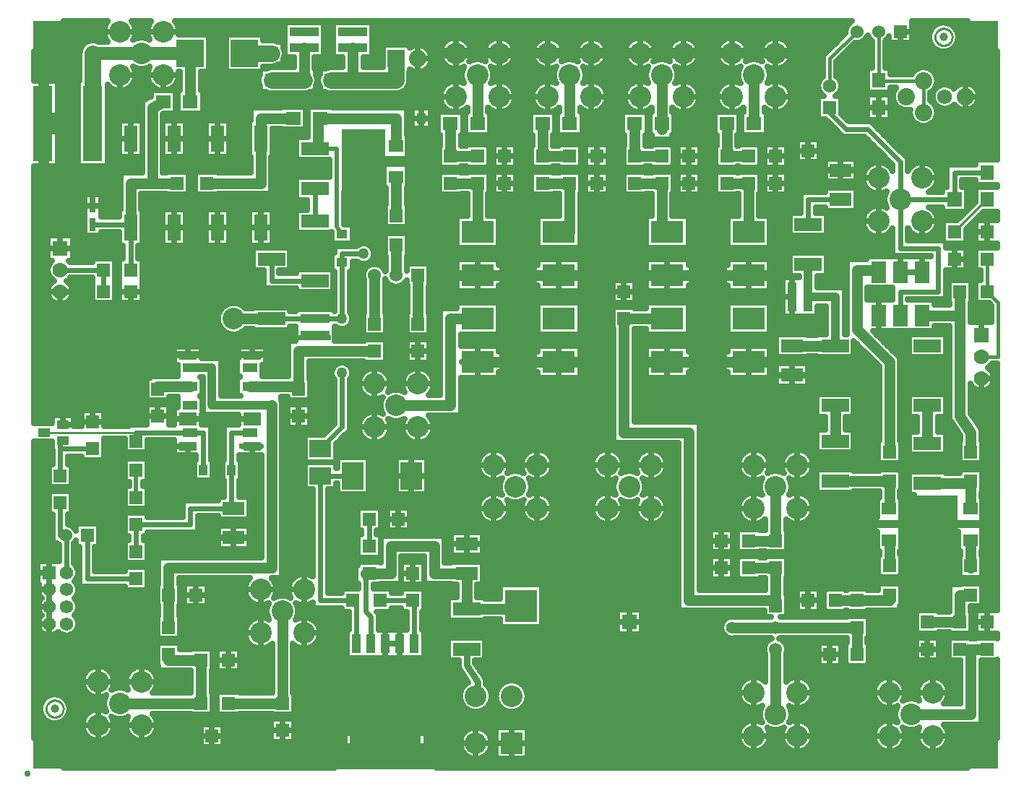
<source format=gtl>
*%FSLAX24Y24*%
*%MOIN*%
G01*
%ADD11C,0.0000*%
%ADD12C,0.0050*%
%ADD13C,0.0060*%
%ADD14C,0.0070*%
%ADD15C,0.0073*%
%ADD16C,0.0079*%
%ADD17C,0.0080*%
%ADD18C,0.0098*%
%ADD19C,0.0100*%
%ADD20C,0.0120*%
%ADD21C,0.0160*%
%ADD22C,0.0160*%
%ADD23C,0.0197*%
%ADD24C,0.0200*%
%ADD25C,0.0200*%
%ADD26C,0.0240*%
%ADD27C,0.0250*%
%ADD28C,0.0280*%
%ADD29C,0.0300*%
%ADD30C,0.0300*%
%ADD31C,0.0320*%
%ADD32C,0.0340*%
%ADD33C,0.0360*%
%ADD34C,0.0380*%
%ADD35C,0.0394*%
%ADD36C,0.0397*%
%ADD37C,0.0400*%
%ADD38C,0.0400*%
%ADD39C,0.0430*%
%ADD40C,0.0434*%
%ADD41C,0.0440*%
%ADD42C,0.0480*%
%ADD43C,0.0500*%
%ADD44C,0.0500*%
%ADD45C,0.0520*%
%ADD46C,0.0540*%
%ADD47C,0.0560*%
%ADD48C,0.0580*%
%ADD49C,0.0600*%
%ADD50C,0.0600*%
%ADD51C,0.0620*%
%ADD52C,0.0630*%
%ADD53C,0.0640*%
%ADD54C,0.0650*%
%ADD55C,0.0660*%
%ADD56C,0.0670*%
%ADD57C,0.0680*%
%ADD58C,0.0700*%
%ADD59C,0.0720*%
%ADD60C,0.0740*%
%ADD61C,0.0750*%
%ADD62C,0.0760*%
%ADD63C,0.0800*%
%ADD64C,0.0827*%
%ADD65C,0.0840*%
%ADD66C,0.0850*%
%ADD67C,0.0870*%
%ADD68C,0.0900*%
%ADD69C,0.1000*%
%ADD70C,0.1040*%
%ADD71C,0.1417*%
%ADD72C,0.1500*%
%ADD73C,0.1540*%
%ADD74C,0.2417*%
%ADD75R,0.0200X0.0200*%
%ADD76R,0.0200X0.0400*%
%ADD77R,0.0300X0.0250*%
%ADD78R,0.0300X0.0300*%
%ADD79R,0.0300X0.0600*%
%ADD80R,0.0340X0.0640*%
%ADD81R,0.0350X0.0550*%
%ADD82R,0.0350X0.0800*%
%ADD83R,0.0360X0.1300*%
%ADD84R,0.0400X0.0400*%
%ADD85R,0.0400X0.0500*%
%ADD86R,0.0400X0.1350*%
%ADD87R,0.0420X0.0850*%
%ADD88R,0.0440X0.0540*%
%ADD89R,0.0440X0.1390*%
%ADD90R,0.0460X0.0890*%
%ADD91R,0.0500X0.0200*%
%ADD92R,0.0500X0.0400*%
%ADD93R,0.0500X0.0500*%
%ADD94R,0.0500X0.0500*%
%ADD95R,0.0500X0.0850*%
%ADD96R,0.0540X0.0440*%
%ADD97R,0.0540X0.0890*%
%ADD98R,0.0540X0.1140*%
%ADD99R,0.0550X0.0350*%
%ADD100R,0.0551X0.0394*%
%ADD101R,0.0551X0.1417*%
%ADD102R,0.0560X0.0320*%
%ADD103R,0.0591X0.0434*%
%ADD104R,0.0600X0.0280*%
%ADD105R,0.0600X0.0360*%
%ADD106R,0.0600X0.0600*%
%ADD107R,0.0600X0.0600*%
%ADD108R,0.0600X0.0700*%
%ADD109R,0.0600X0.0900*%
%ADD110R,0.0600X0.1200*%
%ADD111R,0.0620X0.0620*%
%ADD112R,0.0640X0.0320*%
%ADD113R,0.0640X0.0400*%
%ADD114R,0.0640X0.0640*%
%ADD115R,0.0640X0.0740*%
%ADD116R,0.0640X0.1240*%
%ADD117R,0.0650X0.0200*%
%ADD118R,0.0650X0.0300*%
%ADD119R,0.0650X0.0550*%
%ADD120R,0.0660X0.0660*%
%ADD121R,0.0700X0.0300*%
%ADD122R,0.0700X0.0340*%
%ADD123R,0.0700X0.0350*%
%ADD124R,0.0700X0.0600*%
%ADD125R,0.0700X0.0700*%
%ADD126R,0.0700X0.0700*%
%ADD127R,0.0700X0.1000*%
%ADD128R,0.0709X0.0394*%
%ADD129R,0.0740X0.0640*%
%ADD130R,0.0740X0.0740*%
%ADD131R,0.0740X0.1040*%
%ADD132R,0.0749X0.0434*%
%ADD133R,0.0750X0.0300*%
%ADD134R,0.0750X0.0400*%
%ADD135R,0.0750X0.0550*%
%ADD136R,0.0750X0.0800*%
%ADD137R,0.0760X0.0760*%
%ADD138R,0.0800X0.0350*%
%ADD139R,0.0800X0.0550*%
%ADD140R,0.0800X0.0800*%
%ADD141R,0.0800X0.3400*%
%ADD142R,0.0827X0.0394*%
%ADD143R,0.0827X0.0591*%
%ADD144R,0.0840X0.0840*%
%ADD145R,0.0867X0.0434*%
%ADD146R,0.0867X0.0631*%
%ADD147R,0.0900X0.0900*%
%ADD148R,0.0900X0.3500*%
%ADD149R,0.0940X0.3540*%
%ADD150R,0.0950X0.1200*%
%ADD151R,0.0960X0.0540*%
%ADD152R,0.0960X0.1220*%
%ADD153R,0.0984X0.1260*%
%ADD154R,0.1000X0.0600*%
%ADD155R,0.1000X0.0800*%
%ADD156R,0.1000X0.1000*%
%ADD157R,0.1000X0.1000*%
%ADD158R,0.1000X0.1200*%
%ADD159R,0.1000X0.1250*%
%ADD160R,0.1040X0.0640*%
%ADD161R,0.1040X0.0840*%
%ADD162R,0.1040X0.1040*%
%ADD163R,0.1040X0.1290*%
%ADD164R,0.1100X0.1100*%
%ADD165R,0.1102X0.0394*%
%ADD166R,0.1200X0.0600*%
%ADD167R,0.1200X0.1200*%
%ADD168R,0.1250X0.0600*%
%ADD169R,0.1250X0.0800*%
%ADD170R,0.1250X0.1250*%
%ADD171R,0.1250X0.1250*%
%ADD172R,0.1260X0.0591*%
%ADD173R,0.1290X0.0640*%
%ADD174R,0.1290X0.1290*%
%ADD175R,0.1300X0.0631*%
%ADD176R,0.1300X0.0360*%
%ADD177R,0.1350X0.0400*%
%ADD178R,0.1390X0.0440*%
%ADD179R,0.1500X0.1000*%
%ADD180R,0.1500X0.1500*%
%ADD181R,0.1540X0.1040*%
%ADD182R,0.1540X0.1540*%
%ADD183R,0.1600X0.0200*%
%ADD184R,0.1600X0.2400*%
%ADD185R,0.1700X0.1700*%
%ADD186R,0.1900X0.1900*%
%ADD187R,0.2000X0.2000*%
%ADD188R,0.2100X0.2100*%
%ADD189R,0.2200X0.2200*%
%ADD190R,0.2300X0.2300*%
%ADD191R,0.2500X0.0500*%
%ADD192R,0.2750X0.0500*%
%ADD193R,0.3000X0.3000*%
%ADD194R,0.3300X0.2750*%
%ADD195R,0.3340X0.2790*%
%ADD196R,0.4250X0.0750*%
%ADD197R,0.4290X0.0790*%
D18*
X72444Y63600D02*
X72442Y63567D01*
X72438Y63534D01*
X72431Y63502D01*
X72422Y63471D01*
X72410Y63440D01*
X72395Y63410D01*
X72378Y63382D01*
X72359Y63355D01*
X72337Y63330D01*
X72313Y63307D01*
X72288Y63286D01*
X72261Y63268D01*
X72232Y63251D01*
X72203Y63237D01*
X72172Y63226D01*
X72140Y63217D01*
X72108Y63211D01*
X72075Y63207D01*
X72042Y63206D01*
X72009Y63208D01*
X71976Y63213D01*
X71944Y63221D01*
X71913Y63231D01*
X71882Y63244D01*
X71853Y63259D01*
X71825Y63277D01*
X71799Y63297D01*
X71775Y63319D01*
X71752Y63343D01*
X71731Y63369D01*
X71713Y63396D01*
X71697Y63425D01*
X71684Y63455D01*
X71673Y63486D01*
X71665Y63518D01*
X71659Y63551D01*
X71657Y63584D01*
Y63616D01*
X71659Y63649D01*
X71665Y63682D01*
X71673Y63714D01*
X71684Y63745D01*
X71697Y63775D01*
X71713Y63804D01*
X71731Y63831D01*
X71752Y63857D01*
X71775Y63881D01*
X71799Y63903D01*
X71825Y63923D01*
X71853Y63941D01*
X71882Y63956D01*
X71913Y63969D01*
X71944Y63979D01*
X71976Y63987D01*
X72009Y63992D01*
X72042Y63994D01*
X72075Y63993D01*
X72108Y63989D01*
X72140Y63983D01*
X72172Y63974D01*
X72203Y63963D01*
X72232Y63949D01*
X72261Y63932D01*
X72288Y63914D01*
X72313Y63893D01*
X72337Y63870D01*
X72359Y63845D01*
X72378Y63818D01*
X72395Y63790D01*
X72410Y63760D01*
X72422Y63729D01*
X72431Y63698D01*
X72438Y63666D01*
X72442Y63633D01*
X72444Y63600D01*
X31444Y32600D02*
X31442Y32567D01*
X31438Y32534D01*
X31431Y32502D01*
X31422Y32471D01*
X31410Y32440D01*
X31395Y32410D01*
X31378Y32382D01*
X31359Y32355D01*
X31337Y32330D01*
X31313Y32307D01*
X31288Y32286D01*
X31261Y32268D01*
X31232Y32251D01*
X31203Y32237D01*
X31172Y32226D01*
X31140Y32217D01*
X31108Y32211D01*
X31075Y32207D01*
X31042Y32206D01*
X31009Y32208D01*
X30976Y32213D01*
X30944Y32221D01*
X30913Y32231D01*
X30882Y32244D01*
X30853Y32259D01*
X30825Y32277D01*
X30799Y32297D01*
X30775Y32319D01*
X30752Y32343D01*
X30731Y32369D01*
X30713Y32396D01*
X30697Y32425D01*
X30684Y32455D01*
X30673Y32486D01*
X30665Y32518D01*
X30659Y32551D01*
X30657Y32584D01*
Y32616D01*
X30659Y32649D01*
X30665Y32682D01*
X30673Y32714D01*
X30684Y32745D01*
X30697Y32775D01*
X30713Y32804D01*
X30731Y32831D01*
X30752Y32857D01*
X30775Y32881D01*
X30799Y32903D01*
X30825Y32923D01*
X30853Y32941D01*
X30882Y32956D01*
X30913Y32969D01*
X30944Y32979D01*
X30976Y32987D01*
X31009Y32992D01*
X31042Y32994D01*
X31075Y32993D01*
X31108Y32989D01*
X31140Y32983D01*
X31172Y32974D01*
X31203Y32963D01*
X31232Y32949D01*
X31261Y32932D01*
X31288Y32914D01*
X31313Y32893D01*
X31337Y32870D01*
X31359Y32845D01*
X31378Y32818D01*
X31395Y32790D01*
X31410Y32760D01*
X31422Y32729D01*
X31431Y32698D01*
X31438Y32666D01*
X31442Y32633D01*
X31444Y32600D01*
D19*
X30550Y45350D02*
X34800D01*
D20*
X72550Y54600D02*
X74050Y56100D01*
D22*
X66800Y62600D02*
X68050Y63850D01*
X66800Y62600D02*
Y61350D01*
X69050Y61600D02*
Y63850D01*
Y61600D02*
Y61578D01*
X71121Y61600D02*
Y60122D01*
Y61578D02*
Y61600D01*
X74050Y53350D02*
Y51850D01*
X74550Y51350D02*
Y48850D01*
Y51350D02*
X74050Y51850D01*
X73800Y48850D02*
X74550D01*
X71121Y61578D02*
X69050D01*
D25*
X34800Y43600D02*
Y42350D01*
X44050Y54850D02*
Y58450D01*
Y54850D02*
X44300Y54500D01*
X44050Y58450D02*
X43050D01*
D26*
X44300Y45600D02*
X43300Y44600D01*
X66800Y60100D02*
X67550Y59350D01*
X68550D02*
X70050Y57850D01*
X31416Y44976D02*
X31300Y44850D01*
X45400Y37100D02*
X45630Y36850D01*
X50473Y33183D02*
X50550Y33100D01*
X31300Y43350D02*
Y44850D01*
Y44600D01*
Y42100D02*
Y40600D01*
X31587D02*
Y38850D01*
X32550Y38600D02*
Y40600D01*
X34800Y44850D02*
Y45350D01*
Y44950D02*
Y44850D01*
Y41100D02*
Y39850D01*
X34550Y52850D02*
Y54850D01*
Y54800D01*
Y54950D01*
X33300Y52850D02*
Y51850D01*
X35800Y47476D02*
Y47350D01*
X36300Y35100D02*
Y34850D01*
X37300Y41100D02*
Y41850D01*
X37900Y43600D02*
Y45350D01*
X39200Y43600D02*
Y43350D01*
Y43600D02*
Y45350D01*
Y43350D02*
Y41850D01*
X42300Y47350D02*
Y47476D01*
X41050Y52350D02*
Y53350D01*
X44300Y53200D02*
Y53100D01*
Y50600D01*
Y48100D02*
Y45600D01*
Y53100D02*
Y53600D01*
X43300Y43350D02*
Y37600D01*
X43050Y55100D02*
Y56600D01*
X45400Y38850D02*
Y37100D01*
X45630Y36850D02*
Y35600D01*
X45550Y40100D02*
Y41350D01*
X44960Y37600D02*
Y35600D01*
X47640D02*
Y37600D01*
X65800Y54950D02*
Y56100D01*
X66800Y60100D02*
Y60350D01*
X70050Y56100D02*
Y53850D01*
Y56100D02*
Y57850D01*
Y51850D02*
Y50750D01*
X71800Y51850D02*
Y53850D01*
X72550Y56100D02*
Y57350D01*
X44800Y37600D02*
X43300D01*
X44800D02*
X44960D01*
X47550D02*
X47640D01*
X47550D02*
X46050D01*
X34800Y38600D02*
X32550D01*
X34800Y41100D02*
X37300D01*
X31550Y40600D02*
X31300D01*
X31550D02*
X31587D01*
X39200Y41850D02*
X39300D01*
X39050D02*
X37300D01*
X43300Y43350D02*
X44800D01*
X32800Y44600D02*
X31300D01*
X39200Y45350D02*
X40050D01*
X37294D02*
X34800D01*
X37350D02*
X37900D01*
X37350D02*
X37294D01*
X41050Y50600D02*
X43050D01*
X44300D01*
X33300Y52850D02*
X31300D01*
X70050Y51850D02*
X71800D01*
X43050Y52350D02*
X41050D01*
X34550Y54950D02*
X32800D01*
X44300Y53600D02*
X45300D01*
X70050Y53850D02*
X71800D01*
X72550Y56100D02*
X70050D01*
X67300D02*
X65800D01*
X72550Y57350D02*
X74050D01*
X68550Y59350D02*
X67550D01*
D27*
X67693Y59005D02*
X67550Y58862D01*
X70222Y48600D02*
X70025Y48403D01*
X67575Y50297D02*
X67525Y50247D01*
X70395Y57707D02*
X70538Y57850D01*
X68550Y59838D02*
X68407Y59695D01*
X44788Y45600D02*
X44645Y45457D01*
X44443Y45255D01*
X44413Y45225D01*
X44075Y44887D01*
X44025Y44837D01*
X43787Y45575D02*
X43955Y45743D01*
X43787Y45575D02*
X43467Y45255D01*
X43437Y45225D01*
X43050Y57778D02*
X43197Y57925D01*
X73525Y55172D02*
X73878Y55525D01*
X73525Y55172D02*
X73478Y55125D01*
X73125Y54772D01*
X73075Y54722D01*
X73302Y55755D02*
X73525Y55978D01*
X73302Y55755D02*
X73125Y55578D01*
X73075Y55528D01*
X73072Y55525D01*
X72895Y55348D01*
X72672Y55125D01*
X67536Y62905D02*
X67964Y63332D01*
X67536Y62905D02*
X67105Y62474D01*
Y63336D02*
X67532Y63764D01*
X67105Y63336D02*
X66674Y62905D01*
X66495Y62726D01*
X66369Y62600D01*
X74144Y51325D02*
X74245Y51224D01*
X66657Y59755D02*
X66597Y59815D01*
X66657Y59755D02*
X66717Y59695D01*
X67145Y59267D01*
X67205Y59207D01*
X67335Y59077D01*
X67407Y59005D01*
X67537Y58875D01*
X67550Y58862D01*
X67573Y59815D02*
X67335Y60053D01*
X67573Y59815D02*
X67633Y59755D01*
X67693Y59695D01*
X67525Y49953D02*
X67575Y49903D01*
X67608Y49870D01*
X67905Y49573D02*
X68403Y49075D01*
X68475Y49003D01*
X68525Y48953D01*
X68553Y48925D01*
X68603Y48875D01*
X68649Y48830D01*
X69075Y48403D01*
X68951Y49870D02*
X68797Y50025D01*
X68951Y49870D02*
X69075Y49747D01*
X69197Y49625D01*
X69475Y49347D01*
X69625Y49197D01*
X69705Y49117D01*
X69747Y49075D01*
X69992Y48830D01*
X70025Y48797D01*
X70222Y48600D01*
X68895Y58517D02*
X68407Y59005D01*
X68895Y58517D02*
X69217Y58195D01*
X69437Y57975D01*
X69705Y57707D01*
X68571Y59817D02*
X68550Y59838D01*
X68571Y59817D02*
X68613Y59775D01*
X68693Y59695D01*
X68895Y59493D01*
X69383Y59005D01*
X69575Y58813D01*
X69705Y58683D01*
X70193Y58195D01*
X70395Y57993D01*
X70538Y57850D01*
X44788Y45600D02*
X44645Y45743D01*
X43050Y57778D02*
X42903Y57925D01*
X66369Y62600D02*
X66495Y62474D01*
X44224Y54047D02*
X44204Y54075D01*
X44396Y54925D02*
X44375Y54954D01*
X30916Y44942D02*
X30903Y44928D01*
X30812Y44830D01*
X45975Y36699D02*
X46117Y36830D01*
X45975Y36985D02*
X45892Y37075D01*
X45975Y36985D02*
X46117Y36830D01*
X36319Y61125D02*
X36297Y61168D01*
X34913Y60562D02*
X35075Y60238D01*
X36625Y60356D02*
X36687Y60388D01*
X36062Y60075D02*
X36025Y60056D01*
X36038Y61125D02*
X36038Y61125D01*
X35475Y60844D02*
X35438Y60825D01*
X35075Y60644D01*
X34913Y60562D01*
X72243Y46080D02*
X72325Y45956D01*
X72412Y45825D01*
X72546Y45625D01*
X72712Y45375D01*
X72775Y45281D01*
X72825Y45206D01*
X73554Y45825D02*
X73275Y46244D01*
X73554Y45825D02*
X73688Y45625D01*
X73775Y45494D01*
X73825Y45419D01*
X73959Y45218D01*
X51070Y33746D02*
X50989Y33692D01*
X49675Y34486D02*
X49530Y34704D01*
X49675Y34486D02*
X49849Y34225D01*
X50122Y33817D01*
X50751Y34225D02*
X50425Y34714D01*
X50751Y34225D02*
X50900Y34001D01*
X50925Y33964D01*
X51070Y33746D01*
X30300Y61575D02*
Y62763D01*
Y57625D02*
Y45772D01*
Y44928D02*
Y39416D01*
Y37921D02*
Y37479D01*
Y37133D02*
Y36692D01*
Y36346D02*
Y31437D01*
X30550Y61575D02*
Y62658D01*
Y57625D02*
Y54425D01*
Y53275D01*
Y45772D01*
Y44928D02*
Y43875D01*
Y42825D01*
Y42625D02*
Y41575D01*
Y39416D01*
Y36049D02*
Y33043D01*
Y32157D02*
Y31542D01*
X30800Y61575D02*
Y62625D01*
Y57625D02*
Y54425D01*
Y52505D02*
Y52134D01*
Y51566D02*
Y46146D01*
Y45772D01*
Y44928D02*
Y44554D01*
Y44255D01*
Y43875D01*
Y41575D02*
Y40945D01*
Y40255D01*
Y39416D01*
Y35984D02*
Y33219D01*
Y31981D02*
Y31575D01*
X30955Y44255D02*
Y44554D01*
Y44255D02*
Y43875D01*
Y41575D02*
Y40945D01*
Y40255D01*
Y44130D02*
Y44255D01*
X30075Y61575D02*
Y62948D01*
Y57625D02*
Y45772D01*
Y44928D02*
Y39416D01*
Y38346D01*
Y31252D01*
X30725Y53275D02*
Y54425D01*
Y53275D02*
Y53195D01*
X30916Y44945D02*
Y44942D01*
Y44928D01*
Y44735D01*
Y44554D01*
Y44429D01*
Y45772D02*
Y46146D01*
X30775Y43875D02*
Y43005D01*
Y42825D01*
Y42700D01*
Y42625D02*
Y42445D01*
Y41575D01*
Y41450D01*
X30271Y39416D02*
Y38346D01*
X30800Y62625D02*
Y63600D01*
X30500Y59600D02*
Y57625D01*
Y59600D02*
Y61575D01*
X30806Y38094D02*
Y37559D01*
Y38094D02*
Y38629D01*
X30806Y37306D02*
Y36771D01*
Y37306D02*
Y37841D01*
Y36519D02*
Y35984D01*
Y36519D02*
Y37054D01*
Y38346D02*
Y38881D01*
Y39416D01*
X30800Y31575D02*
Y30600D01*
X31050Y61575D02*
Y62658D01*
Y57625D02*
Y54425D01*
Y51332D02*
Y46146D01*
Y40255D02*
Y39416D01*
Y36043D02*
Y33268D01*
Y31932D02*
Y31542D01*
X31300Y61575D02*
Y62763D01*
Y61575D02*
Y57625D01*
Y54425D01*
Y51275D02*
Y46146D01*
Y36072D02*
Y33219D01*
Y31981D02*
Y31437D01*
X31550Y54425D02*
Y62977D01*
Y51332D02*
Y46146D01*
Y35986D02*
Y33043D01*
Y32157D02*
Y31223D01*
X31800Y54425D02*
Y64325D01*
Y52505D02*
Y52134D01*
Y51566D02*
Y46146D01*
Y44255D02*
Y43875D01*
Y41575D02*
Y41125D01*
Y36025D02*
Y29875D01*
X32050Y61575D02*
Y64325D01*
Y61575D02*
Y57625D01*
Y54425D01*
Y53275D01*
Y52505D02*
Y46375D01*
Y46146D02*
Y45625D01*
Y43875D02*
Y42825D01*
Y42625D02*
Y41575D01*
Y41125D01*
Y40075D02*
Y39160D01*
Y36240D02*
Y29875D01*
X32300Y63182D02*
Y64325D01*
Y57625D02*
Y56325D01*
Y55475D01*
Y55275D02*
Y54605D01*
Y54425D02*
Y53195D01*
Y52505D02*
Y46375D01*
Y44075D02*
Y41125D01*
Y38255D02*
Y29875D01*
X32550Y63395D02*
Y64325D01*
Y57625D02*
Y56325D01*
Y54425D02*
Y53375D01*
Y52325D02*
Y51325D01*
Y46375D01*
Y44075D02*
Y41125D01*
Y38255D02*
Y34375D01*
Y33325D02*
Y32375D01*
Y31325D02*
Y29875D01*
X32800Y63450D02*
Y64325D01*
Y57625D02*
Y56325D01*
Y54425D02*
Y53375D01*
Y51325D02*
Y46375D01*
Y44075D02*
Y41125D01*
Y38255D02*
Y34531D01*
Y33169D02*
Y32531D01*
Y31169D02*
Y29875D01*
X32200Y61575D02*
Y62850D01*
X31645Y44255D02*
Y43875D01*
Y41575D02*
Y41116D01*
X31932Y40240D02*
Y40075D01*
Y39295D01*
X31242Y39416D02*
Y40175D01*
X32895Y40075D02*
Y38945D01*
X32205D02*
Y40075D01*
Y38945D02*
Y38505D01*
Y38255D01*
X31875Y53275D02*
Y54425D01*
Y53275D02*
Y53195D01*
X32275Y46375D02*
Y45625D01*
Y44255D02*
Y44075D01*
Y43950D01*
X31917Y45625D02*
Y46146D01*
X31825Y43875D02*
Y43005D01*
Y42825D01*
Y42700D01*
Y42625D02*
Y42445D01*
Y41575D01*
Y41450D01*
X32025Y41125D02*
Y40945D01*
Y40824D01*
Y40376D02*
Y40255D01*
Y40075D01*
X32775Y52325D02*
Y52375D01*
Y52325D02*
Y51505D01*
Y51325D01*
Y51200D01*
Y53195D02*
Y53375D01*
Y52505D02*
Y52375D01*
Y52325D02*
Y52200D01*
X32425Y55475D02*
Y56325D01*
Y55475D02*
Y55295D01*
Y55275D01*
Y55150D01*
Y55275D02*
Y54605D01*
Y54425D01*
Y54300D01*
X31175Y57625D02*
Y61575D01*
X32125D02*
Y57625D01*
X32800Y56175D02*
Y55800D01*
X31416Y46225D02*
Y45724D01*
X32800Y45850D02*
Y46375D01*
X31300Y53850D02*
Y54425D01*
Y51850D02*
Y51275D01*
X33050Y63395D02*
Y64325D01*
Y57625D02*
Y56325D01*
Y54425D02*
Y53375D01*
Y51325D02*
Y46375D01*
Y44075D02*
Y41125D01*
Y40075D02*
Y38945D01*
Y38255D02*
Y34575D01*
Y33125D02*
Y32575D01*
Y31125D02*
Y29875D01*
X33300Y63375D02*
Y64325D01*
Y57625D02*
Y56325D01*
Y55475D01*
Y54425D02*
Y53375D01*
Y51325D02*
Y46375D01*
Y44075D02*
Y41125D01*
Y40075D01*
Y38945D01*
Y38255D02*
Y34531D01*
Y33169D02*
Y32531D01*
Y31169D02*
Y29875D01*
X33550Y57625D02*
Y61325D01*
Y57625D02*
Y55295D01*
Y54605D02*
Y53375D01*
Y51325D02*
Y46375D01*
Y45625D01*
Y45075D02*
Y44075D01*
Y38945D01*
Y38255D02*
Y34375D01*
Y31325D02*
Y29875D01*
X33800Y59725D02*
Y61169D01*
Y59725D02*
Y58075D01*
Y57325D01*
Y56375D01*
Y55625D01*
Y55325D01*
Y54325D02*
Y53975D01*
Y53375D01*
Y51325D02*
Y45625D01*
Y45075D02*
Y38945D01*
Y38255D02*
Y33531D01*
Y32169D02*
Y29875D01*
X34050Y59725D02*
Y61125D01*
Y58075D02*
Y57325D01*
Y56375D01*
Y55625D01*
Y53975D02*
Y53375D01*
Y51325D02*
Y45625D01*
Y45075D02*
Y44425D01*
Y44125D01*
Y43075D01*
Y42875D02*
Y41825D01*
Y41625D02*
Y40575D01*
Y40375D02*
Y39325D01*
Y38075D02*
Y33575D01*
Y32125D02*
Y29875D01*
X34300Y59725D02*
Y61169D01*
Y58075D02*
Y57325D01*
Y51325D02*
Y45695D01*
Y44425D02*
Y44125D01*
Y38075D02*
Y33531D01*
Y32169D02*
Y29875D01*
X34550Y59725D02*
Y61325D01*
Y58075D02*
Y57325D01*
Y51325D02*
Y45695D01*
Y44425D02*
Y44125D01*
Y38075D02*
Y34375D01*
Y31325D02*
Y29875D01*
X34800Y63531D02*
Y64325D01*
Y62169D02*
Y60825D01*
Y59725D01*
Y58075D02*
Y57325D01*
Y51325D02*
Y45695D01*
Y44425D02*
Y44125D01*
Y38075D02*
Y34531D01*
Y31169D02*
Y29875D01*
X34075Y56375D02*
Y57325D01*
Y56375D02*
Y55625D01*
X34455Y45695D02*
Y45625D01*
Y44425D02*
Y44380D01*
Y40575D02*
Y40375D01*
X34475Y42875D02*
Y43075D01*
X34205Y53375D02*
Y53975D01*
X34275Y40375D02*
Y39505D01*
Y39325D01*
Y39200D01*
Y39125D02*
Y38945D01*
Y38255D02*
Y38075D01*
Y37950D01*
Y42025D02*
Y42875D01*
Y42025D02*
Y41825D01*
Y41700D01*
Y41625D02*
Y41445D01*
Y40755D01*
Y40575D01*
Y40450D01*
Y45005D02*
Y45075D01*
Y45005D02*
Y44505D01*
Y44425D01*
Y44125D02*
Y43925D01*
Y43075D01*
Y42950D01*
X33325Y45625D02*
Y46375D01*
Y45075D02*
Y44945D01*
Y44255D01*
Y44075D01*
Y43950D01*
X33075Y41125D02*
Y40945D01*
Y40075D01*
X34025Y58075D02*
Y59725D01*
Y55625D02*
Y55325D01*
Y55295D01*
Y54605D02*
Y54455D01*
Y54375D01*
Y54325D01*
Y53975D01*
X33825Y52375D02*
Y52325D01*
Y51505D01*
Y51325D01*
Y51200D01*
X34025Y52325D02*
Y52375D01*
Y52325D02*
Y51325D01*
Y51200D01*
X33825Y53195D02*
Y53375D01*
Y53195D02*
Y52505D01*
Y52375D01*
Y52325D02*
Y52200D01*
X34025Y52505D02*
Y53375D01*
Y52505D02*
Y52375D01*
Y52325D02*
Y52200D01*
X33175Y55475D02*
Y56325D01*
Y55475D02*
Y55295D01*
Y54605D02*
Y54425D01*
Y54300D01*
X33475Y57625D02*
Y61408D01*
X34550Y51850D02*
Y51325D01*
Y58075D02*
Y58900D01*
Y59725D01*
X34050Y61125D02*
Y61850D01*
X33050Y31850D02*
Y31125D01*
Y31850D02*
Y32575D01*
Y33125D02*
Y33850D01*
Y34575D01*
X35050Y63575D02*
Y64325D01*
Y62125D02*
Y60825D01*
Y60631D02*
Y60288D01*
Y59725D01*
Y58075D02*
Y57325D01*
Y56375D02*
Y55625D01*
Y53975D02*
Y53375D01*
Y51325D02*
Y47951D01*
Y47875D02*
Y47001D01*
Y46625D02*
Y45695D01*
Y44425D02*
Y44125D01*
Y38075D02*
Y34575D01*
Y31125D02*
Y29875D01*
X35300Y63531D02*
Y64325D01*
Y62169D02*
Y61125D01*
Y60825D01*
Y56375D02*
Y55625D01*
Y55325D01*
Y54375D01*
Y54325D02*
Y53975D01*
Y53375D01*
Y52375D01*
Y52325D02*
Y51325D01*
Y47951D01*
Y44425D02*
Y44125D01*
Y38075D02*
Y34531D01*
Y31169D02*
Y29875D01*
X35550Y47951D02*
Y56375D01*
Y45005D02*
Y44425D01*
Y44125D01*
Y43075D01*
Y42875D02*
Y41825D01*
Y40375D02*
Y39575D01*
Y39325D01*
Y39125D02*
Y38625D01*
Y38375D01*
Y38325D02*
Y38075D01*
Y37375D01*
Y37325D02*
Y36875D01*
Y35875D01*
Y35625D02*
Y35325D01*
Y34575D01*
Y31325D02*
Y29875D01*
X35800Y55625D02*
Y56375D01*
Y55625D02*
Y53975D01*
Y47951D01*
Y45005D02*
Y41445D01*
Y40755D02*
Y39575D01*
Y38625D01*
Y38375D01*
Y37325D02*
Y36875D01*
Y34375D02*
Y33325D01*
Y32375D02*
Y29875D01*
X36050Y59725D02*
Y60069D01*
Y58075D02*
Y57375D01*
Y56325D02*
Y55625D01*
Y53975D02*
Y47951D01*
Y45005D02*
Y41445D01*
Y40755D02*
Y39575D01*
Y34375D02*
Y33325D01*
Y32375D02*
Y29875D01*
X36300Y59725D02*
Y60075D01*
Y58075D02*
Y57375D01*
Y56325D02*
Y55625D01*
Y53975D02*
Y49315D01*
Y48471D01*
Y47951D01*
Y45005D02*
Y44298D01*
Y41445D01*
Y40755D02*
Y39575D01*
Y34375D02*
Y33325D01*
Y32375D02*
Y29875D01*
X36550Y59725D02*
Y60075D01*
Y58075D02*
Y57375D01*
Y56325D02*
Y55625D01*
Y53975D02*
Y49315D01*
Y48764D01*
Y48471D01*
Y47951D01*
Y46500D02*
Y46188D01*
Y45772D01*
Y44928D02*
Y44298D01*
Y41445D01*
Y40755D02*
Y39575D01*
Y34375D02*
Y33325D01*
Y32375D02*
Y29875D01*
X36800Y63700D02*
Y64325D01*
Y62000D02*
Y61125D01*
Y60075D02*
Y59725D01*
Y58075D02*
Y57375D01*
Y56325D02*
Y55625D01*
Y53975D02*
Y49315D01*
Y44298D02*
Y42195D01*
Y41505D01*
Y40755D02*
Y39575D01*
Y38625D02*
Y38375D01*
Y37325D02*
Y36875D01*
Y34375D02*
Y33325D01*
Y32375D02*
Y29875D01*
X35025Y55625D02*
Y56375D01*
X35145Y40575D02*
Y40375D01*
X35125Y42875D02*
Y43075D01*
X34895Y53375D02*
Y53975D01*
X36025Y59725D02*
Y60056D01*
Y59725D02*
Y58075D01*
Y57375D01*
Y57325D01*
Y56375D02*
Y56325D01*
Y56250D01*
X35075Y60644D02*
Y60825D01*
Y60644D02*
Y60238D01*
Y59725D01*
Y58075D01*
Y57325D01*
Y56375D02*
Y56250D01*
X36775Y38375D02*
Y38325D01*
Y37375D02*
Y37325D01*
Y36875D01*
Y35875D02*
Y35825D01*
Y35750D01*
X35825Y38325D02*
Y38375D01*
Y37375D02*
Y37325D01*
Y36875D01*
Y35875D02*
Y35825D01*
Y35750D01*
X36775Y38375D02*
Y38625D01*
Y37325D02*
Y37250D01*
X35825Y38625D02*
Y39575D01*
Y38625D02*
Y38375D01*
Y37325D02*
Y37250D01*
X36825Y61125D02*
Y62000D01*
X35825Y34575D02*
Y34505D01*
Y34375D01*
X35325Y47875D02*
Y47951D01*
Y47875D02*
Y47821D01*
X36825Y36875D02*
Y35875D01*
Y35825D01*
Y35700D01*
X35775Y35875D02*
Y36875D01*
Y35875D02*
Y35825D01*
Y35700D01*
X36825Y35625D02*
Y35445D01*
Y35325D01*
X35775Y35445D02*
Y35625D01*
Y35445D02*
Y35325D01*
Y34575D01*
Y34505D01*
Y34450D01*
X36825Y38325D02*
Y38375D01*
Y38325D02*
Y37375D01*
Y37325D01*
X35775Y38325D02*
Y38375D01*
Y38325D02*
Y37375D01*
Y37325D01*
X35325Y39505D02*
Y40375D01*
Y39505D02*
Y39325D01*
Y39200D01*
Y39125D02*
Y38945D01*
Y38255D01*
Y38075D01*
Y37950D01*
Y42025D02*
Y42875D01*
Y42025D02*
Y41825D01*
Y41700D01*
Y41625D02*
Y41445D01*
Y40755D02*
Y40575D01*
Y40450D01*
Y44505D02*
Y45005D01*
Y44505D02*
Y44425D01*
Y44125D02*
Y43925D01*
Y43075D01*
Y42950D01*
X36725Y60125D02*
Y61125D01*
Y60125D02*
Y60075D01*
X36625Y60512D02*
Y61125D01*
Y60512D02*
Y60356D01*
Y60125D01*
Y60075D01*
X35475Y60844D02*
Y61125D01*
X36025Y58075D02*
Y57950D01*
X35075D02*
Y58075D01*
X36025Y55625D02*
Y53975D01*
X35075Y55325D02*
Y55625D01*
Y55325D02*
Y55295D01*
Y55195D01*
Y54605D01*
Y54455D01*
Y54375D01*
Y54325D01*
Y53975D01*
X36175Y57325D02*
Y57375D01*
Y56375D02*
Y56325D01*
X35075Y52375D02*
Y52325D01*
Y51325D01*
Y51200D01*
Y52505D02*
Y53375D01*
Y52505D02*
Y52375D01*
Y52325D02*
Y52200D01*
X36325Y47001D02*
Y46825D01*
Y46700D01*
X35275Y47875D02*
Y47951D01*
Y47875D02*
Y47821D01*
Y47005D01*
Y47001D01*
Y46825D01*
Y46700D01*
X36325Y46625D02*
Y46500D01*
Y45695D01*
X35275D02*
Y46625D01*
X36557D02*
Y46500D01*
Y46188D01*
Y45772D01*
Y45695D01*
Y48764D02*
Y49315D01*
Y48764D02*
Y48471D01*
Y45005D02*
Y44928D01*
Y44298D01*
X36715Y46500D02*
Y47001D01*
X36715D02*
Y46929D01*
Y47951D02*
Y48471D01*
X35800Y46625D02*
Y46100D01*
X36550Y53975D02*
Y54800D01*
Y55625D01*
Y58075D02*
Y58900D01*
Y59725D01*
X36050Y61125D02*
Y61850D01*
X35050Y34575D02*
Y33850D01*
Y31850D02*
Y31125D01*
X37050Y63700D02*
Y64325D01*
Y60075D02*
Y59725D01*
Y58075D02*
Y57375D01*
Y56325D02*
Y55625D01*
Y53975D02*
Y49315D01*
Y44298D02*
Y42195D01*
Y40755D02*
Y39575D01*
Y38625D02*
Y38375D01*
Y37325D02*
Y36875D01*
Y35875D01*
Y35625D02*
Y35375D01*
Y34325D02*
Y33375D01*
Y32325D02*
Y29875D01*
X37300Y63700D02*
Y64325D01*
Y60075D02*
Y59725D01*
Y58075D01*
Y57375D01*
Y57325D02*
Y56375D01*
Y56325D02*
Y55625D01*
Y53975D01*
Y49315D01*
Y44075D02*
Y43255D01*
Y43125D02*
Y42195D01*
Y40755D02*
Y39575D01*
Y38625D02*
Y38375D01*
Y37325D02*
Y35375D01*
Y34325D02*
Y33375D01*
Y32325D02*
Y29875D01*
X37550Y63700D02*
Y64325D01*
Y60075D02*
Y57375D01*
Y56325D02*
Y49315D01*
Y43125D02*
Y42195D01*
Y40755D02*
Y39575D01*
Y38625D02*
Y38375D01*
Y37325D02*
Y35375D01*
Y32325D02*
Y31875D01*
Y30825D01*
Y29875D01*
X37800Y63700D02*
Y64325D01*
Y62000D02*
Y61125D01*
Y60075D02*
Y59725D01*
Y58075D01*
Y57375D01*
Y56325D02*
Y55625D01*
Y53975D01*
Y49315D01*
Y43125D02*
Y42195D01*
Y41445D02*
Y40755D01*
Y39575D01*
Y38625D02*
Y38375D01*
Y37325D02*
Y35375D01*
Y32325D02*
Y31875D01*
Y30825D02*
Y29875D01*
X38050Y63700D02*
Y64325D01*
Y62000D02*
Y61125D01*
Y60125D01*
Y60075D02*
Y59725D01*
Y58075D02*
Y57375D01*
Y56325D02*
Y55625D01*
Y53975D02*
Y49315D01*
Y48767D01*
Y46175D02*
Y45772D01*
Y43125D02*
Y42195D01*
Y41505D02*
Y39575D01*
Y38625D02*
Y38375D01*
Y37325D02*
Y35375D01*
Y32325D02*
Y31875D01*
Y30825D02*
Y29875D01*
X38300Y63700D02*
Y64325D01*
Y63700D02*
Y62000D01*
Y59725D01*
Y58075D02*
Y57375D01*
Y56325D02*
Y55625D01*
Y53975D02*
Y48767D01*
Y46175D02*
Y45695D01*
Y45005D01*
Y44075D01*
Y43125D02*
Y42375D01*
Y41325D02*
Y41025D01*
Y39975D01*
Y39575D01*
Y38625D02*
Y38375D01*
Y37325D01*
Y35375D01*
Y34325D02*
Y33375D01*
Y32325D02*
Y31875D01*
Y30825D02*
Y29875D01*
X38550Y59725D02*
Y64325D01*
Y58075D02*
Y57375D01*
Y56325D02*
Y55625D01*
Y53975D02*
Y51075D01*
Y50125D01*
Y48767D01*
Y46175D02*
Y44075D01*
Y43125D01*
Y42375D01*
Y41325D02*
Y41025D01*
Y39975D01*
Y39575D01*
Y38625D02*
Y35375D01*
Y34325D02*
Y33375D01*
Y32325D02*
Y31875D01*
Y30825D02*
Y29875D01*
X38275Y35325D02*
Y35375D01*
Y34375D02*
Y34325D01*
Y33375D01*
Y33325D01*
Y32375D02*
Y32325D01*
X37325Y35325D02*
Y35375D01*
Y34375D02*
Y34325D01*
Y33375D01*
Y33325D01*
Y32375D02*
Y32325D01*
X38725Y47917D02*
Y48767D01*
Y47917D02*
Y47025D01*
X37875Y47898D02*
Y47917D01*
Y47898D02*
Y47054D01*
Y47032D01*
Y47025D01*
Y47001D01*
Y46500D01*
Y46188D01*
Y46175D01*
X37645Y41505D02*
Y41445D01*
Y40755D01*
X36955Y41505D02*
Y42195D01*
Y41505D02*
Y41445D01*
X37775Y61125D02*
Y62000D01*
X38245Y45695D02*
Y45005D01*
Y44075D01*
X37555D02*
Y44298D01*
X38575Y33375D02*
Y33325D01*
Y32375D02*
Y32325D01*
Y42325D02*
Y42375D01*
Y42325D02*
Y42195D01*
Y41505D02*
Y41375D01*
Y41325D01*
Y41250D01*
X37769Y47898D02*
Y47917D01*
Y47054D02*
Y47032D01*
Y47025D01*
Y47001D01*
X37175Y57325D02*
Y57375D01*
Y56375D02*
Y56325D01*
X37575Y57325D02*
Y57375D01*
Y56375D02*
Y56325D01*
X38525Y33375D02*
Y33325D01*
Y32375D01*
Y32325D01*
X38325Y33325D02*
Y33375D01*
Y33325D02*
Y32375D01*
Y32325D01*
X37275Y33325D02*
Y33375D01*
Y32375D02*
Y32325D01*
X38525Y35325D02*
Y35375D01*
Y35325D02*
Y34375D01*
Y34325D01*
X38325Y35325D02*
Y35375D01*
Y35325D02*
Y34375D01*
Y34325D01*
X37275Y35325D02*
Y35375D01*
Y34375D02*
Y34325D01*
X38075Y37325D02*
Y38375D01*
X37025D02*
Y38325D01*
Y37375D01*
Y37325D01*
X38150Y62000D02*
Y63700D01*
X37875Y61125D02*
Y60125D01*
Y60075D01*
X38025Y59725D02*
Y58075D01*
X37075D02*
Y59725D01*
Y55625D02*
Y53975D01*
X38025D02*
Y55625D01*
X37225Y57325D02*
Y57375D01*
Y57325D02*
Y56375D01*
Y56325D01*
X38575Y57325D02*
Y57375D01*
Y56375D02*
Y56325D01*
X37525Y57325D02*
Y57375D01*
Y57325D02*
Y56375D01*
Y56325D01*
X37834Y46188D02*
Y46175D01*
Y45772D01*
Y45695D01*
Y48767D02*
Y49315D01*
X37873Y45772D02*
Y45695D01*
X37873Y47032D02*
Y47054D01*
Y47032D02*
Y47025D01*
Y47001D01*
Y46500D01*
Y46188D01*
Y46175D01*
X37873Y47898D02*
Y47917D01*
Y47898D02*
Y47054D01*
Y47032D01*
Y47025D01*
Y47001D01*
Y46929D01*
Y47795D02*
Y47898D01*
X38775Y44075D02*
Y43945D01*
Y43695D01*
Y43255D01*
Y43125D01*
Y43005D01*
X38325Y43255D02*
Y44075D01*
Y43255D02*
Y43125D01*
X37475Y43255D02*
Y44075D01*
Y43255D02*
Y43125D01*
X38575Y41025D02*
Y39975D01*
Y39850D01*
Y41200D02*
Y41325D01*
X37775Y31875D02*
Y30825D01*
X38300D02*
Y31350D01*
Y31875D01*
X37196Y44082D02*
Y44720D01*
Y48893D02*
Y49532D01*
X38550Y53975D02*
Y54800D01*
Y55625D01*
Y58075D02*
Y58900D01*
Y59725D01*
X37550Y37850D02*
Y37325D01*
Y37850D02*
Y38375D01*
X38800Y63700D02*
Y64325D01*
Y63700D02*
Y62000D01*
Y59725D01*
Y58075D02*
Y57375D01*
Y56325D02*
Y55625D01*
Y53975D02*
Y51125D01*
Y50075D02*
Y48767D01*
Y47917D01*
Y47025D01*
Y46175D02*
Y45695D01*
Y45005D01*
Y44075D01*
Y43005D02*
Y42375D01*
Y41325D02*
Y41025D01*
Y39975D02*
Y39575D01*
Y38625D02*
Y35375D01*
Y34325D02*
Y33375D01*
Y32325D02*
Y31875D01*
Y30825D02*
Y29875D01*
X39050Y63700D02*
Y64325D01*
Y62000D02*
Y59725D01*
Y58075D02*
Y57325D01*
Y56375D02*
Y55625D01*
Y53975D02*
Y51281D01*
Y49919D02*
Y47025D01*
Y46175D02*
Y45695D01*
Y41325D02*
Y41025D01*
Y39975D02*
Y39575D01*
Y38625D02*
Y35375D01*
Y34325D02*
Y33375D01*
Y32325D02*
Y31875D01*
Y30825D01*
Y29875D01*
X39300Y63700D02*
Y64325D01*
Y62000D02*
Y59725D01*
Y58075D01*
Y57325D01*
Y56375D02*
Y55625D01*
Y53975D01*
Y51325D01*
Y49875D02*
Y49315D01*
Y48764D01*
Y48471D01*
Y47951D01*
Y47898D02*
Y47054D01*
Y46175D02*
Y45772D01*
Y41325D02*
Y41025D01*
Y39975D02*
Y39575D01*
Y38625D02*
Y35375D01*
Y34325D02*
Y33375D01*
Y32325D02*
Y29875D01*
X39550Y63700D02*
Y64325D01*
Y62000D02*
Y57325D01*
Y56375D02*
Y51281D01*
Y49919D02*
Y49315D01*
Y43005D02*
Y42375D01*
Y41325D02*
Y41025D01*
Y39975D02*
Y39575D01*
Y38625D02*
Y35375D01*
Y34325D02*
Y33375D01*
Y32325D02*
Y29875D01*
X39800Y63700D02*
Y64325D01*
Y62000D02*
Y60325D01*
Y59725D01*
Y59375D01*
Y59325D02*
Y58425D01*
Y58375D02*
Y58075D01*
Y57325D01*
Y56375D02*
Y55625D01*
Y53975D01*
Y51125D01*
Y50075D02*
Y49315D01*
Y43945D02*
Y43695D01*
Y43255D01*
Y43005D02*
Y42375D01*
Y41325D02*
Y41025D01*
Y39975D02*
Y39575D01*
Y38625D02*
Y35375D01*
Y34325D01*
Y33375D01*
Y32325D02*
Y29875D01*
X40050Y63700D02*
Y64325D01*
Y62000D02*
Y60325D01*
Y59725D01*
Y58075D02*
Y57325D01*
Y56375D02*
Y55625D01*
Y53870D02*
Y52830D01*
Y51120D01*
Y50080D02*
Y49315D01*
Y44298D02*
Y42375D01*
Y42325D02*
Y41375D01*
Y41325D02*
Y41025D01*
Y39975D01*
Y39575D01*
Y37575D02*
Y36625D01*
Y35575D02*
Y33325D01*
Y32375D02*
Y29875D01*
X40300Y63700D02*
Y64325D01*
Y62000D02*
Y61075D01*
Y60325D01*
Y56375D02*
Y55625D01*
Y52830D02*
Y51120D01*
Y50080D02*
Y49315D01*
Y44298D02*
Y42375D01*
Y41325D01*
Y41025D01*
Y39975D01*
Y39575D01*
Y37419D02*
Y36781D01*
Y35419D02*
Y33325D01*
Y32375D02*
Y29875D01*
X40550Y63700D02*
Y64325D01*
Y61075D02*
Y60325D01*
Y56375D02*
Y55625D01*
Y52695D02*
Y52005D01*
Y51120D01*
Y50080D02*
Y49315D01*
Y44298D02*
Y39575D01*
Y37375D02*
Y36825D01*
Y35375D02*
Y33325D01*
Y32375D02*
Y29875D01*
X39625Y47035D02*
Y47054D01*
Y47035D02*
Y47032D01*
Y47025D01*
X40075Y59725D02*
Y60325D01*
Y58075D02*
Y57325D01*
Y56375D02*
Y56250D01*
X39545Y43125D02*
Y43005D01*
Y42880D01*
X38855Y43005D02*
Y43125D01*
Y43005D02*
Y42880D01*
X39545Y44075D02*
Y44298D01*
X38855Y45005D02*
Y45695D01*
Y45005D02*
Y44075D01*
X39545Y43005D02*
Y42375D01*
X38855D02*
Y43005D01*
X40705Y52695D02*
Y52830D01*
Y52695D02*
Y52005D01*
X40575Y44298D02*
Y39575D01*
X39575Y47920D02*
Y47951D01*
Y47920D02*
Y47898D01*
Y47054D02*
Y47035D01*
Y47032D01*
Y47025D01*
Y33375D02*
Y33325D01*
Y32375D02*
Y32325D01*
Y34325D02*
Y35375D01*
X40525Y61890D02*
Y62000D01*
Y61310D02*
Y61075D01*
Y60950D01*
X40650Y63450D02*
Y63700D01*
Y62250D02*
Y62125D01*
X38950Y62000D02*
Y63700D01*
X40025Y55625D02*
Y53975D01*
Y53870D01*
X39075Y58075D02*
Y59725D01*
Y55625D02*
Y53975D01*
X40025Y59375D02*
Y59725D01*
Y59375D02*
Y59325D01*
Y58425D01*
Y58375D01*
Y58075D01*
X40195Y53975D02*
Y53870D01*
Y52830D01*
Y51120D02*
Y51075D01*
Y50125D02*
Y50080D01*
X39510Y46175D02*
Y45772D01*
Y45695D01*
Y48764D02*
Y49315D01*
X39471Y47054D02*
Y47035D01*
Y47032D01*
Y47025D01*
Y46175D02*
Y46063D01*
Y47920D02*
Y47951D01*
Y47920D02*
Y47898D01*
Y47054D01*
X40629Y47951D02*
Y48471D01*
X39471D02*
Y48764D01*
Y48471D02*
Y47951D01*
Y47898D02*
Y47795D01*
Y45772D02*
Y45695D01*
X39625Y44075D02*
Y43945D01*
Y43695D01*
Y43255D01*
Y43125D01*
Y43005D01*
X40025Y41025D02*
Y39975D01*
Y39850D01*
Y42325D02*
Y42375D01*
Y42325D02*
Y41375D01*
Y41325D01*
X38825Y31875D02*
Y30825D01*
X39300Y39775D02*
Y40500D01*
Y41225D01*
X40148Y44082D02*
Y44720D01*
Y48893D02*
Y49532D01*
X40550Y53975D02*
Y54800D01*
Y55625D01*
Y36100D02*
Y35375D01*
Y36100D02*
Y36825D01*
Y37375D02*
Y38100D01*
X39050Y34850D02*
Y34325D01*
Y34850D02*
Y35375D01*
X40800Y63700D02*
Y64325D01*
Y63700D02*
Y63450D01*
Y61000D02*
Y60325D01*
Y56375D02*
Y55625D01*
Y52005D02*
Y51120D01*
Y50080D02*
Y49315D01*
Y48764D01*
Y48471D01*
Y47951D01*
Y37419D02*
Y36781D01*
Y35419D02*
Y33375D01*
Y32125D02*
Y31075D01*
Y29875D01*
X41050Y63450D02*
Y64325D01*
Y61000D02*
Y60325D01*
Y58075D02*
Y57325D01*
Y56375D01*
Y55625D01*
Y52005D02*
Y51120D01*
Y50080D02*
Y49315D01*
Y48471D01*
Y47951D01*
Y35575D02*
Y33375D01*
Y31075D02*
Y29875D01*
X41300Y63450D02*
Y64325D01*
Y61000D02*
Y60375D01*
Y59325D02*
Y58425D01*
Y58375D02*
Y58075D01*
Y57325D01*
Y56375D01*
Y55625D01*
Y53975D01*
Y52005D02*
Y51120D01*
Y50080D02*
Y47951D01*
Y38625D02*
Y37781D01*
Y31075D02*
Y29875D01*
X41550Y63525D02*
Y64275D01*
Y61000D02*
Y60375D01*
Y59325D02*
Y53870D01*
Y52005D02*
Y51120D01*
Y50080D02*
Y49575D01*
Y48625D01*
Y47951D01*
Y46625D02*
Y46175D01*
Y45575D01*
Y39575D01*
Y38625D01*
Y37825D01*
Y31075D02*
Y29875D01*
X41800Y62325D02*
Y62675D01*
Y61000D02*
Y60375D01*
Y59325D02*
Y53870D01*
Y52005D02*
Y51120D01*
Y50080D02*
Y49575D01*
Y48625D01*
Y47951D01*
Y45575D02*
Y39575D01*
Y38625D01*
Y37781D01*
Y31075D02*
Y29875D01*
X42050Y62200D02*
Y62675D01*
Y61000D02*
Y60375D01*
Y59325D02*
Y58975D01*
Y57925D01*
Y57125D01*
Y56075D01*
Y55620D01*
Y54580D01*
Y53870D01*
Y52870D01*
Y51830D02*
Y51120D01*
Y50080D02*
Y49575D01*
Y45575D02*
Y38625D01*
Y35575D02*
Y33375D01*
Y31075D02*
Y29875D01*
X42300Y60375D02*
Y61000D01*
Y59325D02*
Y58975D01*
Y57925D02*
Y57125D01*
Y56075D02*
Y55620D01*
Y54580D02*
Y52870D01*
Y51830D02*
Y51025D01*
Y45575D02*
Y45225D01*
Y43975D01*
Y42725D01*
Y38781D01*
Y37419D02*
Y36781D01*
Y35419D02*
Y33375D01*
Y33325D02*
Y32375D01*
Y32125D02*
Y31075D01*
Y29875D01*
X42550Y60375D02*
Y61000D01*
Y59325D02*
Y58975D01*
Y57925D02*
Y57125D01*
Y56075D02*
Y55620D01*
Y54580D02*
Y52870D01*
Y51830D02*
Y51025D01*
Y45575D02*
Y45225D01*
Y43975D01*
Y42725D01*
Y38825D01*
Y37375D02*
Y36825D01*
Y35375D02*
Y29875D01*
X41025Y57325D02*
Y58075D01*
Y57325D02*
Y56375D01*
Y56250D01*
X42075Y62200D02*
Y62675D01*
X42025Y35600D02*
Y33375D01*
Y33325D01*
Y32375D02*
Y32325D01*
X41075Y33375D02*
Y35600D01*
Y33375D02*
Y33325D01*
Y32375D02*
Y32325D01*
X41825Y48625D02*
Y49575D01*
Y48625D02*
Y47951D01*
Y46875D02*
Y46825D01*
X41395Y52695D02*
Y52830D01*
X41525Y47001D02*
Y46875D01*
Y46825D01*
Y46625D01*
Y46175D01*
Y45575D01*
Y39575D01*
Y38625D01*
X41475Y46825D02*
Y47001D01*
X42575Y43975D02*
Y42725D01*
Y43975D02*
Y45225D01*
X41775Y45575D02*
Y46625D01*
Y45575D02*
Y45450D01*
Y46875D02*
Y47001D01*
Y46875D02*
Y46825D01*
Y46700D01*
X42150Y51025D02*
Y51120D01*
Y51025D02*
Y50945D01*
Y50255D02*
Y50175D01*
Y50080D01*
Y50050D01*
Y50080D02*
Y49575D01*
X42195Y54580D02*
Y55620D01*
Y52870D02*
Y52830D01*
Y52695D01*
Y52005D02*
Y51830D01*
X41650Y63425D02*
Y63525D01*
Y63425D02*
Y63375D01*
Y62850D01*
Y62675D01*
Y62550D01*
Y64275D02*
Y64325D01*
Y64275D02*
Y63525D01*
Y63375D02*
Y63300D01*
X42625Y60375D02*
Y60325D01*
Y59375D01*
Y59325D01*
X41475Y60325D02*
Y60375D01*
Y59375D02*
Y59325D01*
X41575Y63375D02*
Y63425D01*
Y63375D02*
Y63140D01*
Y62560D02*
Y62325D01*
Y62200D01*
Y61000D02*
Y60950D01*
X41075Y55625D02*
Y53975D01*
Y53870D01*
Y59325D02*
Y59375D01*
Y59325D02*
Y58425D01*
Y58375D01*
Y58075D01*
X42200Y57125D02*
Y56075D01*
Y57925D02*
Y58975D01*
X41905Y53870D02*
Y52870D01*
Y52830D01*
Y51120D02*
Y51025D01*
Y50945D01*
Y50255D02*
Y50175D01*
Y50080D01*
X40787Y49315D02*
Y48764D01*
Y48471D01*
X42075Y32125D02*
Y31075D01*
Y30950D01*
X41025Y31075D02*
Y32125D01*
Y31075D02*
Y30950D01*
X42075Y33325D02*
Y33375D01*
Y33325D02*
Y32375D01*
Y32325D01*
Y32200D01*
X41025Y33325D02*
Y33375D01*
Y32375D02*
Y32325D01*
Y32200D01*
X41550Y31600D02*
Y31075D01*
Y31600D02*
Y32125D01*
X42300Y45575D02*
Y46100D01*
Y46625D01*
X42550Y38100D02*
Y37375D01*
Y38100D02*
Y38825D01*
Y36100D02*
Y35375D01*
Y36100D02*
Y36825D01*
X42800Y60375D02*
Y61000D01*
Y57925D02*
Y57125D01*
Y54580D02*
Y52870D01*
Y51830D02*
Y51025D01*
Y48625D02*
Y47951D01*
Y45575D02*
Y45225D01*
Y42725D02*
Y38781D01*
Y37255D02*
Y36781D01*
Y35419D02*
Y29875D01*
X43050Y62125D02*
Y62675D01*
Y61075D02*
Y60375D01*
Y57778D02*
Y57125D01*
Y54580D02*
Y52870D01*
Y51830D02*
Y51025D01*
Y48625D02*
Y47951D01*
Y47875D02*
Y47001D01*
Y46625D02*
Y45575D01*
Y45225D01*
Y37255D02*
Y36625D01*
Y35575D02*
Y29875D01*
X43300Y62125D02*
Y62675D01*
Y61075D02*
Y60375D01*
Y57925D02*
Y57125D01*
Y54580D02*
Y52870D01*
Y51830D02*
Y51025D01*
Y48625D02*
Y45225D01*
Y37255D02*
Y29875D01*
X43550Y63525D02*
Y64275D01*
Y63425D02*
Y62675D01*
Y62200D01*
Y61000D02*
Y60375D01*
Y57925D02*
Y57125D01*
Y54525D02*
Y54075D01*
Y53625D01*
Y52870D01*
Y51830D02*
Y51025D01*
Y48625D02*
Y45338D01*
Y37255D02*
Y29875D01*
X43800Y63525D02*
Y64275D01*
Y63425D02*
Y62675D01*
Y62200D01*
Y61000D02*
Y60375D01*
Y54525D02*
Y54075D01*
Y53945D02*
Y53625D01*
Y53255D02*
Y52870D01*
Y51830D02*
Y51025D01*
Y48445D02*
Y45588D01*
Y42500D02*
Y37945D01*
Y37255D02*
Y31000D01*
Y29875D01*
X44050Y62200D02*
Y62675D01*
Y61000D02*
Y60375D01*
Y50175D02*
Y49575D01*
Y44862D02*
Y44200D01*
Y43975D02*
Y43695D01*
Y43005D02*
Y42725D01*
Y42500D02*
Y38125D01*
Y37075D02*
Y31000D01*
X44300Y62200D02*
Y62675D01*
Y61000D02*
Y60325D01*
Y50125D02*
Y49575D01*
Y45112D02*
Y44200D01*
Y42500D02*
Y38125D01*
Y37075D02*
Y36250D01*
Y34950D01*
Y33000D01*
Y31000D01*
X44550Y60325D02*
Y61000D01*
Y56425D02*
Y54925D01*
Y50196D02*
Y49575D01*
Y45255D02*
Y44200D01*
Y42500D02*
Y38125D01*
Y37075D02*
Y36250D01*
Y34950D02*
Y33000D01*
X43025Y62125D02*
Y62675D01*
Y61125D02*
Y61075D01*
X42775Y48625D02*
Y47951D01*
Y47875D01*
Y47821D01*
Y46875D02*
Y46825D01*
Y46750D01*
X44645Y52755D02*
Y52775D01*
Y52755D02*
Y52630D01*
X43955Y52755D02*
Y52775D01*
Y52755D02*
Y52630D01*
X44645Y52755D02*
Y50945D01*
Y50926D01*
Y50274D02*
Y50255D01*
Y50130D01*
X43955Y51830D02*
Y52755D01*
Y51830D02*
Y51025D01*
Y50945D01*
Y50255D02*
Y50175D01*
Y50130D01*
X44645Y48445D02*
Y48426D01*
Y47774D02*
Y45743D01*
Y45457D01*
Y45255D01*
X43955Y48426D02*
Y48445D01*
Y47774D02*
Y45743D01*
Y53625D02*
Y53945D01*
X43645Y42725D02*
Y37945D01*
X42955Y38701D02*
Y42725D01*
Y37499D02*
Y37255D01*
X44375Y54954D02*
Y56425D01*
X43725Y57125D02*
Y57925D01*
Y54580D02*
Y54525D01*
X42725Y60325D02*
Y60375D01*
Y60325D02*
Y59375D01*
Y59325D01*
Y58975D01*
X42705Y56075D02*
Y55620D01*
X44325Y62200D02*
Y62675D01*
X44615Y37075D02*
Y36250D01*
X42725Y59250D02*
Y59325D01*
X44275Y38125D02*
Y37945D01*
Y37255D02*
Y37075D01*
X44075Y43975D02*
Y44200D01*
Y43975D02*
Y43695D01*
Y43005D02*
Y42725D01*
Y42500D01*
X44025Y43695D02*
Y43975D01*
Y43005D02*
Y42725D01*
Y44200D02*
Y44837D01*
Y44200D02*
Y43975D01*
X42825Y45575D02*
Y46625D01*
Y45575D02*
Y45450D01*
Y47875D02*
Y47951D01*
Y47875D02*
Y47821D01*
Y47005D01*
Y47001D01*
Y46875D01*
Y46825D01*
Y46700D01*
X43950Y50945D02*
Y51025D01*
Y50255D02*
Y50175D01*
Y50050D01*
Y50175D02*
Y49575D01*
X43905Y52755D02*
Y52775D01*
Y52755D02*
Y51830D01*
X43825Y53545D02*
Y53625D01*
Y53545D02*
Y53445D01*
Y53255D01*
Y52870D01*
Y54580D02*
Y54606D01*
Y54580D02*
Y54525D01*
Y54075D01*
X43900Y63425D02*
Y63525D01*
Y63425D02*
Y62675D01*
Y62550D01*
Y64275D02*
Y64325D01*
Y64275D02*
Y63525D01*
Y63425D02*
Y63300D01*
X43450Y63425D02*
Y63525D01*
Y63425D02*
Y62675D01*
Y62550D01*
Y64275D02*
Y64325D01*
Y64275D02*
Y63525D01*
Y63425D02*
Y63300D01*
X43075Y62125D02*
Y61890D01*
Y61310D02*
Y61125D01*
Y61075D01*
X44325Y61000D02*
Y60950D01*
X43275Y61890D02*
Y62125D01*
Y61310D02*
Y61125D01*
Y61075D01*
X43875Y60375D02*
Y60325D01*
X42725Y59325D02*
Y59200D01*
X44525Y36250D02*
Y35255D01*
Y34950D01*
X44425Y33000D02*
Y31000D01*
X43950D02*
Y29875D01*
X44800Y60325D02*
Y61000D01*
Y56425D02*
Y54925D01*
Y54075D01*
Y53255D02*
Y52775D01*
Y52755D02*
Y50945D01*
Y50255D01*
Y49575D01*
Y48445D02*
Y45255D01*
Y44200D01*
Y42500D02*
Y41875D01*
Y40825D01*
Y40625D02*
Y39575D01*
Y39195D02*
Y38375D01*
Y34950D02*
Y33000D01*
X45050Y60325D02*
Y61000D01*
Y56425D02*
Y54925D01*
Y54075D01*
Y53075D02*
Y52775D01*
Y50875D01*
Y49875D01*
Y48575D02*
Y44200D01*
Y42500D02*
Y41875D01*
Y34950D02*
Y33000D01*
X45300Y62200D02*
Y62675D01*
Y61000D02*
Y60325D01*
Y56425D02*
Y54075D01*
Y53075D02*
Y52760D01*
Y52440D02*
Y50875D01*
Y48575D02*
Y48125D01*
Y47075D02*
Y46125D01*
Y45075D02*
Y44200D01*
Y42500D02*
Y41875D01*
Y34950D02*
Y33000D01*
X45550Y62200D02*
Y62675D01*
Y61000D02*
Y60325D01*
Y56425D02*
Y54004D01*
Y48575D02*
Y48281D01*
Y46919D02*
Y46281D01*
Y44919D02*
Y44200D01*
Y42500D01*
Y41875D01*
Y34950D02*
Y33000D01*
X45800Y63525D02*
Y64275D01*
Y63425D02*
Y62675D01*
Y62200D01*
Y61000D02*
Y60325D01*
Y56425D02*
Y53945D01*
Y53255D01*
Y48575D02*
Y48325D01*
Y46875D02*
Y46325D01*
Y44875D02*
Y44200D01*
Y42500D01*
Y41875D01*
Y34950D02*
Y33000D01*
X46050Y63225D02*
Y64325D01*
Y63225D02*
Y62200D01*
Y61000D02*
Y60325D01*
Y56425D02*
Y55875D01*
Y54875D01*
Y54825D02*
Y54525D01*
Y54475D02*
Y53475D01*
Y53075D01*
Y48575D02*
Y48281D01*
Y46919D02*
Y46281D01*
Y44919D02*
Y41875D01*
Y36768D02*
Y36250D01*
Y34950D02*
Y33000D01*
X46300Y63225D02*
Y64325D01*
Y61000D02*
Y60325D01*
Y56425D02*
Y55875D01*
Y54825D02*
Y54525D01*
Y53475D02*
Y53075D01*
Y52760D01*
Y52440D02*
Y52125D01*
Y50875D01*
Y48575D02*
Y48125D01*
Y45075D02*
Y41875D01*
Y40825D01*
Y37075D02*
Y36250D01*
Y34950D02*
Y33000D01*
X46550Y63225D02*
Y64325D01*
Y61000D02*
Y60325D01*
Y54825D02*
Y54525D01*
Y52125D02*
Y50875D01*
Y49875D01*
Y49575D02*
Y48625D01*
Y48575D02*
Y47281D01*
Y45919D02*
Y44200D01*
Y42500D01*
Y41875D01*
Y40825D02*
Y40575D01*
Y38375D02*
Y38125D01*
Y37075D02*
Y36250D01*
Y34950D02*
Y33000D01*
X46075Y40575D02*
Y40625D01*
Y40575D02*
Y39755D01*
Y39625D01*
Y39575D01*
Y39375D01*
Y39325D01*
Y38375D02*
Y38325D01*
Y38250D01*
X45745Y38325D02*
Y38125D01*
X45055Y38325D02*
Y38375D01*
Y38325D02*
Y38125D01*
X45975Y37075D02*
Y36985D01*
Y36755D01*
Y36699D01*
Y36250D01*
X45895Y40625D02*
Y40825D01*
X45205D02*
Y40625D01*
X46275Y52824D02*
Y53075D01*
Y52376D02*
Y52125D01*
Y50875D01*
Y49875D02*
Y49825D01*
X45325Y52824D02*
Y53075D01*
Y52376D02*
Y50875D01*
Y49875D02*
Y49825D01*
X45275Y62200D02*
Y62675D01*
X46325Y56625D02*
Y56425D01*
Y55875D01*
Y54875D02*
Y54825D01*
Y54525D02*
Y54475D01*
Y53475D02*
Y53075D01*
Y52824D01*
Y52376D02*
Y52125D01*
X44925Y39375D02*
Y39325D01*
Y39195D01*
Y38375D01*
Y38325D01*
X46075Y39500D02*
Y39575D01*
X46275Y49575D02*
Y49625D01*
Y48625D02*
Y48575D01*
Y48500D01*
X45645Y53926D02*
Y53945D01*
Y53274D02*
Y53255D01*
X46575Y38125D02*
Y37945D01*
Y37255D02*
Y37075D01*
X46075Y39450D02*
Y39575D01*
X45025Y39755D02*
Y40625D01*
Y39755D02*
Y39575D01*
Y39450D01*
X46075Y38325D02*
Y38200D01*
X45025Y39325D02*
Y39375D01*
Y39325D02*
Y39195D01*
Y38375D02*
Y38325D01*
Y38200D01*
X46375Y40825D02*
Y41875D01*
X46075D02*
Y41695D01*
Y40825D01*
Y40700D01*
X45025Y41695D02*
Y41875D01*
Y41695D02*
Y40825D01*
Y40700D01*
X45525Y42500D02*
Y44200D01*
X44775Y52775D02*
Y53255D01*
Y52775D02*
Y52755D01*
Y54075D02*
Y54925D01*
X46275Y54525D02*
Y54475D01*
Y53475D01*
Y53350D01*
Y54875D02*
Y55875D01*
Y54875D02*
Y54825D01*
X46225Y57465D02*
Y57525D01*
Y57465D02*
Y57445D01*
Y56735D01*
Y56625D01*
Y56500D01*
Y56425D02*
Y56625D01*
Y56425D02*
Y56300D01*
X46275Y56610D02*
Y56625D01*
X46175Y62200D02*
Y63225D01*
X45700Y63425D02*
Y63525D01*
Y63425D02*
Y62675D01*
Y62550D01*
Y64275D02*
Y64325D01*
Y64275D02*
Y63525D01*
Y63425D02*
Y63300D01*
X46325Y50875D02*
Y49875D01*
Y49825D01*
Y49700D01*
X45275Y49875D02*
Y50875D01*
Y49875D02*
Y49825D01*
Y49700D01*
X46325Y49625D02*
Y49575D01*
Y48625D01*
Y48575D01*
Y48450D01*
X45275Y49575D02*
Y49625D01*
Y48625D02*
Y48575D01*
Y48450D01*
X45800Y45600D02*
Y44875D01*
Y45600D02*
Y46325D01*
Y46875D02*
Y47600D01*
Y48325D01*
X46300Y35600D02*
Y34950D01*
Y35600D02*
Y36250D01*
X46800Y63225D02*
Y64325D01*
Y61000D02*
Y60325D01*
Y54825D02*
Y54525D01*
Y52075D02*
Y47325D01*
Y45875D02*
Y44200D01*
Y42500D02*
Y41875D01*
Y40825D02*
Y40575D01*
Y37075D02*
Y36250D01*
Y34950D02*
Y33000D01*
X47050Y63225D02*
Y64325D01*
Y61000D02*
Y60325D01*
Y54825D02*
Y54525D01*
Y52075D02*
Y50875D01*
Y49875D01*
Y49625D02*
Y48575D01*
Y47281D01*
Y45919D02*
Y44200D01*
Y42500D02*
Y41875D01*
Y40825D02*
Y40575D01*
Y39625D02*
Y39375D01*
Y37075D02*
Y36250D01*
Y34950D02*
Y33000D01*
X47300Y63225D02*
Y64325D01*
Y61268D02*
Y60325D01*
Y59375D01*
Y59075D01*
Y56625D02*
Y55875D01*
Y54825D02*
Y54525D01*
Y53475D02*
Y53125D01*
Y52075D02*
Y50875D01*
Y48575D02*
Y48125D01*
Y45075D02*
Y44200D01*
Y42500D02*
Y41875D01*
Y40825D02*
Y40575D01*
Y39625D02*
Y39375D01*
Y34950D02*
Y33000D01*
X47550Y63225D02*
Y64325D01*
Y61975D02*
Y60325D01*
Y59375D02*
Y59075D01*
Y58965D02*
Y58255D01*
Y58075D02*
Y57625D01*
Y57445D02*
Y56735D01*
Y56625D02*
Y55875D01*
Y54875D01*
Y54825D02*
Y54525D01*
Y54475D02*
Y53475D01*
Y53125D01*
Y48575D02*
Y48281D01*
Y44919D02*
Y44200D01*
Y42500D02*
Y41875D01*
Y40825D01*
Y40575D01*
Y39625D02*
Y39375D01*
Y34950D02*
Y33000D01*
X47800Y63225D02*
Y64325D01*
Y61975D02*
Y60325D01*
Y59375D02*
Y53125D01*
Y48575D02*
Y48325D01*
Y44875D02*
Y44200D01*
Y42500D02*
Y40575D01*
Y39625D02*
Y39375D01*
Y34950D02*
Y33000D01*
X48050Y63173D02*
Y64325D01*
Y62027D02*
Y60325D01*
Y59375D02*
Y53125D01*
Y48575D02*
Y48281D01*
Y44919D02*
Y44200D01*
Y42500D02*
Y40575D01*
Y39625D02*
Y39375D01*
Y37075D02*
Y36250D01*
Y34950D02*
Y33000D01*
X48300Y62975D02*
Y64325D01*
Y62225D02*
Y60325D01*
Y59375D02*
Y53125D01*
Y52075D02*
Y50875D01*
Y48575D02*
Y48125D01*
Y45075D02*
Y44200D01*
Y42500D01*
Y40575D01*
Y38125D02*
Y37075D01*
Y36250D01*
Y34950D01*
Y33000D01*
Y31000D01*
X48550Y60325D02*
Y64325D01*
Y60075D02*
Y59375D01*
Y59075D01*
Y58625D01*
Y58575D02*
Y57625D01*
Y57325D02*
Y56375D01*
Y56325D02*
Y53125D01*
Y53075D02*
Y52075D01*
Y51075D01*
Y50875D02*
Y50125D01*
Y49875D01*
Y49625D02*
Y48575D01*
Y47075D01*
Y46125D02*
Y40575D01*
Y38375D02*
Y31000D01*
X47025Y39375D02*
Y39625D01*
Y39375D02*
Y39325D01*
Y38375D01*
Y38325D01*
Y38250D01*
X48075Y39375D02*
Y39625D01*
Y39375D02*
Y39325D01*
Y38375D01*
Y38325D01*
Y38250D01*
X48275Y53075D02*
Y53125D01*
Y52075D02*
Y50875D01*
Y49875D02*
Y49825D01*
X47325Y53075D02*
Y53125D01*
Y52125D02*
Y52075D01*
Y50875D01*
Y49875D02*
Y49825D01*
X47985Y37075D02*
Y36250D01*
X47295D02*
Y37075D01*
X47275Y55875D02*
Y56625D01*
Y54875D02*
Y54825D01*
Y54525D02*
Y54475D01*
Y53475D02*
Y53125D01*
Y53075D01*
Y52824D01*
Y52376D02*
Y52125D01*
Y52075D01*
Y52000D01*
X47400Y61600D02*
Y61975D01*
Y61600D02*
Y61600D01*
X47275Y60325D02*
Y59375D01*
Y59075D01*
X47425Y41875D02*
Y40825D01*
X48225Y42500D02*
Y44200D01*
X46775D02*
Y42500D01*
X47325Y54475D02*
Y54525D01*
Y54475D02*
Y53475D01*
Y53350D01*
Y54875D02*
Y55875D01*
Y54875D02*
Y54825D01*
Y57575D02*
Y57625D01*
Y57575D02*
Y57465D01*
Y57445D01*
Y56735D01*
Y56625D01*
Y56500D01*
Y58965D02*
Y59075D01*
Y58965D02*
Y58255D01*
Y58235D01*
Y58125D01*
Y58075D01*
Y57950D01*
Y56625D02*
Y56610D01*
Y58110D02*
Y58125D01*
Y58075D02*
Y57625D01*
Y57445D02*
Y57320D01*
X48375Y59375D02*
Y60325D01*
X47525D02*
Y59375D01*
X47425Y63100D02*
Y63225D01*
Y62100D02*
Y61975D01*
X48075Y36250D02*
Y35255D01*
Y34950D01*
X48175Y33000D02*
Y31000D01*
X48075Y38200D02*
Y38325D01*
X47025D02*
Y38200D01*
X48075Y38125D02*
Y37945D01*
Y37255D01*
Y37075D01*
Y36950D01*
X47025Y37945D02*
Y38125D01*
Y37255D02*
Y37075D01*
Y36950D01*
X48325Y49875D02*
Y50875D01*
Y49875D02*
Y49825D01*
Y49700D01*
X47275Y49875D02*
Y50875D01*
Y49875D02*
Y49825D01*
Y49700D01*
X48325Y49625D02*
Y48575D01*
Y48450D01*
X47275Y48575D02*
Y49625D01*
Y48575D02*
Y48450D01*
X48325Y53075D02*
Y53125D01*
Y53075D02*
Y52075D01*
X47275D02*
Y51950D01*
X47800Y49100D02*
Y48575D01*
Y49100D02*
Y49625D01*
Y48325D02*
Y47600D01*
Y45600D02*
Y44875D01*
X47550Y38850D02*
Y38325D01*
Y38850D02*
Y39375D01*
X46970Y35600D02*
Y34950D01*
Y35600D02*
Y36250D01*
X47800Y61975D02*
Y62600D01*
Y63225D01*
X47950Y59850D02*
Y59375D01*
Y59850D02*
Y60325D01*
X47500Y43350D02*
Y42500D01*
Y43350D02*
Y44200D01*
X46900Y41350D02*
Y40825D01*
Y41350D02*
Y41875D01*
X48800Y60125D02*
Y64325D01*
Y59075D02*
Y58625D01*
Y56325D02*
Y51075D01*
Y50125D01*
Y47075D01*
Y46125D02*
Y40575D01*
Y38375D02*
Y31000D01*
Y29875D01*
X49050Y63375D02*
Y64325D01*
Y62325D02*
Y61375D01*
Y56325D02*
Y51075D01*
Y46125D02*
Y40725D01*
Y40575D02*
Y39675D01*
Y39625D02*
Y39375D01*
Y38325D02*
Y37725D01*
Y36675D01*
Y35875D01*
Y34825D01*
Y29875D01*
X49300Y63531D02*
Y64325D01*
Y62169D02*
Y61531D01*
Y56325D02*
Y55325D01*
Y53875D01*
Y53325D01*
Y51875D01*
Y51325D01*
Y51075D01*
Y46125D02*
Y40725D01*
Y40575D02*
Y39675D01*
Y39625D02*
Y39375D01*
Y38325D02*
Y37725D01*
Y36675D02*
Y35875D01*
Y34825D02*
Y29875D01*
X49550Y63575D02*
Y64325D01*
Y62125D02*
Y61575D01*
Y56325D02*
Y55325D01*
Y53875D01*
Y53325D01*
Y51875D01*
Y51325D01*
Y51075D01*
Y46125D02*
Y40725D01*
Y39675D02*
Y39375D01*
Y38325D02*
Y37725D01*
Y36675D02*
Y35875D01*
Y34674D02*
Y34225D01*
Y29875D01*
X49800Y63531D02*
Y64325D01*
Y62169D02*
Y61531D01*
Y59075D02*
Y58625D01*
Y56325D02*
Y55325D01*
Y53875D02*
Y53325D01*
Y51875D02*
Y51325D01*
Y49875D02*
Y49325D01*
Y47875D02*
Y47075D01*
Y46125D01*
Y40725D01*
Y39675D02*
Y39375D01*
Y36675D02*
Y35875D01*
Y34225D02*
Y33452D01*
Y32914D02*
Y31286D01*
Y30748D02*
Y29875D01*
X50050Y63375D02*
Y64325D01*
Y59075D02*
Y58625D01*
Y56325D02*
Y55325D01*
Y53875D02*
Y53325D01*
Y51875D02*
Y51325D01*
Y49875D02*
Y49325D01*
Y47875D02*
Y47075D01*
Y46125D01*
Y40725D01*
Y39675D02*
Y39375D01*
Y36675D02*
Y35875D01*
Y32594D02*
Y31606D01*
Y30429D02*
Y29875D01*
X50300Y62531D02*
Y64325D01*
Y59075D02*
Y58625D01*
Y53875D02*
Y53325D01*
Y51875D02*
Y51325D01*
Y49875D02*
Y49325D01*
Y47875D02*
Y40725D01*
Y39675D02*
Y39375D01*
Y36675D02*
Y35875D01*
Y32479D02*
Y31721D01*
Y30313D02*
Y29875D01*
X49025Y39675D02*
Y40575D01*
Y39675D02*
Y39625D01*
Y39375D01*
Y39325D01*
Y38375D02*
Y38325D01*
X49775Y49325D02*
Y49875D01*
Y47875D02*
Y47075D01*
Y46125D01*
X48825Y50125D02*
Y51075D01*
Y50125D02*
Y47075D01*
X49775Y58625D02*
Y59075D01*
Y58625D02*
Y58575D01*
Y57625D02*
Y57575D01*
X48825Y58625D02*
Y59075D01*
Y58625D02*
Y58575D01*
Y57625D02*
Y57575D01*
X50525Y38325D02*
Y37725D01*
X49575D02*
Y38325D01*
X50425Y34825D02*
Y34714D01*
X49675Y34801D02*
Y34825D01*
Y34801D02*
Y34486D01*
Y34225D01*
X50075Y60125D02*
Y60350D01*
Y57375D02*
Y57325D01*
Y56375D02*
Y56325D01*
Y55325D01*
X48825Y57325D02*
Y57375D01*
Y56375D02*
Y56325D01*
Y56250D01*
X49825Y58575D02*
Y58625D01*
Y57625D02*
Y57575D01*
Y57450D01*
X48775Y58575D02*
Y58625D01*
Y58575D02*
Y57625D01*
Y57575D01*
Y57450D01*
X49825Y57375D02*
Y57325D01*
Y56375D02*
Y56325D01*
Y56200D01*
X48775Y57325D02*
Y57375D01*
Y57325D02*
Y56375D01*
Y56325D01*
Y56200D01*
X50025Y57325D02*
Y57375D01*
Y56375D02*
Y56325D01*
Y56200D01*
Y58575D02*
Y58625D01*
Y57625D02*
Y57575D01*
Y57450D01*
X49875Y60075D02*
Y60125D01*
Y60075D02*
Y59125D01*
Y59075D01*
X48725Y60075D02*
Y60125D01*
Y60075D02*
Y59075D01*
X49975Y60075D02*
Y60125D01*
Y60075D02*
Y59125D01*
Y59075D01*
X49325Y40725D02*
Y39675D01*
Y39375D02*
Y39325D01*
Y38375D02*
Y38325D01*
Y38200D01*
X49200Y35875D02*
Y34825D01*
Y36675D02*
Y37725D01*
X48650Y31000D02*
Y29875D01*
X49575Y51875D02*
Y53325D01*
Y53875D02*
Y55325D01*
Y51325D02*
Y51075D01*
X50473Y31017D02*
Y30292D01*
Y31017D02*
Y31742D01*
X50050Y39475D02*
Y40200D01*
Y40925D01*
X49550Y60125D02*
Y60850D01*
Y61575D01*
Y62125D02*
Y62850D01*
Y63575D01*
X50550Y64325D02*
Y62575D01*
Y59075D02*
Y58625D01*
Y53875D02*
Y53325D01*
Y51875D02*
Y51325D01*
Y49875D02*
Y49325D01*
Y47875D02*
Y40725D01*
Y39675D02*
Y39375D01*
Y38325D02*
Y37725D01*
Y36675D02*
Y35875D01*
Y34825D02*
Y34526D01*
Y32462D02*
Y31738D01*
Y30296D02*
Y29875D01*
X50800Y62531D02*
Y64325D01*
Y59075D02*
Y58625D01*
Y53875D02*
Y53325D01*
Y51875D02*
Y51325D01*
Y49875D02*
Y49325D01*
Y47875D02*
Y44375D01*
Y43325D02*
Y42375D01*
Y41325D02*
Y40725D01*
Y39675D01*
Y39375D01*
Y39325D02*
Y38375D01*
Y38325D02*
Y37725D01*
Y36675D02*
Y35875D01*
Y34825D02*
Y34225D01*
Y32536D02*
Y31664D01*
Y30370D02*
Y29875D01*
X51050Y63375D02*
Y64325D01*
Y59075D02*
Y58625D01*
Y56325D02*
Y55325D01*
Y53875D02*
Y53325D01*
Y51875D02*
Y51325D01*
Y49875D02*
Y49325D01*
Y47875D02*
Y44531D01*
Y43169D02*
Y42531D01*
Y41169D02*
Y40725D01*
Y39675D01*
Y39375D01*
Y38325D01*
Y37725D01*
Y36675D02*
Y35875D01*
Y34825D01*
Y34225D01*
Y33776D01*
Y32725D02*
Y31457D01*
Y30578D02*
Y29875D01*
X51300Y63531D02*
Y64325D01*
Y62169D02*
Y61531D01*
Y60125D02*
Y59125D01*
Y59075D02*
Y58625D01*
Y56325D02*
Y55575D01*
Y55325D01*
Y53875D02*
Y53325D01*
Y51875D02*
Y51325D01*
Y49875D02*
Y49325D01*
Y47875D02*
Y47625D01*
Y44575D01*
Y43125D02*
Y42575D01*
Y41125D02*
Y38325D01*
Y37675D01*
Y36725D02*
Y36375D01*
Y31742D01*
Y30292D01*
Y29875D01*
X51550Y63575D02*
Y64325D01*
Y62125D02*
Y61575D01*
Y60125D02*
Y58625D01*
Y56325D02*
Y55575D01*
Y55325D01*
Y53875D01*
Y53325D01*
Y53075D01*
Y52125D02*
Y51875D01*
Y51325D01*
Y49875D01*
Y49325D01*
Y49075D01*
Y48125D02*
Y47875D01*
Y47625D01*
Y44531D01*
Y43169D02*
Y42531D01*
Y41169D02*
Y38325D01*
Y37675D01*
Y36725D02*
Y36375D01*
Y33622D01*
Y32743D02*
Y31742D01*
Y30292D02*
Y29875D01*
X51800Y63531D02*
Y64325D01*
Y62169D02*
Y61531D01*
Y60169D02*
Y58625D01*
Y56325D02*
Y55575D01*
Y47625D02*
Y44375D01*
Y41325D02*
Y38325D01*
Y36375D02*
Y33830D01*
Y32536D02*
Y31742D01*
Y30292D02*
Y29875D01*
X52050Y63375D02*
Y64325D01*
Y62325D02*
Y61375D01*
Y60325D02*
Y58625D01*
Y56325D02*
Y55575D01*
Y47625D02*
Y43531D01*
Y42169D02*
Y38325D01*
Y36375D02*
Y33904D01*
Y32462D02*
Y31742D01*
Y30292D02*
Y29875D01*
X52300Y58625D02*
Y64325D01*
Y56325D02*
Y55575D01*
Y47625D02*
Y43575D01*
Y42125D02*
Y38325D01*
Y36375D02*
Y33887D01*
Y32479D02*
Y31742D01*
Y30292D02*
Y29875D01*
X50925Y33964D02*
Y34225D01*
Y33964D02*
Y33750D01*
X51025Y60125D02*
Y60350D01*
Y57375D02*
Y57325D01*
Y56375D02*
Y56325D01*
Y55325D01*
Y56250D02*
Y56325D01*
Y58575D02*
Y58625D01*
Y57625D02*
Y57575D01*
X52325Y57375D02*
Y56325D01*
Y56200D01*
X51275Y57325D02*
Y57375D01*
Y57325D02*
Y56375D01*
Y56325D01*
Y56200D01*
X51075Y57325D02*
Y57375D01*
Y57325D02*
Y56375D01*
Y56325D01*
Y56200D01*
X52325Y57575D02*
Y58625D01*
Y57575D02*
Y57450D01*
X51275Y58575D02*
Y58625D01*
Y58575D02*
Y57625D01*
Y57575D01*
Y57450D01*
X51075Y58575D02*
Y58625D01*
Y58575D02*
Y57625D01*
Y57575D01*
Y57450D01*
X51125Y59125D02*
Y60125D01*
Y59125D02*
Y59075D01*
X51575Y38325D02*
Y37675D01*
Y36725D02*
Y36375D01*
X50775Y39675D02*
Y40725D01*
Y39375D02*
Y39325D01*
Y38375D01*
Y38325D01*
Y38200D01*
X50900Y35875D02*
Y34825D01*
Y37675D02*
Y37725D01*
Y36725D02*
Y36675D01*
X51402Y31742D02*
Y30292D01*
X51575Y55325D02*
Y55575D01*
Y55325D02*
Y53875D01*
Y53325D01*
Y53075D01*
Y52125D02*
Y51875D01*
Y51325D01*
Y49875D01*
Y49325D01*
Y49075D01*
Y48125D02*
Y47875D01*
Y47625D01*
X51525Y53075D02*
Y53325D01*
Y52125D02*
Y51875D01*
Y49325D02*
Y49075D01*
Y48125D02*
Y47875D01*
Y53875D02*
Y55325D01*
Y51325D02*
Y49875D01*
X50550Y48600D02*
Y47625D01*
Y48600D02*
Y49575D01*
Y51625D02*
Y52600D01*
Y53575D01*
X52127Y31017D02*
Y30292D01*
Y31017D02*
Y31742D01*
X51300Y41125D02*
Y41850D01*
Y42575D01*
Y43125D02*
Y43850D01*
Y44575D01*
X51550Y62125D02*
Y62850D01*
Y63575D01*
Y60850D02*
Y60125D01*
Y60850D02*
Y61575D01*
X51800Y58100D02*
Y57575D01*
Y58100D02*
Y58625D01*
Y56850D02*
Y56325D01*
Y56850D02*
Y57375D01*
X52550Y58625D02*
Y64325D01*
Y58625D02*
Y57575D01*
Y57375D02*
Y56325D01*
Y55575D01*
Y47625D02*
Y43531D01*
Y42169D02*
Y38325D01*
Y36375D02*
Y33771D01*
Y32594D02*
Y31742D01*
Y30292D02*
Y29875D01*
X52800Y60125D02*
Y64325D01*
Y60075D02*
Y59075D01*
Y58625D01*
Y58575D02*
Y57625D01*
Y57325D02*
Y56375D01*
Y56325D02*
Y55575D01*
Y47625D02*
Y44375D01*
Y41325D02*
Y38325D01*
Y36375D02*
Y33452D01*
Y32914D02*
Y31742D01*
Y30292D02*
Y29875D01*
X53050Y60125D02*
Y64325D01*
Y59075D02*
Y58625D01*
Y56325D02*
Y55575D01*
Y47625D02*
Y44531D01*
Y43169D02*
Y42531D01*
Y41169D02*
Y38325D01*
Y36375D02*
Y31742D01*
Y30292D01*
Y29875D01*
X53300Y63375D02*
Y64325D01*
Y62325D02*
Y61375D01*
Y56325D02*
Y55575D01*
Y55325D01*
Y53875D01*
Y53325D01*
Y53075D01*
Y52125D02*
Y51875D01*
Y51325D01*
Y49875D01*
Y49325D01*
Y49075D01*
Y48125D02*
Y47875D01*
Y47625D01*
Y44575D01*
Y43125D02*
Y42575D01*
Y41125D02*
Y38325D01*
Y36375D02*
Y29875D01*
X53550Y63531D02*
Y64325D01*
Y62169D02*
Y61531D01*
Y56325D02*
Y55575D01*
Y55325D01*
Y53875D02*
Y53325D01*
Y51875D02*
Y51325D01*
Y49875D02*
Y49325D01*
Y47875D02*
Y47625D01*
Y44531D01*
Y43169D02*
Y42531D01*
Y41169D02*
Y38325D01*
Y36375D01*
Y29875D01*
X53800Y63575D02*
Y64325D01*
Y62125D02*
Y61575D01*
Y56325D02*
Y55325D01*
Y53875D02*
Y53325D01*
Y51875D02*
Y51325D01*
Y49875D02*
Y49325D01*
Y47875D02*
Y44375D01*
Y43325D02*
Y42375D01*
Y41325D02*
Y38325D01*
Y36375D01*
Y29875D01*
X54050Y63531D02*
Y64325D01*
Y62169D02*
Y61531D01*
Y59075D02*
Y58625D01*
Y56325D02*
Y55325D01*
Y53875D02*
Y53325D01*
Y51875D02*
Y51325D01*
Y49875D02*
Y49325D01*
Y47875D02*
Y29875D01*
X54300Y63375D02*
Y64325D01*
Y59075D02*
Y58625D01*
Y56325D02*
Y55325D01*
Y53875D02*
Y53325D01*
Y51875D02*
Y51325D01*
Y49875D02*
Y49325D01*
Y47875D02*
Y29875D01*
X54025Y58625D02*
Y59075D01*
Y58625D02*
Y58575D01*
Y57625D02*
Y57575D01*
X53075Y58625D02*
Y59075D01*
Y58625D02*
Y58575D01*
Y57625D02*
Y57575D01*
X54325Y60125D02*
Y60350D01*
Y57375D02*
Y57325D01*
Y56375D02*
Y56325D01*
Y55325D01*
X53075Y57325D02*
Y57375D01*
Y56375D02*
Y56325D01*
Y56250D01*
X54125Y60075D02*
Y60125D01*
Y60075D02*
Y59125D01*
Y59075D01*
X52975Y60075D02*
Y60125D01*
Y60075D02*
Y59075D01*
X54225Y60075D02*
Y60125D01*
Y60075D02*
Y59125D01*
Y59075D01*
X54275Y58625D02*
Y58575D01*
Y57625D02*
Y57575D01*
Y57450D01*
Y57375D02*
Y57325D01*
Y56375D02*
Y56325D01*
Y56200D01*
X54075Y58575D02*
Y58625D01*
Y57625D02*
Y57575D01*
Y57450D01*
X53025Y58575D02*
Y58625D01*
Y58575D02*
Y57625D01*
Y57575D01*
Y57450D01*
X54075Y57375D02*
Y57325D01*
Y56375D02*
Y56325D01*
Y56200D01*
X53025Y57325D02*
Y57375D01*
Y57325D02*
Y56375D01*
Y56325D01*
Y56200D01*
X53525Y38325D02*
Y36375D01*
X52852Y31742D02*
Y30292D01*
X53275Y55325D02*
Y55575D01*
Y55325D02*
Y53875D01*
Y53325D01*
Y53075D01*
Y52125D02*
Y51875D01*
Y51325D01*
Y49875D01*
Y49325D01*
Y49075D01*
Y48125D02*
Y47875D01*
Y47625D01*
X53325Y53075D02*
Y53325D01*
Y52125D02*
Y51875D01*
Y49325D02*
Y49075D01*
Y48125D02*
Y47875D01*
Y53875D02*
Y55325D01*
Y51325D02*
Y49875D01*
X54300Y48600D02*
Y47625D01*
Y48600D02*
Y49575D01*
Y51625D02*
Y52600D01*
Y53575D01*
X53300Y43850D02*
Y43125D01*
Y43850D02*
Y44575D01*
Y41850D02*
Y41125D01*
Y41850D02*
Y42575D01*
X53800Y60125D02*
Y60850D01*
Y61575D01*
Y62125D02*
Y62850D01*
Y63575D01*
X54550Y64325D02*
Y62531D01*
Y59075D02*
Y58625D01*
Y53875D02*
Y53325D01*
Y51875D02*
Y51325D01*
Y49875D02*
Y49325D01*
Y47875D02*
Y29875D01*
X54800Y62575D02*
Y64325D01*
Y59075D02*
Y58625D01*
Y53875D02*
Y53325D01*
Y51875D02*
Y51325D01*
Y49875D02*
Y49325D01*
Y47875D02*
Y29875D01*
X55050Y62531D02*
Y64325D01*
Y59075D02*
Y58625D01*
Y53875D02*
Y53325D01*
Y51875D02*
Y51325D01*
Y49875D02*
Y49325D01*
Y47875D02*
Y29875D01*
X55300Y63375D02*
Y64325D01*
Y59075D02*
Y58625D01*
Y56325D02*
Y55325D01*
Y55075D01*
Y54125D01*
Y53875D01*
Y53325D01*
Y51875D01*
Y51325D01*
Y49875D01*
Y49325D01*
Y47875D01*
Y29875D01*
X55550Y63531D02*
Y64325D01*
Y62169D02*
Y61531D01*
Y60125D02*
Y59125D01*
Y59075D02*
Y58625D01*
Y56325D02*
Y55325D01*
Y55075D01*
Y54125D01*
Y53875D01*
Y53325D01*
Y51875D01*
Y51325D01*
Y49875D01*
Y49325D01*
Y47875D01*
Y29875D01*
X55800Y63575D02*
Y64325D01*
Y62125D02*
Y61575D01*
Y60125D02*
Y58625D01*
Y56325D02*
Y29875D01*
X56050Y63531D02*
Y64325D01*
Y62169D02*
Y61531D01*
Y60169D02*
Y58625D01*
Y56325D02*
Y44375D01*
Y43325D02*
Y42375D01*
Y41325D02*
Y29875D01*
X56300Y63375D02*
Y64325D01*
Y62325D02*
Y61375D01*
Y60325D02*
Y58625D01*
Y56325D02*
Y44531D01*
Y43169D02*
Y42531D01*
Y41169D02*
Y29875D01*
X55275Y60125D02*
Y60350D01*
Y57375D02*
Y57325D01*
Y56375D02*
Y56325D01*
Y55325D01*
Y55075D01*
Y54125D01*
Y54000D01*
Y56250D02*
Y56325D01*
Y58575D02*
Y58625D01*
Y57625D02*
Y57575D01*
X55375Y59125D02*
Y60125D01*
Y59125D02*
Y59075D01*
X55525Y58625D02*
Y58575D01*
Y57625D01*
Y57575D01*
Y57450D01*
X55325Y58575D02*
Y58625D01*
Y58575D02*
Y57625D01*
Y57575D01*
Y57450D01*
X55525Y57375D02*
Y57325D01*
Y56375D01*
Y56325D01*
Y56200D01*
X55325Y57325D02*
Y57375D01*
Y57325D02*
Y56375D01*
Y56325D01*
Y56200D01*
X55275Y53325D02*
Y51875D01*
Y49325D02*
Y47875D01*
Y53875D02*
Y54125D01*
Y53875D02*
Y53750D01*
Y51325D02*
Y49875D01*
X56050Y56325D02*
Y56850D01*
Y57375D01*
Y57575D02*
Y58100D01*
Y58625D01*
X55800Y62125D02*
Y62850D01*
Y63575D01*
Y60850D02*
Y60125D01*
Y60850D02*
Y61575D01*
X56550Y64325D02*
Y58625D01*
Y56325D02*
Y52375D01*
Y51325D01*
Y51075D02*
Y50125D01*
Y50075D02*
Y45825D01*
Y44875D01*
Y44575D01*
Y43125D02*
Y42575D01*
Y41125D02*
Y29875D01*
X56800Y58625D02*
Y64325D01*
Y58625D02*
Y57575D01*
Y57375D02*
Y56325D01*
Y52375D01*
Y50075D02*
Y45825D01*
Y44875D01*
Y44531D01*
Y43169D02*
Y42531D01*
Y41169D02*
Y37175D01*
Y36025D01*
Y29875D01*
X57050Y60125D02*
Y64325D01*
Y60075D02*
Y59075D01*
Y58625D01*
Y58575D02*
Y57625D01*
Y57325D02*
Y56375D01*
Y56325D02*
Y52375D01*
Y44875D02*
Y44375D01*
Y41325D02*
Y37175D01*
Y36025D02*
Y29875D01*
X57300Y60125D02*
Y64325D01*
Y59075D02*
Y58625D01*
Y56325D02*
Y52375D01*
Y44875D02*
Y43531D01*
Y42169D02*
Y37175D01*
Y36025D02*
Y29875D01*
X57550Y63375D02*
Y64325D01*
Y62325D02*
Y61375D01*
Y56325D02*
Y52375D01*
Y44875D02*
Y43575D01*
Y42125D02*
Y37175D01*
Y36025D02*
Y29875D01*
X57800Y63531D02*
Y64325D01*
Y62169D02*
Y61531D01*
Y56325D02*
Y52375D01*
Y50075D02*
Y45825D01*
Y44875D02*
Y43531D01*
Y42169D02*
Y37175D01*
Y36025D02*
Y29875D01*
X58050Y63575D02*
Y64325D01*
Y62125D02*
Y61575D01*
Y56325D02*
Y55325D01*
Y53875D01*
Y53325D01*
Y52375D01*
Y51875D01*
Y51325D01*
Y49875D02*
Y49325D01*
Y47875D01*
Y45825D01*
Y44875D02*
Y44375D01*
Y41325D02*
Y37175D01*
Y36025D02*
Y29875D01*
X58300Y63531D02*
Y64325D01*
Y62169D02*
Y61531D01*
Y58875D02*
Y58625D01*
Y56325D02*
Y55325D01*
Y55075D01*
Y54125D01*
Y53875D01*
Y53325D01*
Y51875D01*
Y51325D01*
Y51075D01*
Y50125D02*
Y49875D01*
Y49325D01*
Y47875D01*
Y45825D01*
Y44875D02*
Y44531D01*
Y43169D02*
Y42531D01*
Y41169D02*
Y37175D01*
Y36025D01*
Y29875D01*
X57775Y51075D02*
Y51125D01*
Y50125D02*
Y50075D01*
Y45825D01*
X56825Y51075D02*
Y51125D01*
Y50125D02*
Y50075D01*
Y45825D01*
Y44875D01*
X58275Y58875D02*
Y59075D01*
Y58875D02*
Y58625D01*
Y58575D01*
Y57625D02*
Y57575D01*
X57325Y58625D02*
Y59075D01*
Y58625D02*
Y58575D01*
Y57625D02*
Y57575D01*
Y57375D02*
Y57325D01*
Y56375D02*
Y56325D01*
Y56250D01*
X56575Y57575D02*
Y58625D01*
Y57575D02*
Y57450D01*
Y57375D02*
Y56325D01*
Y56200D01*
X58325Y58575D02*
Y58625D01*
Y57625D02*
Y57575D01*
Y57450D01*
X57275Y58575D02*
Y58625D01*
Y58575D02*
Y57625D01*
Y57575D01*
Y57450D01*
X58325Y57375D02*
Y57325D01*
Y56375D02*
Y56325D01*
Y56200D01*
X57275Y57325D02*
Y57375D01*
Y57325D02*
Y56375D01*
Y56325D01*
Y56200D01*
X57225Y60075D02*
Y60125D01*
Y60075D02*
Y59075D01*
X58325Y53325D02*
Y51875D01*
Y49325D02*
Y47875D01*
Y55075D02*
Y55325D01*
Y55075D02*
Y54125D01*
Y53875D01*
Y51325D02*
Y51075D01*
Y50125D02*
Y49875D01*
X57825Y51325D02*
Y52375D01*
Y51325D02*
Y51200D01*
X56775Y51325D02*
Y52375D01*
Y51325D02*
Y51200D01*
X57825Y51125D02*
Y51075D01*
Y50125D02*
Y50075D01*
Y49950D01*
X56775Y51075D02*
Y51125D01*
Y51075D02*
Y50125D01*
Y50075D01*
Y49950D01*
X58125Y37175D02*
Y36025D01*
X56975D02*
Y37175D01*
X57550Y36600D02*
Y36025D01*
Y36600D02*
Y37175D01*
X56550Y41125D02*
Y41850D01*
Y42575D01*
Y43125D02*
Y43850D01*
Y44575D01*
X57300Y51325D02*
Y51850D01*
Y52375D01*
X58050Y60125D02*
Y60850D01*
Y61575D01*
Y62125D02*
Y62850D01*
Y63575D01*
X58550Y63375D02*
Y64325D01*
Y58875D02*
Y58625D01*
Y56325D02*
Y55325D01*
Y53875D02*
Y53325D01*
Y51875D02*
Y51325D01*
Y49875D02*
Y49325D01*
Y47875D02*
Y45825D01*
Y44875D02*
Y44575D01*
Y43125D02*
Y42575D01*
Y41125D02*
Y29875D01*
X58800Y62531D02*
Y64325D01*
Y58875D02*
Y58625D01*
Y53875D02*
Y53325D01*
Y51875D02*
Y51325D01*
Y49875D02*
Y49325D01*
Y47875D02*
Y45825D01*
Y44875D02*
Y44531D01*
Y43169D02*
Y42531D01*
Y41169D02*
Y29875D01*
X59050Y62575D02*
Y64325D01*
Y58875D02*
Y58625D01*
Y53875D02*
Y53325D01*
Y51875D02*
Y51325D01*
Y49875D02*
Y49325D01*
Y47875D02*
Y45825D01*
Y44875D02*
Y44375D01*
Y43325D02*
Y42375D01*
Y41325D02*
Y29875D01*
X59300Y62531D02*
Y64325D01*
Y58875D02*
Y58625D01*
Y53875D02*
Y53325D01*
Y51875D02*
Y51325D01*
Y49875D02*
Y49325D01*
Y47875D02*
Y45825D01*
Y44875D02*
Y29875D01*
X59550Y63375D02*
Y64325D01*
Y58875D02*
Y58625D01*
Y56325D02*
Y55325D01*
Y53875D02*
Y53325D01*
Y51875D02*
Y51325D01*
Y49875D02*
Y49325D01*
Y47875D02*
Y45825D01*
Y44875D02*
Y38075D01*
Y37125D01*
Y29875D01*
X59800Y63531D02*
Y64325D01*
Y62169D02*
Y61531D01*
Y60075D02*
Y59075D01*
Y58875D02*
Y58625D01*
Y56325D02*
Y55325D01*
Y53875D02*
Y53325D01*
Y51875D02*
Y51325D01*
Y49875D02*
Y49325D01*
Y47875D02*
Y45825D01*
Y44875D02*
Y38075D01*
Y37125D01*
Y29875D01*
X60050Y63575D02*
Y64325D01*
Y62125D02*
Y61575D01*
Y60125D02*
Y58625D01*
Y56325D02*
Y55575D01*
Y55325D01*
Y53875D02*
Y53325D01*
Y51875D02*
Y51325D01*
Y49875D02*
Y49325D01*
Y47875D02*
Y47625D01*
Y45825D01*
Y37125D02*
Y29875D01*
X60300Y63531D02*
Y64325D01*
Y62169D02*
Y61531D01*
Y60169D02*
Y58625D01*
Y56325D02*
Y55575D01*
Y55325D01*
Y53875D01*
Y53325D01*
Y53075D01*
Y52125D02*
Y51875D01*
Y51325D01*
Y49875D01*
Y49325D01*
Y49075D01*
Y48125D02*
Y47875D01*
Y47625D01*
Y45825D01*
Y37125D02*
Y29875D01*
X59825Y38075D02*
Y44875D01*
Y38075D02*
Y37125D01*
X59525Y60125D02*
Y60350D01*
Y59075D02*
Y58875D01*
X58575Y60125D02*
Y60350D01*
Y59075D02*
Y58875D01*
X59525Y57375D02*
Y57325D01*
Y56375D02*
Y56325D01*
Y55325D01*
X58575Y57325D02*
Y57375D01*
Y56375D02*
Y56325D01*
Y55325D01*
X59525Y56250D02*
Y56325D01*
Y58575D02*
Y58625D01*
Y57625D02*
Y57575D01*
Y57500D01*
X59775Y57375D02*
Y57325D01*
Y56375D01*
Y56325D01*
Y56200D01*
X59575Y57325D02*
Y57375D01*
Y57325D02*
Y56375D01*
Y56325D01*
Y56200D01*
X58525Y57325D02*
Y57375D01*
Y56375D02*
Y56325D01*
Y56200D01*
X59775Y58575D02*
Y58625D01*
Y58575D02*
Y57625D01*
Y57575D01*
Y57450D01*
X59575Y58575D02*
Y58625D01*
Y58575D02*
Y57625D01*
Y57575D01*
Y57450D01*
X58525Y58575D02*
Y58625D01*
Y57625D02*
Y57575D01*
Y57450D01*
X58375Y60075D02*
Y60125D01*
Y60075D02*
Y59075D01*
X59625Y60075D02*
Y60125D01*
Y60075D02*
Y59075D01*
X58475Y60075D02*
Y60125D01*
Y60075D02*
Y59075D01*
X60275Y53325D02*
Y53075D01*
Y52125D02*
Y51875D01*
Y49325D02*
Y49075D01*
Y48125D02*
Y47875D01*
Y53875D02*
Y55325D01*
Y51325D02*
Y49875D01*
X58550Y43850D02*
Y43125D01*
Y43850D02*
Y44575D01*
Y41850D02*
Y41125D01*
Y41850D02*
Y42575D01*
X59300Y47625D02*
Y48600D01*
Y49575D01*
Y51625D02*
Y52600D01*
Y53575D01*
X60050Y62125D02*
Y62850D01*
Y63575D01*
Y60850D02*
Y60125D01*
Y60850D02*
Y61575D01*
X60300Y58100D02*
Y57575D01*
Y58100D02*
Y58625D01*
Y56850D02*
Y56325D01*
Y56850D02*
Y57375D01*
X60550Y63375D02*
Y64325D01*
Y62325D02*
Y61375D01*
Y60325D02*
Y58625D01*
Y56325D02*
Y55575D01*
Y47625D02*
Y45825D01*
Y37125D02*
Y29875D01*
X60800Y58625D02*
Y64325D01*
Y56325D02*
Y55575D01*
Y47625D02*
Y45825D01*
Y44875D01*
Y38075D01*
Y37125D02*
Y29875D01*
X61050Y58625D02*
Y64325D01*
Y58625D02*
Y57575D01*
Y57375D02*
Y56325D01*
Y55575D01*
Y47625D02*
Y45825D01*
Y44875D01*
Y40875D01*
Y39825D01*
Y39625D02*
Y38575D01*
Y38075D01*
Y37125D02*
Y29875D01*
X61300Y60125D02*
Y64325D01*
Y60075D02*
Y59075D01*
Y58625D01*
Y58575D02*
Y57625D01*
Y57325D02*
Y56375D01*
Y56325D02*
Y55575D01*
Y47625D02*
Y40875D01*
Y38575D02*
Y38075D01*
Y37125D02*
Y29875D01*
X61550Y60125D02*
Y64325D01*
Y59075D02*
Y58625D01*
Y56325D02*
Y55575D01*
Y47625D02*
Y40875D01*
Y38575D02*
Y38075D01*
Y37125D02*
Y36825D01*
Y35875D01*
Y29875D01*
X61800Y63375D02*
Y64325D01*
Y62325D02*
Y61375D01*
Y56325D02*
Y55575D01*
Y47625D02*
Y40875D01*
Y38575D02*
Y38075D01*
Y37125D02*
Y36825D01*
Y36421D01*
Y36279D02*
Y35875D01*
Y29875D01*
X62050Y63531D02*
Y64325D01*
Y62169D02*
Y61531D01*
Y56325D02*
Y55575D01*
Y55325D01*
Y53875D01*
Y53325D01*
Y53075D01*
Y52125D02*
Y51875D01*
Y51325D01*
Y49875D01*
Y49325D01*
Y49075D01*
Y48125D02*
Y47875D01*
Y47625D01*
Y40875D01*
Y38575D02*
Y38075D01*
Y37125D02*
Y36825D01*
Y35875D02*
Y29875D01*
X60775Y44875D02*
Y45825D01*
Y44875D02*
Y38075D01*
X61575Y58625D02*
Y59075D01*
Y58625D02*
Y58575D01*
Y57625D02*
Y57575D01*
X61825Y36825D02*
Y36521D01*
Y36179D02*
Y35875D01*
X61575Y57325D02*
Y57375D01*
Y56375D02*
Y56325D01*
Y56250D01*
X60825Y56325D02*
Y57375D01*
Y56325D02*
Y56200D01*
Y57575D02*
Y58625D01*
Y57575D02*
Y57450D01*
X61475Y60075D02*
Y60125D01*
Y60075D02*
Y59075D01*
X61525Y58625D02*
Y58575D01*
Y57625D01*
Y57575D01*
Y57450D01*
Y57375D02*
Y57325D01*
Y56375D01*
Y56325D01*
Y56200D01*
X62025Y55575D02*
Y55325D01*
Y53875D01*
Y53325D01*
Y53075D01*
Y52125D02*
Y51875D01*
Y51325D01*
Y49875D01*
Y49325D01*
Y49075D01*
Y48125D02*
Y47875D01*
Y47625D01*
X60325Y55325D02*
Y55575D01*
Y55325D02*
Y53875D01*
Y53325D01*
Y53075D01*
Y52125D02*
Y51875D01*
Y51325D01*
Y49875D01*
Y49325D01*
Y49075D01*
Y48125D02*
Y47875D01*
Y47625D01*
X62075Y53075D02*
Y53325D01*
Y52125D02*
Y51875D01*
Y49325D02*
Y49075D01*
Y48125D02*
Y47875D01*
Y53875D02*
Y55325D01*
Y51325D02*
Y49875D01*
X61275Y40875D02*
Y39825D01*
Y39700D01*
Y39625D02*
Y38575D01*
Y38450D01*
X61800Y38575D02*
Y39100D01*
Y39625D01*
Y39825D02*
Y40350D01*
Y40875D01*
X62300Y63575D02*
Y64325D01*
Y62125D02*
Y61575D01*
Y56325D02*
Y55575D01*
Y55325D01*
Y53875D02*
Y53325D01*
Y51875D02*
Y51325D01*
Y49875D02*
Y49325D01*
Y47875D02*
Y47625D01*
Y40875D01*
Y38575D02*
Y38075D01*
Y37125D02*
Y36855D01*
Y35845D02*
Y29875D01*
X62550Y63531D02*
Y64325D01*
Y62169D02*
Y61531D01*
Y59075D02*
Y58625D01*
Y56325D02*
Y55325D01*
Y53875D02*
Y53325D01*
Y51875D02*
Y51325D01*
Y49875D02*
Y49325D01*
Y47875D02*
Y40875D01*
Y38575D02*
Y38075D01*
Y37125D02*
Y36825D01*
Y35875D02*
Y29875D01*
X62800Y63375D02*
Y64325D01*
Y59075D02*
Y58625D01*
Y53875D02*
Y53325D01*
Y51875D02*
Y51325D01*
Y49875D02*
Y49325D01*
Y47875D02*
Y44375D01*
Y43325D02*
Y42375D01*
Y41325D02*
Y40875D01*
Y38575D02*
Y38075D01*
Y37125D02*
Y36825D01*
Y35875D02*
Y33875D01*
Y32825D02*
Y31875D01*
Y30825D02*
Y29875D01*
X63050Y62531D02*
Y64325D01*
Y59075D02*
Y58625D01*
Y53875D02*
Y53325D01*
Y51875D02*
Y51325D01*
Y49875D02*
Y49325D01*
Y47875D02*
Y44531D01*
Y43169D02*
Y42531D01*
Y41169D02*
Y40875D01*
Y38575D02*
Y38075D01*
Y37125D02*
Y36825D01*
Y35875D02*
Y34031D01*
Y32669D02*
Y32031D01*
Y30669D02*
Y29875D01*
X63300Y62575D02*
Y64325D01*
Y59075D02*
Y58625D01*
Y53875D02*
Y53325D01*
Y51875D02*
Y51325D01*
Y49875D02*
Y49325D01*
Y47875D02*
Y44575D01*
Y43125D02*
Y42575D01*
Y41125D02*
Y40875D01*
Y38575D02*
Y38075D01*
Y37125D02*
Y36825D01*
Y35875D02*
Y34075D01*
Y32625D02*
Y32075D01*
Y30625D02*
Y29875D01*
X63550Y62531D02*
Y64325D01*
Y59075D02*
Y58625D01*
Y56325D02*
Y55325D01*
Y53875D02*
Y53325D01*
Y51875D02*
Y51325D01*
Y49875D02*
Y49325D01*
Y47875D02*
Y44531D01*
Y43169D02*
Y42531D01*
Y41169D02*
Y40875D01*
Y38575D02*
Y38075D01*
Y37125D02*
Y36875D01*
Y35825D02*
Y34031D01*
Y32669D02*
Y32031D01*
Y30669D02*
Y29875D01*
X63800Y63375D02*
Y64325D01*
Y59075D02*
Y58625D01*
Y56325D02*
Y55325D01*
Y53875D02*
Y53325D01*
Y51875D02*
Y51325D01*
Y49875D02*
Y49325D01*
Y47875D02*
Y44375D01*
Y41325D02*
Y40875D01*
Y38575D02*
Y38075D01*
Y35825D02*
Y35510D01*
Y35190D02*
Y33875D01*
Y30825D02*
Y29875D01*
X64050Y63531D02*
Y64325D01*
Y62169D02*
Y61531D01*
Y60125D02*
Y59125D01*
Y59075D02*
Y58625D01*
Y56325D02*
Y55325D01*
Y55075D01*
Y54125D01*
Y53875D01*
Y53325D01*
Y51875D01*
Y51325D01*
Y49875D01*
Y49325D01*
Y48825D01*
Y48525D01*
Y47875D01*
Y47475D01*
Y43531D01*
Y31669D02*
Y29875D01*
X62525Y58625D02*
Y59075D01*
Y58625D02*
Y58575D01*
Y57625D02*
Y57575D01*
Y57500D01*
X63525Y57375D02*
Y57325D01*
Y56375D02*
Y56325D01*
Y55325D01*
X62575Y57325D02*
Y57375D01*
Y56375D02*
Y56325D01*
Y55325D01*
X63775Y60125D02*
Y60350D01*
X62825D02*
Y60125D01*
X63825Y35875D02*
Y35825D01*
Y35574D01*
Y35126D02*
Y33850D01*
Y39575D02*
Y39625D01*
Y38625D02*
Y38575D01*
Y38075D01*
Y36875D02*
Y36825D01*
Y40875D02*
Y41350D01*
Y40875D02*
Y40825D01*
Y39875D02*
Y39825D01*
Y35825D02*
Y35750D01*
X62575Y39575D02*
Y39625D01*
Y38625D02*
Y38575D01*
Y38500D01*
Y40825D02*
Y40875D01*
Y39875D02*
Y39825D01*
X63525Y56250D02*
Y56325D01*
Y58575D02*
Y58625D01*
Y57625D02*
Y57575D01*
X62625Y60075D02*
Y60125D01*
Y60075D02*
Y59125D01*
Y59075D01*
X63875Y59125D02*
Y60125D01*
Y59125D02*
Y59075D01*
X62725Y60075D02*
Y60125D01*
Y60075D02*
Y59125D01*
Y59075D01*
X63775Y58625D02*
Y58575D01*
Y57625D01*
Y57575D01*
Y57450D01*
X63575Y58575D02*
Y58625D01*
Y58575D02*
Y57625D01*
Y57575D01*
Y57450D01*
X62525D02*
Y57575D01*
X63775Y57375D02*
Y57325D01*
Y56375D01*
Y56325D01*
Y56200D01*
X63575Y57325D02*
Y57375D01*
Y57325D02*
Y56375D01*
Y56325D01*
Y56200D01*
X62525Y57325D02*
Y57375D01*
Y56375D02*
Y56325D01*
Y56200D01*
X62575Y58575D02*
Y58625D01*
Y57625D02*
Y57575D01*
Y57450D01*
Y56325D02*
Y56200D01*
X64025Y53325D02*
Y51875D01*
Y49325D02*
Y48825D01*
Y48525D01*
Y47875D01*
Y55075D02*
Y55325D01*
Y55075D02*
Y54125D01*
Y53875D01*
Y51325D02*
Y49875D01*
X63775Y37125D02*
Y36875D01*
Y36825D01*
Y39575D02*
Y39625D01*
Y38625D02*
Y38575D01*
Y38450D01*
Y40825D02*
Y40875D01*
Y39875D02*
Y39825D01*
Y39700D01*
X62325Y40825D02*
Y40875D01*
Y40825D02*
Y39875D01*
Y39825D01*
Y39700D01*
X63575Y40825D02*
Y40875D01*
Y39875D02*
Y39825D01*
Y39700D01*
X62525Y40825D02*
Y40875D01*
Y40825D02*
Y39875D01*
Y39825D01*
Y39700D01*
X62325Y39625D02*
Y39575D01*
Y38625D01*
Y38575D01*
Y38450D01*
X63575Y39575D02*
Y39625D01*
Y38625D02*
Y38575D01*
Y38450D01*
X62525Y39575D02*
Y39625D01*
Y39575D02*
Y38625D01*
Y38575D01*
Y38450D01*
X63300Y41125D02*
Y41850D01*
Y42575D01*
Y43125D02*
Y43850D01*
Y44575D01*
Y31350D02*
Y30625D01*
Y31350D02*
Y32075D01*
Y32625D02*
Y33350D01*
Y34075D01*
X63050Y47625D02*
Y48600D01*
Y49575D01*
Y51625D02*
Y52600D01*
Y53575D01*
X62300Y60125D02*
Y60850D01*
Y61575D01*
Y62125D02*
Y62850D01*
Y63575D01*
X64300D02*
Y64325D01*
Y62125D02*
Y61575D01*
Y60125D02*
Y58625D01*
Y56325D02*
Y55325D01*
Y53875D01*
Y53325D01*
Y51875D01*
Y51325D01*
Y49875D01*
Y49825D02*
Y49325D01*
Y48875D01*
Y48825D02*
Y48525D01*
Y47875D01*
Y47475D01*
Y43575D01*
Y31625D02*
Y29875D01*
X64550Y63531D02*
Y64325D01*
Y62169D02*
Y61531D01*
Y60169D02*
Y58625D01*
Y56325D02*
Y52500D01*
Y50700D01*
Y49875D01*
Y48825D02*
Y48525D01*
Y47475D02*
Y43531D01*
Y31669D02*
Y29875D01*
X64800Y63375D02*
Y64325D01*
Y62325D02*
Y61375D01*
Y60325D02*
Y58625D01*
Y56325D02*
Y55475D01*
Y54425D01*
Y53625D01*
Y52575D01*
Y50700D02*
Y49875D01*
Y48825D02*
Y48525D01*
Y47475D02*
Y44375D01*
Y41325D02*
Y40875D01*
Y38575D02*
Y38075D01*
Y35825D02*
Y35510D01*
Y35190D02*
Y33875D01*
Y30825D02*
Y29875D01*
X65050Y58875D02*
Y64325D01*
Y58875D02*
Y58625D01*
Y57825D01*
Y57575D01*
Y57375D02*
Y56325D01*
Y55475D01*
Y54425D02*
Y53625D01*
Y50700D02*
Y49875D01*
Y48825D02*
Y48525D01*
Y47475D02*
Y44531D01*
Y43169D02*
Y42531D01*
Y41169D02*
Y40875D01*
Y40825D02*
Y39875D01*
Y39575D02*
Y38625D01*
Y38575D02*
Y38125D01*
Y37875D02*
Y37125D01*
Y35825D02*
Y34031D01*
Y32669D02*
Y32031D01*
Y30669D02*
Y29875D01*
X65300Y58875D02*
Y64325D01*
Y57825D02*
Y56445D01*
Y55755D01*
Y55475D01*
Y54425D02*
Y53625D01*
Y50700D02*
Y49875D01*
Y48825D02*
Y48525D01*
Y47475D02*
Y44575D01*
Y43125D02*
Y42575D01*
Y41125D02*
Y38125D01*
Y37075D02*
Y36825D01*
Y35875D02*
Y34075D01*
Y32625D02*
Y32075D01*
Y30625D02*
Y29875D01*
X65550Y58875D02*
Y64325D01*
Y57825D02*
Y56445D01*
Y54425D02*
Y53625D01*
Y50700D02*
Y49875D01*
Y48825D02*
Y48525D01*
Y47475D02*
Y44531D01*
Y43169D02*
Y42531D01*
Y41169D02*
Y38125D01*
Y37075D02*
Y36825D01*
Y35875D02*
Y34031D01*
Y32669D02*
Y32031D01*
Y30669D02*
Y29875D01*
X65800Y58875D02*
Y64325D01*
Y57825D02*
Y56445D01*
Y54425D02*
Y53625D01*
Y50700D02*
Y49875D01*
Y48825D02*
Y48525D01*
Y47475D01*
Y44375D01*
Y43325D02*
Y42375D01*
Y41325D02*
Y38125D01*
Y37075D02*
Y36825D01*
Y35875D02*
Y33875D01*
Y32825D02*
Y31875D01*
Y30825D02*
Y29875D01*
X66050Y60885D02*
Y64325D01*
Y60885D02*
Y59815D01*
Y58875D01*
Y57825D02*
Y56445D01*
Y54425D02*
Y53625D01*
Y50700D02*
Y49875D01*
Y48825D02*
Y48525D01*
Y47475D01*
Y47120D01*
Y46080D01*
Y45475D01*
Y44425D01*
Y43625D01*
Y42575D01*
Y38125D01*
Y37075D02*
Y36825D01*
Y35875D02*
Y35625D01*
Y34575D01*
Y29875D01*
X65375Y52500D02*
Y52575D01*
X66145Y55475D02*
Y55755D01*
X65455D02*
Y56445D01*
Y55755D02*
Y55475D01*
X64775Y35875D02*
Y35825D01*
Y35574D01*
Y35126D02*
Y33850D01*
Y39575D02*
Y39625D01*
Y38625D02*
Y38575D01*
Y38075D01*
Y37875D01*
Y36875D02*
Y36825D01*
Y40875D02*
Y41350D01*
Y40875D02*
Y40825D01*
Y39875D02*
Y39825D01*
Y35825D02*
Y35750D01*
Y38500D02*
Y38575D01*
X64825Y57575D02*
Y58625D01*
Y57575D02*
Y57450D01*
Y57375D02*
Y56325D01*
Y56200D01*
Y37875D02*
Y37125D01*
Y36875D01*
Y36825D01*
X65275Y37075D02*
Y38125D01*
X64825Y39575D02*
Y39625D01*
Y39575D02*
Y38625D01*
Y38575D01*
Y38450D01*
Y40825D02*
Y40875D01*
Y40825D02*
Y39875D01*
Y39825D01*
Y39700D01*
X65775Y47475D02*
Y48525D01*
Y47475D02*
Y47350D01*
X64325Y47475D02*
Y48525D01*
Y47475D02*
Y47350D01*
X65775Y49825D02*
Y49875D01*
Y48875D02*
Y48825D01*
X64325Y49825D02*
Y49875D01*
Y49825D02*
Y48875D01*
Y48825D01*
X65375Y50575D02*
Y50700D01*
X64625D02*
Y52500D01*
X64950Y54425D02*
Y55475D01*
Y53625D02*
Y52575D01*
Y52500D01*
X65275Y57825D02*
Y58875D01*
X65800Y58350D02*
Y57825D01*
Y58350D02*
Y58875D01*
X65050Y51600D02*
Y50700D01*
Y51600D02*
Y52500D01*
Y48000D02*
Y47275D01*
Y48000D02*
Y48725D01*
X65300Y43850D02*
Y43125D01*
Y43850D02*
Y44575D01*
Y41850D02*
Y41125D01*
Y41850D02*
Y42575D01*
Y33350D02*
Y32625D01*
Y33350D02*
Y34075D01*
Y31350D02*
Y30625D01*
Y31350D02*
Y32075D01*
X65800Y37075D02*
Y37600D01*
Y38125D01*
X64300Y56325D02*
Y56850D01*
Y57375D01*
Y57575D02*
Y58100D01*
Y58625D01*
Y62125D02*
Y62850D01*
Y63575D01*
Y60850D02*
Y60125D01*
Y60850D02*
Y61575D01*
X66300Y62905D02*
Y64325D01*
Y62905D02*
Y61540D01*
Y59755D02*
Y58875D01*
Y57825D02*
Y56925D01*
Y56625D01*
Y54425D02*
Y53625D01*
Y52500D02*
Y52025D01*
Y51175D02*
Y50700D01*
Y49870D01*
Y48830D02*
Y47120D01*
Y46080D02*
Y45475D01*
Y44425D02*
Y43625D01*
Y42575D02*
Y38125D01*
Y37075D02*
Y36825D01*
Y35875D02*
Y35625D01*
Y34575D02*
Y29875D01*
X66550Y62905D02*
Y64325D01*
Y59755D02*
Y58875D01*
Y57975D01*
Y57825D02*
Y56925D01*
Y56625D01*
Y54425D02*
Y53625D01*
Y52575D02*
Y52025D01*
Y51175D02*
Y50675D01*
Y49870D01*
Y48830D02*
Y47120D01*
Y46080D02*
Y45475D01*
Y44425D02*
Y43625D01*
Y42575D02*
Y38125D01*
Y37075D02*
Y36825D01*
Y35875D02*
Y35625D01*
Y34575D02*
Y29875D01*
X66800Y63031D02*
Y64325D01*
Y59612D02*
Y57975D01*
Y56925D02*
Y56625D01*
Y55475D02*
Y54425D01*
Y53625D01*
Y52575D01*
Y52025D01*
Y48830D02*
Y47120D01*
Y44425D02*
Y43625D01*
Y42525D02*
Y39675D01*
Y38125D01*
Y37075D02*
Y36825D01*
Y35875D02*
Y35625D01*
Y34575D02*
Y29875D01*
X67050Y63281D02*
Y64325D01*
Y59362D02*
Y59005D01*
Y57975D01*
Y56925D02*
Y56625D01*
Y55575D02*
Y52025D01*
Y48830D02*
Y47120D01*
Y44425D02*
Y43625D01*
Y39675D02*
Y38125D01*
Y37075D02*
Y36825D01*
Y35875D02*
Y35625D01*
Y34575D02*
Y29875D01*
X67300Y63531D02*
Y64325D01*
Y62669D02*
Y61540D01*
Y59005D02*
Y57975D01*
Y56925D02*
Y56625D01*
Y55575D02*
Y53325D01*
Y52375D01*
Y52025D01*
Y48830D02*
Y47120D01*
Y44425D02*
Y43625D01*
Y39675D02*
Y38125D01*
Y34575D02*
Y29875D01*
X67550Y64010D02*
Y64325D01*
Y62919D02*
Y60885D01*
Y59838D01*
Y58862D02*
Y57975D01*
Y56925D02*
Y56625D01*
Y55575D02*
Y53325D01*
Y52375D01*
Y52025D01*
Y51525D01*
Y51175D01*
Y50675D01*
Y50272D01*
Y49928D01*
Y48830D02*
Y47120D01*
Y46080D02*
Y45475D01*
Y44425D02*
Y43625D01*
Y39675D02*
Y38125D01*
Y34575D02*
Y29875D01*
X67800Y59695D02*
Y63169D01*
Y59005D02*
Y57975D01*
Y56925D02*
Y56625D01*
Y55575D02*
Y53325D01*
Y48830D02*
Y47120D01*
Y46080D02*
Y45475D01*
Y44425D02*
Y43625D01*
Y39675D02*
Y38125D01*
Y34575D02*
Y29875D01*
X68050Y59695D02*
Y63325D01*
Y59005D02*
Y57975D01*
Y56925D01*
Y56625D01*
Y55575D01*
Y53325D01*
Y49428D02*
Y48830D01*
Y47120D01*
Y46080D01*
Y45475D01*
Y44425D01*
Y43625D01*
Y39675D02*
Y38125D01*
Y34575D02*
Y29875D01*
X66225Y52500D02*
Y52575D01*
Y52500D02*
Y52025D01*
Y51175D02*
Y51050D01*
X67575Y52375D02*
Y53325D01*
Y52375D02*
Y52025D01*
Y51525D01*
Y51175D01*
Y50675D01*
Y50297D01*
Y49903D01*
Y49870D01*
Y36875D02*
Y36825D01*
Y35875D02*
Y35825D01*
Y35625D01*
Y34625D02*
Y34575D01*
Y34500D01*
X67525Y45475D02*
Y46080D01*
X66575D02*
Y45475D01*
X66455Y59755D02*
Y59815D01*
X67105Y61790D02*
Y62474D01*
X66495Y62726D02*
Y62905D01*
Y62726D02*
Y62474D01*
Y61790D01*
X67475Y52025D02*
Y51525D01*
Y51175D01*
Y50675D01*
Y50550D01*
X66625Y50675D02*
Y51175D01*
Y50675D02*
Y50550D01*
X67475Y50675D02*
Y50197D01*
Y50003D01*
Y49870D01*
Y48830D02*
Y48800D01*
X66625Y49870D02*
Y50675D01*
Y48830D02*
Y48800D01*
X67575Y38125D02*
Y38075D01*
Y37125D02*
Y37075D01*
Y37000D01*
X66575Y38075D02*
Y38125D01*
Y37125D02*
Y37075D01*
X67325Y42525D02*
Y42575D01*
X67475Y51050D02*
Y51175D01*
X67205Y59005D02*
Y59207D01*
X67575Y37075D02*
Y36950D01*
X66525Y38075D02*
Y38125D01*
Y38075D02*
Y37125D01*
Y37075D01*
X66325Y38075D02*
Y38125D01*
Y38075D02*
Y37125D01*
Y37075D01*
X67525Y38075D02*
Y38125D01*
Y37125D02*
Y37075D01*
Y36950D01*
Y36875D02*
Y36825D01*
Y35875D02*
Y35825D01*
Y35700D01*
Y35625D02*
Y34625D01*
Y34575D01*
Y34450D01*
X67325Y34625D02*
Y35625D01*
Y34625D02*
Y34575D01*
X66275D02*
Y35625D01*
X66925Y42525D02*
Y42575D01*
Y42525D02*
Y39675D01*
X67900Y43575D02*
Y43625D01*
Y42625D02*
Y42575D01*
Y42525D01*
X66200Y42575D02*
Y43625D01*
X67900Y44425D02*
Y45475D01*
X66200D02*
Y44425D01*
X67905Y48830D02*
Y49573D01*
X66195Y49825D02*
Y49870D01*
Y48875D02*
Y48830D01*
X67905Y47120D02*
Y46080D01*
X66195D02*
Y47120D01*
X66225Y50700D02*
Y51175D01*
Y50700D02*
Y50575D01*
X66650Y55475D02*
Y55575D01*
Y55475D02*
Y54425D01*
Y53625D02*
Y52575D01*
X68025Y56925D02*
Y57975D01*
X66575D02*
Y57825D01*
Y56925D01*
X68025Y56625D02*
Y55575D01*
Y55450D01*
X66575Y56445D02*
Y56625D01*
Y55755D02*
Y55575D01*
Y55475D01*
Y55450D01*
X67335Y60695D02*
Y60885D01*
Y60695D02*
Y60053D01*
X66265Y60695D02*
Y60885D01*
Y60695D02*
Y59815D01*
Y59755D01*
X66325Y58875D02*
Y57975D01*
Y57825D01*
X67300Y57450D02*
Y56725D01*
Y57450D02*
Y58175D01*
X66800Y35100D02*
Y34575D01*
Y35100D02*
Y35625D01*
X68300Y62175D02*
Y63388D01*
Y62175D02*
Y61025D01*
Y60925D02*
Y59775D01*
Y59005D02*
Y57975D01*
Y56925D01*
Y56625D01*
Y55575D01*
Y53475D01*
Y49178D02*
Y43575D01*
Y39675D02*
Y38125D01*
Y34575D02*
Y29875D01*
X68550Y62175D02*
Y63690D01*
Y58862D02*
Y57625D01*
Y56575D02*
Y55625D01*
Y54575D02*
Y53475D01*
Y52025D02*
Y51475D01*
Y48928D02*
Y43575D01*
Y39675D02*
Y38125D01*
Y34575D02*
Y29875D01*
X68800Y57781D02*
Y58612D01*
Y56419D02*
Y55781D01*
Y54419D02*
Y53475D01*
Y52025D02*
Y51475D01*
Y48678D02*
Y44975D01*
Y43975D01*
Y43925D02*
Y43625D01*
Y39675D02*
Y38875D01*
Y38675D02*
Y38375D01*
Y36825D02*
Y35875D01*
Y35625D02*
Y34625D01*
Y34575D02*
Y29875D01*
X69050Y59338D02*
Y59695D01*
Y58362D02*
Y57825D01*
Y56375D02*
Y55825D01*
Y54375D02*
Y53475D01*
Y52025D02*
Y51475D01*
Y50025D02*
Y49772D01*
Y48428D02*
Y44975D01*
Y43925D02*
Y43625D01*
Y38675D02*
Y38375D01*
Y37125D02*
Y33875D01*
Y32825D02*
Y31875D01*
Y30825D02*
Y29875D01*
X69300Y59088D02*
Y59775D01*
Y58112D02*
Y57781D01*
Y56419D02*
Y55781D01*
Y54419D02*
Y53475D01*
Y52025D02*
Y51475D01*
Y50025D02*
Y49522D01*
Y43925D02*
Y43625D01*
Y38675D02*
Y38375D01*
Y37125D02*
Y34031D01*
Y32669D02*
Y32031D01*
Y30669D02*
Y29875D01*
X69550Y62175D02*
Y63325D01*
Y59775D02*
Y58838D01*
Y54575D02*
Y54195D01*
Y53505D01*
Y52025D02*
Y51505D01*
Y50025D02*
Y49272D01*
Y43925D02*
Y43625D01*
Y38675D02*
Y38375D01*
Y37125D02*
Y34075D01*
Y32625D02*
Y32075D01*
Y30625D02*
Y29875D01*
X69800Y62175D02*
Y63325D01*
Y62175D02*
Y61883D01*
Y60524D02*
Y59775D01*
Y58588D01*
Y50025D02*
Y49075D01*
Y43925D02*
Y43625D01*
Y38675D02*
Y38375D01*
Y37125D02*
Y34031D01*
Y32669D02*
Y32031D01*
Y30669D02*
Y29875D01*
X70050Y61883D02*
Y63325D01*
Y60293D02*
Y58338D01*
Y50025D02*
Y49075D01*
Y48772D01*
Y48428D01*
Y44975D01*
Y43925D02*
Y43625D01*
Y42575D02*
Y42325D01*
Y38675D02*
Y38375D01*
Y37125D02*
Y33875D01*
Y30825D02*
Y29875D01*
X68525Y51475D02*
Y52025D01*
Y36875D02*
Y36825D01*
Y35875D02*
Y35825D01*
Y35625D01*
Y34625D02*
Y34575D01*
Y34500D01*
X69705Y54195D02*
Y54789D01*
Y54195D02*
Y53505D01*
Y53475D01*
Y57411D02*
Y57707D01*
Y52025D02*
Y51505D01*
Y51475D01*
X69355Y63325D02*
Y63423D01*
Y63325D02*
Y62175D01*
X68745D02*
Y63423D01*
X70025Y49075D02*
Y48797D01*
Y48403D01*
Y44975D01*
Y43975D02*
Y43925D01*
X69075Y44975D02*
Y48403D01*
Y43975D02*
Y43925D01*
X70025Y39875D02*
Y39825D01*
Y39725D01*
X69075Y39825D02*
Y39875D01*
Y39825D02*
Y39725D01*
Y39675D01*
X70025Y38725D02*
Y38675D01*
Y38600D01*
X69075Y38675D02*
Y38725D01*
Y38675D02*
Y38600D01*
X70025Y43575D02*
Y43625D01*
Y42625D02*
Y42575D01*
Y42325D01*
X69075Y43575D02*
Y43625D01*
Y42625D02*
Y42575D01*
Y42525D01*
Y42325D01*
X70025Y38375D02*
Y38325D01*
Y37325D02*
Y37125D01*
X69075Y38325D02*
Y38375D01*
X68525Y35825D02*
Y35750D01*
Y38075D02*
Y38125D01*
Y37125D02*
Y37075D01*
X68895Y59695D02*
Y59775D01*
Y59695D02*
Y59493D01*
X68575Y38125D02*
Y38075D01*
Y37125D02*
Y37075D01*
Y36950D01*
Y36875D02*
Y36825D01*
Y35875D01*
Y35825D01*
Y35700D01*
Y35625D02*
Y34625D01*
Y34575D01*
Y34450D01*
X70075Y39725D02*
Y39825D01*
Y39725D02*
Y38875D01*
Y38725D01*
Y38675D01*
Y38550D01*
X69025Y39725D02*
Y39825D01*
Y39725D02*
Y39675D01*
Y38875D01*
Y38725D01*
Y38675D01*
Y38550D01*
X70075Y38375D02*
Y38325D01*
Y38075D01*
Y37325D01*
Y37200D01*
X69025Y38325D02*
Y38375D01*
Y38325D02*
Y38075D01*
X70075Y40825D02*
Y40875D01*
Y40825D02*
Y40715D01*
Y40695D01*
Y39985D01*
Y39875D01*
Y39825D01*
Y39750D01*
X68975Y40715D02*
Y40775D01*
Y40715D02*
Y40695D01*
Y39985D01*
Y39875D01*
Y39825D01*
Y39750D01*
X70075Y42215D02*
Y42325D01*
Y42215D02*
Y41505D01*
Y41485D01*
Y41375D01*
Y41325D01*
Y41200D01*
X68975Y42215D02*
Y42325D01*
Y42215D02*
Y41505D01*
Y41485D01*
Y41425D01*
Y42575D02*
Y42625D01*
Y42575D02*
Y42525D01*
Y42325D01*
Y39825D02*
Y39725D01*
Y39675D01*
Y39550D01*
X70075Y39860D02*
Y39875D01*
X69025D02*
Y39860D01*
X70075Y41360D02*
Y41375D01*
Y41325D02*
Y40875D01*
Y40695D02*
Y40570D01*
Y43975D02*
Y44975D01*
Y43975D02*
Y43925D01*
X69025Y43975D02*
Y44975D01*
Y43975D02*
Y43925D01*
X70075Y43625D02*
Y43575D01*
Y42625D01*
Y42575D01*
Y42450D01*
X69025Y43575D02*
Y43625D01*
Y42625D02*
Y42575D01*
Y42525D01*
Y42450D01*
X69525Y63325D02*
Y63626D01*
X69575Y61025D02*
Y60925D01*
Y59775D01*
Y59650D01*
X68525Y60925D02*
Y61025D01*
Y60925D02*
Y59813D01*
Y59775D01*
Y59695D01*
X69575Y61905D02*
Y62175D01*
Y61905D02*
Y61883D01*
Y61273D02*
Y61025D01*
Y60925D02*
Y60900D01*
X68525Y61905D02*
Y62175D01*
Y61905D02*
Y61883D01*
Y61295D01*
Y61273D01*
Y61025D01*
Y60925D02*
Y60900D01*
X69625Y51505D02*
Y51475D01*
X69475D02*
Y51505D01*
Y53475D02*
Y53505D01*
X69625D02*
Y53475D01*
X68475D02*
Y53325D01*
X70050Y53475D02*
Y52750D01*
X69050Y50750D02*
Y50025D01*
Y50750D02*
Y51475D01*
Y59825D02*
Y60350D01*
Y60875D01*
X70050Y63325D02*
Y63850D01*
X69050Y55100D02*
Y54375D01*
Y55100D02*
Y55825D01*
Y56375D02*
Y57100D01*
Y57825D01*
X69550Y31350D02*
Y30625D01*
Y31350D02*
Y32075D01*
Y32625D02*
Y33350D01*
Y34075D01*
X70300Y61883D02*
Y63325D01*
Y60226D02*
Y58195D01*
Y49870D02*
Y49075D01*
Y48830D02*
Y47120D01*
Y46080D01*
Y45375D01*
Y44975D01*
Y44325D01*
Y43975D01*
Y43925D02*
Y43625D01*
Y43525D02*
Y42625D01*
Y42215D02*
Y41505D01*
Y41325D02*
Y40875D01*
Y40695D02*
Y39985D01*
Y39725D02*
Y38875D01*
Y38675D02*
Y38375D01*
Y38325D02*
Y38075D01*
Y37325D01*
Y37125D02*
Y33031D01*
Y31669D02*
Y29875D01*
X70550Y61905D02*
Y63325D01*
Y59817D02*
Y58195D01*
Y57625D01*
Y54575D02*
Y54195D01*
Y48830D02*
Y47120D01*
Y46080D02*
Y45375D01*
Y44325D02*
Y43525D01*
Y42475D02*
Y39675D01*
Y37125D01*
Y37075D02*
Y36125D01*
Y35875D02*
Y34825D01*
Y33075D01*
Y31625D02*
Y29875D01*
X70800Y63325D02*
Y64325D01*
Y63325D02*
Y62115D01*
Y59585D02*
Y57781D01*
Y48830D02*
Y47120D01*
Y46080D02*
Y45375D01*
Y44325D02*
Y43525D01*
Y39675D02*
Y37125D01*
Y34825D02*
Y33031D01*
Y31669D02*
Y29875D01*
X71050Y62199D02*
Y64325D01*
Y59501D02*
Y57825D01*
Y48830D02*
Y47120D01*
Y44325D02*
Y43525D01*
Y39675D02*
Y37125D01*
Y34825D02*
Y33875D01*
Y30825D02*
Y29875D01*
X71300Y62177D02*
Y64325D01*
Y59523D02*
Y57781D01*
Y48830D02*
Y47120D01*
Y44325D02*
Y43525D01*
Y39675D02*
Y37125D01*
Y34825D02*
Y34031D01*
Y30669D02*
Y29875D01*
X71550Y64043D02*
Y64325D01*
Y63157D02*
Y62033D01*
Y59667D02*
Y57625D01*
Y54575D02*
Y54195D01*
Y48830D02*
Y47120D01*
Y44325D02*
Y43525D01*
Y39675D02*
Y37125D01*
Y34825D02*
Y34075D01*
Y30625D02*
Y29875D01*
X71800Y61326D02*
Y62981D01*
Y60374D02*
Y56675D01*
Y55525D02*
Y55125D01*
Y54195D01*
Y51475D02*
Y51225D01*
Y50275D02*
Y50025D01*
Y48830D02*
Y47120D01*
Y46080D02*
Y45375D01*
Y44325D02*
Y43525D01*
Y39675D02*
Y37125D01*
Y34825D02*
Y34031D01*
Y30669D02*
Y29875D01*
X72050Y61412D02*
Y62932D01*
Y60288D02*
Y57695D01*
Y57005D01*
Y56675D01*
Y55525D02*
Y55125D01*
Y50275D02*
Y49870D01*
Y48830D02*
Y47120D01*
Y46080D02*
Y45625D01*
Y45375D01*
Y44325D02*
Y43525D01*
Y39675D02*
Y38325D01*
Y37375D01*
Y37125D01*
Y35825D02*
Y34875D01*
Y34825D02*
Y33875D01*
Y30825D02*
Y29875D01*
X70395Y54195D02*
Y54789D01*
Y53505D02*
Y53475D01*
Y57993D02*
Y58195D01*
Y57993D02*
Y57707D01*
Y57411D01*
Y51505D02*
Y51475D01*
X71455Y53475D02*
Y53505D01*
Y51505D02*
Y51475D01*
X71775Y46080D02*
Y45375D01*
X70825D02*
Y46080D01*
X71426Y60667D02*
Y61033D01*
X70825Y37125D02*
Y37075D01*
Y36125D02*
Y36075D01*
X71825Y35875D02*
Y34825D01*
Y34700D01*
X70775Y34825D02*
Y35875D01*
Y34825D02*
Y34700D01*
X71825Y37075D02*
Y37125D01*
Y36125D02*
Y36075D01*
Y35950D01*
X70775Y37075D02*
Y37125D01*
Y37075D02*
Y36125D01*
Y36075D01*
Y35950D01*
X71975Y56445D02*
Y56675D01*
Y55755D02*
Y55525D01*
X72025Y55125D02*
Y54195D01*
X70575Y63325D02*
Y64325D01*
X70625Y51505D02*
Y51475D01*
X71625D02*
Y51505D01*
Y51475D02*
Y51225D01*
Y50275D02*
Y50025D01*
X70475Y51475D02*
Y51505D01*
X70625Y53475D02*
Y53505D01*
X70475D02*
Y53475D01*
X70445Y47120D02*
Y46080D01*
Y48830D02*
Y49870D01*
X70450Y45375D02*
Y44325D01*
Y43525D02*
Y42525D01*
Y42475D01*
X70675D02*
Y39675D01*
X71050Y52750D02*
Y53475D01*
Y57100D02*
Y57825D01*
Y55100D02*
Y54375D01*
X71300Y35350D02*
Y34825D01*
Y35350D02*
Y35875D01*
X71550Y34075D02*
Y33350D01*
Y31350D02*
Y30625D01*
X72300Y61380D02*
Y62981D01*
Y60320D02*
Y57695D01*
Y55525D02*
Y55125D01*
Y52825D02*
Y52375D01*
Y50275D02*
Y49870D01*
Y48830D01*
Y47120D01*
Y46338D01*
Y46080D01*
Y45994D02*
Y45625D01*
Y45375D01*
Y44325D01*
Y43525D01*
Y39675D02*
Y38325D01*
Y37375D01*
Y37125D01*
Y34825D02*
Y32825D01*
Y31875D02*
Y29875D01*
X72550Y64043D02*
Y64325D01*
Y63157D02*
Y61225D01*
Y60475D02*
Y57695D01*
Y55525D02*
Y55125D01*
Y52825D02*
Y52375D01*
Y45619D02*
Y44975D01*
Y43975D01*
Y43925D02*
Y43625D01*
Y39675D02*
Y38675D01*
Y38625D02*
Y38375D01*
Y34825D02*
Y34075D01*
Y33125D01*
Y32825D01*
Y31875D02*
Y29875D01*
X72800Y61423D02*
Y64325D01*
Y60277D02*
Y57695D01*
Y55525D02*
Y55253D01*
Y52825D02*
Y52375D01*
Y45244D02*
Y44975D01*
Y43925D02*
Y43625D01*
Y38625D02*
Y38375D01*
Y34825D02*
Y34075D01*
Y33125D01*
Y32825D01*
Y31875D02*
Y29875D01*
X73050Y61475D02*
Y62977D01*
Y60225D02*
Y57695D01*
Y57005D02*
Y56675D01*
Y52825D02*
Y52375D01*
Y43925D02*
Y43625D01*
Y38625D02*
Y38375D01*
Y31875D02*
Y31223D01*
X73300Y61423D02*
Y62763D01*
Y60277D02*
Y57925D01*
Y56675D02*
Y55753D01*
Y54947D02*
Y54075D01*
Y53875D02*
Y52825D01*
Y52375D01*
Y51225D02*
Y50425D01*
Y47566D02*
Y46206D01*
Y43925D02*
Y43625D01*
Y38625D02*
Y38375D01*
Y31875D02*
Y31437D01*
X73550Y61225D02*
Y62658D01*
Y60475D02*
Y57925D01*
Y52825D02*
Y52375D01*
Y51225D02*
Y50425D01*
Y47332D02*
Y45831D01*
Y43925D02*
Y43625D01*
Y38625D02*
Y38375D01*
Y31875D02*
Y31542D01*
X73800Y57925D02*
Y62625D01*
Y55447D02*
Y55125D01*
Y51325D02*
Y50425D01*
Y47275D02*
Y45825D01*
Y45456D01*
Y45112D01*
Y43925D02*
Y43625D01*
Y38625D02*
Y38375D01*
Y34825D02*
Y34075D01*
Y33125D01*
Y32825D01*
Y32471D01*
Y32329D02*
Y31875D01*
Y31575D01*
X72145Y53875D02*
Y54075D01*
Y52825D02*
Y52375D01*
Y52325D01*
Y52195D01*
Y51505D01*
X73275Y37325D02*
Y37125D01*
Y37075D01*
Y36125D02*
Y36075D01*
X72325Y37375D02*
Y38325D01*
Y37375D02*
Y37125D01*
Y37075D01*
Y36125D02*
Y36075D01*
X73275Y52325D02*
Y52375D01*
Y51325D02*
Y51225D01*
Y50425D01*
Y47615D02*
Y46244D01*
X72325Y52325D02*
Y52375D01*
Y51325D02*
Y51225D01*
Y50275D02*
Y49870D01*
Y48830D01*
Y47120D01*
Y46354D01*
Y46080D01*
Y45956D01*
Y45625D01*
X73775Y34075D02*
Y33125D01*
Y32825D01*
Y32571D01*
Y32229D02*
Y31875D01*
Y31750D01*
X72825Y33125D02*
Y34075D01*
Y33125D02*
Y32825D01*
Y31875D02*
Y31750D01*
X73775Y34075D02*
Y34825D01*
Y33125D02*
Y33000D01*
X72825Y34075D02*
Y34825D01*
Y33125D02*
Y33000D01*
X73775Y39725D02*
Y39875D01*
Y39725D02*
Y39675D01*
Y38675D02*
Y38625D01*
X72825Y39725D02*
Y39875D01*
Y39725D02*
Y39675D01*
Y38675D02*
Y38625D01*
X73775Y43575D02*
Y43625D01*
Y42575D02*
Y42525D01*
Y42325D01*
X72825Y43575D02*
Y43625D01*
X73775Y45494D02*
Y45825D01*
Y45494D02*
Y45096D01*
Y44975D01*
Y43975D02*
Y43925D01*
X72825Y44975D02*
Y45206D01*
Y43975D02*
Y43925D01*
X72895Y56675D02*
Y57005D01*
X72205D02*
Y57695D01*
Y57005D02*
Y56675D01*
X73745Y52825D02*
Y52375D01*
X72325Y35875D02*
Y35825D01*
Y34875D02*
Y34825D01*
Y34750D01*
X73775Y38325D02*
Y38375D01*
Y37375D02*
Y37325D01*
Y37250D01*
Y42400D02*
Y42525D01*
X73525Y37125D02*
Y37075D01*
Y36125D01*
Y36075D01*
Y35950D01*
Y35875D02*
Y35825D01*
X73325Y37075D02*
Y37125D01*
Y37075D02*
Y36125D01*
Y36075D01*
Y35950D01*
X72275Y37075D02*
Y37125D01*
Y36125D02*
Y36075D01*
Y35950D01*
X73325Y35875D02*
Y35825D01*
X72275D02*
Y35875D01*
Y35825D02*
Y34875D01*
Y34825D01*
Y34700D01*
X73125Y56445D02*
Y56675D01*
Y56445D02*
Y55755D01*
Y55578D01*
X73075Y53875D02*
Y52825D01*
Y52700D01*
Y54075D02*
Y54722D01*
Y54075D02*
Y53950D01*
X73525Y53875D02*
Y53655D01*
Y52825D01*
Y52700D01*
Y55125D02*
Y55172D01*
Y55125D02*
Y54075D01*
Y53950D01*
Y56675D02*
Y56775D01*
Y56675D02*
Y55978D01*
Y57695D02*
Y57925D01*
Y57005D02*
Y56775D01*
Y56675D02*
Y56650D01*
Y52375D02*
Y52325D01*
Y51545D01*
Y51325D01*
Y51225D01*
X73325Y52325D02*
Y52375D01*
Y52325D02*
Y51325D01*
Y51225D01*
X72275Y52325D02*
Y52375D01*
Y52325D02*
Y52195D01*
Y51505D01*
Y51325D01*
Y51225D01*
X72155Y47120D02*
Y46241D01*
Y46211D01*
Y46080D01*
Y48830D02*
Y49870D01*
X72150Y45375D02*
Y44325D01*
Y43525D02*
Y43475D01*
X73825Y43975D02*
Y44975D01*
Y43975D02*
Y43925D01*
X72775Y43975D02*
Y44975D01*
Y43975D02*
Y43925D01*
X73825Y43625D02*
Y43575D01*
Y43475D01*
Y42575D01*
Y42525D01*
Y42450D01*
X72775Y43575D02*
Y43625D01*
Y43575D02*
Y43475D01*
X73825Y40875D02*
Y40825D01*
Y40715D01*
Y40695D01*
Y39985D01*
Y39875D01*
Y39750D01*
X72725Y40715D02*
Y40775D01*
Y40715D02*
Y40695D01*
Y39985D01*
Y39875D01*
Y39750D01*
X73825Y42215D02*
Y42325D01*
Y42215D02*
Y41505D01*
Y41485D01*
Y41375D01*
Y41325D01*
Y41200D01*
X72725Y39875D02*
Y39725D01*
Y39675D01*
Y39550D01*
X73825Y39860D02*
Y39875D01*
X72775D02*
Y39860D01*
X73825Y41360D02*
Y41375D01*
Y41325D02*
Y40875D01*
Y40695D02*
Y40570D01*
Y39725D02*
Y39675D01*
Y38675D01*
Y38625D01*
Y38550D01*
X72775Y39675D02*
Y39725D01*
Y39675D02*
Y38675D01*
Y38625D01*
Y38550D01*
X73825Y38375D02*
Y38325D01*
Y37375D01*
Y37325D01*
Y37200D01*
X72775Y38325D02*
Y38375D01*
X73800Y62625D02*
Y63600D01*
X73050Y60850D02*
Y60225D01*
Y60850D02*
Y61475D01*
X72550Y53350D02*
Y52825D01*
Y53350D02*
Y53875D01*
X73800Y31575D02*
Y30600D01*
Y49850D02*
Y50425D01*
Y47850D02*
Y47275D01*
X74050Y57925D02*
Y62658D01*
Y55525D02*
Y55125D01*
Y51325D02*
Y50425D01*
Y47332D02*
Y45825D01*
Y44975D01*
Y43975D01*
Y43925D02*
Y43625D01*
Y43475D02*
Y42575D01*
Y42215D02*
Y41505D01*
Y41325D02*
Y40875D01*
Y40695D02*
Y39985D01*
Y39675D02*
Y38675D01*
Y38625D02*
Y38375D01*
Y38325D02*
Y37375D01*
Y34825D02*
Y34075D01*
Y33125D01*
Y32825D01*
Y31875D01*
Y31542D01*
X74300Y57925D02*
Y62763D01*
Y55525D02*
Y55125D01*
Y48545D02*
Y48134D01*
Y47566D02*
Y37125D01*
Y34825D02*
Y31437D01*
X74245Y50425D02*
Y51224D01*
X74525Y35875D02*
Y35825D01*
Y34875D02*
Y34825D01*
Y34750D01*
Y57925D02*
Y62948D01*
Y56775D02*
Y56675D01*
Y55525D02*
Y55125D01*
Y54075D02*
Y53875D01*
Y48545D02*
Y37125D01*
Y36075D02*
Y35875D01*
Y34825D02*
Y31252D01*
X74050Y54075D02*
Y54600D01*
Y55125D01*
Y36600D02*
Y36075D01*
Y36600D02*
Y37125D01*
X73177Y31350D02*
X72275D01*
X70825D02*
X70275D01*
X68825D02*
X66025D01*
X64575D02*
X64025D01*
X62575D02*
X52852D01*
X51402D02*
X51117D01*
X49829D02*
X48175D01*
X44425D02*
X42075D01*
X41025D02*
X38825D01*
X37775D02*
X35575D01*
X34525D02*
X33575D01*
X32525D02*
X31423D01*
X72231Y31100D02*
X72963D01*
X70869D02*
X70231D01*
X68869D02*
X65981D01*
X64619D02*
X63981D01*
X62619D02*
X52852D01*
X49753D02*
X48650D01*
X48175D01*
X44425D02*
X43950D01*
X42075D01*
X41025D02*
X38825D01*
X37775D02*
X31637D01*
X72075Y30850D02*
X72858D01*
X71025D02*
X70075D01*
X69025D02*
X65825D01*
X64775D02*
X63825D01*
X62775D02*
X52852D01*
X49768D02*
X48650D01*
X43950D02*
X42075D01*
X41025D01*
X38825D01*
X37775D02*
X31742D01*
X52852Y30600D02*
X72825D01*
X51402D02*
X51066D01*
X49880D02*
X48650D01*
X43950D02*
X38825D01*
X37775D01*
X31775D01*
X52852Y30350D02*
X72858D01*
X51402D02*
X50757D01*
X50190D02*
X48650D01*
X43950D02*
X31742D01*
X52852Y30100D02*
X72963D01*
X52852D02*
X51402D01*
X48650D01*
X43950D02*
X31637D01*
X48650Y29875D02*
X73148D01*
X43950D02*
X31452D01*
X48175Y31000D02*
X48650D01*
X44425D02*
X43950D01*
X51402Y30292D02*
X52852D01*
X42075Y31075D02*
X41025D01*
X38825Y30825D02*
X37775D01*
Y31350D02*
X38300D01*
X38825D01*
X72825Y30600D02*
X73800D01*
X69550Y31350D02*
X68825D01*
X69550D02*
X70275D01*
X70825D02*
X71550D01*
X72275D01*
X63300D02*
X62575D01*
X63300D02*
X64025D01*
X64575D02*
X65300D01*
X66025D01*
X52127Y31017D02*
X51402D01*
X52127D02*
X52852D01*
X50473D02*
X49748D01*
X50473D02*
X51198D01*
X31775Y30600D02*
X30800D01*
X73775Y33350D02*
X74525D01*
X72825D02*
X72275D01*
X70825D02*
X70275D01*
X68825D02*
X66025D01*
X62575D02*
X52832D01*
X49768D02*
X42075D01*
X41025D02*
X39575D01*
X37275D02*
X35575D01*
X32525D02*
X30075D01*
X73775Y33100D02*
X74525D01*
X72825D02*
X72231D01*
X70869D02*
X70231D01*
X68869D02*
X65981D01*
X62619D02*
X52847D01*
X49753D02*
X48175D01*
X44425D01*
X42075D01*
X33369D02*
X31493D01*
X30607D02*
X30075D01*
X73775Y32850D02*
X74525D01*
X72825D02*
X72075D01*
X69025D02*
X65825D01*
X62775D02*
X52771D01*
X51483D02*
X51117D01*
X49829D02*
X48175D01*
X44425D02*
X42075D01*
X33325D02*
X31669D01*
X30431D02*
X30075D01*
X73775Y32600D02*
X74525D01*
X69869D02*
X64981D01*
X63619D02*
X52558D01*
X51695D02*
X50925D01*
X50042D02*
X48175D01*
X44425D02*
X42075D01*
X33369D02*
X31718D01*
X30382D02*
X30075D01*
X73803Y32350D02*
X74525D01*
X69825D02*
X65025D01*
X63575D02*
X48175D01*
X44425D02*
X42075D01*
X41025D02*
X39575D01*
X37275D02*
X35575D01*
X32525D02*
X31669D01*
X30431D02*
X30075D01*
X73775Y32100D02*
X74525D01*
X69869D02*
X64981D01*
X63619D02*
X48175D01*
X44425D02*
X42075D01*
X41025D02*
X39575D01*
X38825D01*
X38575D01*
X38275D02*
X37775D01*
X37325D01*
X37275D02*
X35731D01*
X34369D02*
X33731D01*
X32369D02*
X31493D01*
X30607D02*
X30075D01*
X73775Y31850D02*
X74525D01*
X73775D02*
X72825D01*
X72075D01*
X69025D02*
X65825D01*
X62775D02*
X52852D01*
X51402D01*
X48175D01*
X44425D02*
X42075D01*
X41025D02*
X38825D01*
X37775D02*
X35775D01*
X34325D02*
X33775D01*
X32325D02*
X30075D01*
X73775Y31600D02*
X74525D01*
X73775D02*
X72825D01*
X72231D01*
X70869D02*
X70231D01*
X68869D02*
X65981D01*
X64619D02*
X63981D01*
X62619D02*
X52852D01*
X51402D02*
X50905D01*
X50042D02*
X48175D01*
X44425D02*
X42075D01*
X41025D02*
X38825D01*
X37775D02*
X35731D01*
X34369D02*
X33731D01*
X32369D02*
X30075D01*
X38275Y32375D02*
X38325D01*
X37325D02*
X37275D01*
X37200D01*
X42025D02*
X42075D01*
X41075D02*
X41025D01*
X72825Y31875D02*
X73775D01*
X72825Y32825D02*
X72050D01*
Y31875D02*
X72825D01*
X42075Y33325D02*
X42025D01*
X41075D02*
X41025D01*
X39575D01*
X38575D02*
X38525D01*
X39575Y32375D02*
X41025D01*
X38575D02*
X38525D01*
X38325Y33325D02*
X38275D01*
X37325D02*
X37275D01*
X35550D01*
Y32375D02*
X37275D01*
X38575Y32325D02*
X39575D01*
X38575D02*
X38525D01*
X38400D01*
X38575Y33375D02*
X39575D01*
X38575D02*
X38525D01*
X38400D01*
X38325Y32325D02*
X38275D01*
X37325D01*
X37275D01*
X37150D01*
X38275Y33375D02*
X38325D01*
X37325D02*
X37275D01*
X37150D01*
X44425Y33000D02*
X48175D01*
X51402Y31742D02*
X52852D01*
X42075Y32125D02*
X42025D01*
X41075D01*
X41025D01*
X42025Y32325D02*
X42075D01*
X42025D02*
X41075D01*
X41025D01*
X42025Y33375D02*
X42075D01*
X41075D02*
X41025D01*
X38825Y31875D02*
X37775D01*
X41025Y31600D02*
X41550D01*
X42075D01*
X70825Y33350D02*
X71550D01*
X72275D01*
X69550D02*
X68825D01*
X69550D02*
X70275D01*
X66025D02*
X65300D01*
X63300D02*
X62575D01*
X33050Y31850D02*
X32325D01*
X33050D02*
X33775D01*
X34325D02*
X35050D01*
X35775D01*
X71825Y35350D02*
X72275D01*
X70775D02*
X68575D01*
X66275D02*
X64825D01*
X63775D02*
X50900D01*
X49200D02*
X48075D01*
X44525D02*
X42025D01*
X41075D02*
X39575D01*
X37275D02*
X36825D01*
X35775D02*
X30075D01*
X71825Y35100D02*
X72275D01*
X70775D02*
X68575D01*
X66275D02*
X64775D01*
X63825D02*
X50900D01*
X49200D02*
X48075D01*
X44525D02*
X42025D01*
X41075D02*
X39575D01*
X35775D02*
X30075D01*
X71825Y34850D02*
X72275D01*
X70775D02*
X68575D01*
X66275D02*
X64775D01*
X63825D02*
X50900D01*
X49200D02*
X48075D01*
X47405D01*
X47205D02*
X46735D01*
X46535D02*
X46065D01*
X45865D02*
X45395D01*
X45195D02*
X44525D01*
X42025D01*
X41075D02*
X39575D01*
X35775D02*
X30075D01*
X73775Y34600D02*
X74525D01*
X72825D02*
X72325D01*
X72275D02*
X71825D01*
X70775D01*
X68575D01*
X66275D02*
X64775D01*
X63825D02*
X50900D01*
X50501D01*
X49599D02*
X49200D01*
X42025D01*
X41075D02*
X39575D01*
X35775D02*
X30075D01*
X73775Y34350D02*
X74525D01*
X72825D02*
X68575D01*
X68525D02*
X67575D01*
X67325D02*
X66275D01*
X64775D01*
X63825D02*
X50925D01*
X50667D01*
X49675D02*
X42025D01*
X41075D02*
X39575D01*
X37275D02*
X36825D01*
X36645D02*
X35955D01*
X34525D02*
X33575D01*
X32525D02*
X30075D01*
X73775Y34100D02*
X74525D01*
X72825D02*
X64775D01*
X63825D02*
X50925D01*
X49933D02*
X49675D01*
X42025D01*
X41075D02*
X39575D01*
X38525D01*
X37275D02*
X35825D01*
X34369D02*
X33731D01*
X32369D02*
X30075D01*
X73775Y33850D02*
X74525D01*
X72825D02*
X72075D01*
X71025D02*
X70075D01*
X69025D02*
X65825D01*
X62775D02*
X52410D01*
X51843D02*
X51001D01*
X50099D02*
X42025D01*
X41075D02*
X38275D01*
X37325D02*
X35775D01*
X34325D02*
X33775D01*
X32325D02*
X30075D01*
X73775Y33600D02*
X74525D01*
X72825D02*
X72231D01*
X70869D02*
X70231D01*
X68869D02*
X65981D01*
X62619D02*
X52720D01*
X51534D02*
X51066D01*
X49880D02*
X42075D01*
X41025D02*
X39575D01*
X38575D01*
X37275D02*
X35731D01*
X34369D02*
X33731D01*
X32369D02*
X30075D01*
X38275Y35325D02*
X38325D01*
X37325D02*
X37275D01*
X44490Y35255D02*
X44525D01*
X49675Y34225D02*
X49849D01*
X49675D02*
X49550D01*
X50751D02*
X50925D01*
X68525Y34625D02*
X68575D01*
X67575D02*
X67525D01*
X72275Y34875D02*
X72325D01*
X37275Y35325D02*
X36825D01*
X38275Y34375D02*
X38325D01*
X37325D02*
X37275D01*
X36825D01*
X36645D01*
X35955D01*
X35825D01*
X35775D01*
X38525Y34325D02*
X39575D01*
X38525D02*
X38400D01*
X38525Y35375D02*
X39575D01*
X38525D02*
X38400D01*
X38325Y34325D02*
X38275D01*
X37325D02*
X37275D01*
X37150D01*
X38275Y35375D02*
X38325D01*
X38275D02*
X37325D01*
X37275D01*
X37150D01*
X35825Y34575D02*
X35775D01*
X50425Y34825D02*
X50900D01*
X49675D02*
X49200D01*
X48075Y34950D02*
X47405D01*
X47205D01*
X47080D01*
X47205D02*
X46735D01*
X46535D01*
X46410D01*
X46535D02*
X46065D01*
X45865D01*
X45740D01*
X45865D02*
X45395D01*
X45195D01*
X45070D01*
X45195D02*
X44525D01*
X44400D01*
X68525Y34575D02*
X68575D01*
X68525D02*
X67575D01*
X67525D01*
X67400D01*
X67325D02*
X66275D01*
X66150D01*
X73775Y34825D02*
X74525D01*
X72825D02*
X72325D01*
X72275D01*
X72150D01*
X71825D02*
X70775D01*
Y35350D02*
X71300D01*
X71825D01*
X66800Y35100D02*
X66275D01*
X66800D02*
X67325D01*
X39050Y34850D02*
X38525D01*
X39050D02*
X39575D01*
X35050Y33850D02*
X34325D01*
X35050D02*
X35775D01*
X33050D02*
X32325D01*
X33050D02*
X33775D01*
X73825Y37350D02*
X74525D01*
X72275D02*
X71825D01*
X70825D01*
X70775D02*
X70075D01*
X65275D02*
X64825D01*
X59825D02*
X58125D01*
X56975D01*
X53525D01*
X49200D02*
X48075D01*
X42955D02*
X42231D01*
X40869D02*
X38075D01*
X35775D02*
X32127D01*
X71825Y37100D02*
X72275D01*
X70775D02*
X70075D01*
X70025D02*
X69075D01*
X69025D02*
X68575D01*
X65275D02*
X64825D01*
X63775D02*
X61825D01*
X60775D01*
X59825D01*
X58125D01*
X56975D02*
X53525D01*
X49200D02*
X48075D01*
X47025D02*
X46575D01*
X44275D02*
X43645D01*
X42955D01*
X42275D01*
X40825D02*
X38075D01*
X37025D01*
X35775D02*
X32087D01*
X70025Y36850D02*
X70775D01*
X70025D02*
X69075D01*
X68575D01*
X67525D02*
X66575D01*
X66325D02*
X65275D01*
X64825D01*
X63775D02*
X62371D01*
X62229D02*
X61825D01*
X60775D01*
X59825D01*
X58125D01*
X56975D02*
X53525D01*
X49200D02*
X48075D01*
X47295D02*
X47025D01*
X46575D01*
X46099D01*
X44615D02*
X44275D01*
X42231D01*
X40869D02*
X36825D01*
X35775D02*
X32014D01*
X30386D02*
X30075D01*
X68575Y36600D02*
X70775D01*
X61825D02*
X58125D01*
X56975D02*
X53525D01*
X51575D02*
X50900D01*
X50525D01*
X49575D01*
X49200D01*
X47985D01*
X47295D02*
X45975D01*
X44615D02*
X43075D01*
X40025D02*
X36825D01*
X35775D02*
X32123D01*
X68575Y36350D02*
X70775D01*
X61795D02*
X58125D01*
X56975D02*
X53525D01*
X51575D01*
X48075D01*
X47205D02*
X46735D01*
X46535D02*
X46065D01*
X44525D02*
X43231D01*
X39869D02*
X36825D01*
X35775D02*
X32101D01*
X71825Y36100D02*
X72275D01*
X70775D02*
X68575D01*
X61825D02*
X58125D01*
X56975D02*
X53525D01*
X51575D01*
X50900D01*
X49200D01*
X48075D01*
X44525D02*
X43275D01*
X39825D02*
X36825D01*
X35775D02*
X31926D01*
X30474D02*
X30075D01*
X71825Y35850D02*
X72275D01*
X70775D02*
X68575D01*
X67325D02*
X66275D01*
X64775D01*
X64460D01*
X64140D02*
X63825D01*
X62371D01*
X62229D02*
X61825D01*
X58125D01*
X56975D01*
X50900D01*
X49200D02*
X48075D01*
X44525D02*
X43231D01*
X39869D02*
X36825D01*
X35775D02*
X30075D01*
X71825Y35600D02*
X72275D01*
X70775D02*
X68575D01*
X66275D02*
X64775D01*
X63825D02*
X61825D01*
X50900D01*
X49200D02*
X48075D01*
X44525D02*
X43075D01*
X40025D02*
X39575D01*
X38525D01*
X38275D02*
X37325D01*
X37275D02*
X36825D01*
X35775D02*
X30075D01*
X36775Y35875D02*
X36825D01*
X35825D02*
X35775D01*
X36775Y37375D02*
X36825D01*
X35825D02*
X35775D01*
X42955Y37255D02*
X43645D01*
X59825Y37125D02*
X60775D01*
X64524Y35825D02*
X64775D01*
X64076D02*
X63825D01*
X64775Y36875D02*
X64825D01*
X63825D02*
X63775D01*
X68525Y36825D02*
X68575D01*
X67575D02*
X67525D01*
X70025Y37125D02*
X70075D01*
X70025D02*
X69075D01*
X69025D01*
X73275Y36125D02*
X73325D01*
X72325D02*
X72275D01*
X73325Y35825D02*
X73525D01*
X73325D02*
X73275D01*
X72325D02*
X72275D01*
X72200D01*
X51575Y36725D02*
X50900D01*
X64775Y36825D02*
X64825D01*
X64775D02*
X64524D01*
X64076D02*
X63825D01*
X63775D01*
X62471D01*
X62129D02*
X61825D01*
X61700D01*
X64524Y35875D02*
X64775D01*
X64076D02*
X63825D01*
X62471D01*
X62129D02*
X61825D01*
X61700D01*
X66575Y36825D02*
X67525D01*
X66575D02*
X66525D01*
X66325D01*
X65275D01*
X64825D01*
X63775D02*
X63700D01*
X68525Y35875D02*
X68575D01*
X67575D02*
X67525D01*
X67325D01*
X66275D01*
X64775D01*
X63825D02*
X63700D01*
X73275Y37075D02*
X73325D01*
X72325D02*
X72275D01*
X71825D01*
X70825D02*
X70775D01*
X71825Y36125D02*
X72275D01*
X70825D02*
X70775D01*
X44275Y37255D02*
X43645D01*
X42955D02*
X42830D01*
X73775Y37375D02*
X73825D01*
X72325D02*
X72275D01*
X69025Y37125D02*
X68575D01*
X68525D01*
X67575D02*
X67525D01*
X66575D02*
X66525D01*
X66450D01*
X47025Y37255D02*
X46575D01*
X60775Y37125D02*
X63775D01*
X36825Y35825D02*
X36775D01*
X35825D01*
X35775D01*
X36775Y36875D02*
X36825D01*
X35825D02*
X35775D01*
X36775Y35625D02*
X36825D01*
X36775D02*
X36645D01*
X35955D01*
X35825D01*
X35775D01*
X37025Y37325D02*
X38075D01*
X37025D02*
X36900D01*
X36825D02*
X36775D01*
X35825D02*
X35775D01*
X35650D01*
X45975Y37075D02*
X46575D01*
X45975D02*
X45892D01*
X44615D02*
X44455D01*
X44275D01*
X44150D01*
X51575Y36375D02*
X53525D01*
X50900Y35875D02*
X50425D01*
X49675D01*
X49200D01*
X50525Y36675D02*
X50900D01*
X50525D02*
X49575D01*
X49200D01*
X48075Y36250D02*
X47985D01*
X47295D02*
X47205D01*
X47080D01*
X47205D02*
X46735D01*
X46535D01*
X46410D01*
X46535D02*
X46065D01*
X45975D01*
X44615D02*
X44525D01*
X44400D01*
X47985Y37075D02*
X48075D01*
X47295D02*
X47205D01*
X47025D01*
X56975Y36025D02*
X58125D01*
Y37175D02*
X56975D01*
X63650Y36825D02*
X63775D01*
X67525Y37075D02*
X67575D01*
X67525D02*
X66575D01*
X66525D01*
X66400D01*
X66325D02*
X65275D01*
X65150D01*
X68525D02*
X68575D01*
X68525D02*
X67575D01*
X67525D02*
X67400D01*
X68525Y35825D02*
X68575D01*
X67575D02*
X67525D01*
X68525Y36875D02*
X68575D01*
X68525D02*
X67575D01*
X67525D01*
X68525Y35625D02*
X68575D01*
X67575D02*
X67525D01*
X67400D01*
X67325D02*
X66275D01*
X66150D01*
X73775Y36075D02*
X74525D01*
X73775D02*
X73525D01*
X73400D01*
X73825Y37125D02*
X74525D01*
X73825D02*
X73775D01*
X73525D01*
X73400D01*
X73775Y35875D02*
X74525D01*
X73775D02*
X73525D01*
X73400D01*
X73325Y36075D02*
X73275D01*
X72825D01*
X72325D01*
X72275D01*
X72150D01*
X73275Y37125D02*
X73325D01*
X72325D02*
X72275D01*
X72150D01*
X73275Y35875D02*
X73325D01*
X73275D02*
X72825D01*
X72325D01*
X72275D01*
X72150D01*
X71825D02*
X70825D01*
X70775D01*
X70825Y36075D02*
X71825D01*
X70825D02*
X70775D01*
X70825Y37125D02*
X71825D01*
X70825D02*
X70775D01*
X70075Y37325D02*
X70025D01*
X73775D02*
X73825D01*
X73775D02*
X73525D01*
X73325D01*
X73275D01*
X73525Y36600D02*
X74050D01*
X57550D02*
X56975D01*
X57550D02*
X58125D01*
X46735Y35600D02*
X46300D01*
X46535D02*
X46970D01*
X40550Y36100D02*
X39825D01*
X42550D02*
X43275D01*
X30806Y37306D02*
X30271D01*
Y36519D02*
X30806D01*
X73825Y39100D02*
X74525D01*
X72775D02*
X70075D01*
X69025D02*
X64825D01*
X61275D02*
X60775D01*
X59825D02*
X50775D01*
X44925D02*
X43645D01*
X42955D02*
X41525D01*
X35825D02*
X35325D01*
X34275D02*
X32895D01*
X73825Y38850D02*
X74525D01*
X72775D02*
X70075D01*
X69025D02*
X64825D01*
X61275D02*
X60775D01*
X59825D02*
X50775D01*
X44925D02*
X43645D01*
X42955D02*
X41525D01*
X35825D02*
X35325D01*
X73825Y38600D02*
X74525D01*
X73775D02*
X73275D01*
X72825D01*
X72775D02*
X72325D01*
X70075D01*
X70025D02*
X69075D01*
X69025D02*
X64825D01*
X61275D02*
X60775D01*
X59825D02*
X53525D01*
X51575D01*
X50775D01*
X44925D02*
X43645D01*
X42025D02*
X41525D01*
X41075D01*
X40025D02*
X38075D01*
X37025D01*
X35775D02*
X35325D01*
X73825Y38350D02*
X74525D01*
X72775D02*
X72325D01*
X70075D01*
X69025D02*
X68575D01*
X68525D02*
X67575D01*
X67525D02*
X66575D01*
X66325D02*
X65275D01*
X64825D01*
X63575D02*
X62575D01*
X62325D02*
X61275D01*
X60775D01*
X59825D02*
X53525D01*
X51575D01*
X50775D01*
X49325D02*
X49025D01*
X48075D01*
X47025D02*
X46575D01*
X46075D01*
X44925D02*
X44275D01*
X43645D01*
X41869D02*
X41525D01*
X41231D01*
X39869D02*
X38075D01*
X35775D02*
X35325D01*
X73825Y38100D02*
X74525D01*
X72325D02*
X70075D01*
X69025D02*
X68575D01*
X65275D02*
X64825D01*
X63775D02*
X60775D01*
X59825D02*
X53525D01*
X51575D02*
X50775D01*
X50525D01*
X49575D02*
X49325D01*
X49025D01*
X48075D01*
X47025D02*
X46575D01*
X44275D02*
X43645D01*
X41825D02*
X41275D01*
X39825D02*
X38075D01*
X35775D02*
X35325D01*
X34275D02*
X32895D01*
X32205D01*
X73825Y37850D02*
X74525D01*
X72325D02*
X70075D01*
X65275D02*
X64825D01*
X59825D02*
X53525D01*
X51575D02*
X50900D01*
X50525D01*
X49575D02*
X49200D01*
X48075D01*
X41869D02*
X41231D01*
X39869D02*
X38075D01*
X35775D02*
X35325D01*
X34275D01*
X32070D01*
X30330D02*
X30075D01*
X73825Y37600D02*
X74525D01*
X72325D02*
X70075D01*
X65275D02*
X64825D01*
X59825D02*
X53525D01*
X49200D02*
X48075D01*
X40025D02*
X38075D01*
X35775D02*
X32041D01*
X30359D02*
X30075D01*
X32205Y38255D02*
X32895D01*
X36775Y38325D02*
X36825D01*
X35825D02*
X35775D01*
X41050Y38625D02*
X41525D01*
X46575Y38375D02*
X47025D01*
X46575D02*
X46075D01*
X48075D02*
X49025D01*
X70025Y38725D02*
X70075D01*
X69075D02*
X69025D01*
X70025Y38325D02*
X70075D01*
X69075D02*
X69025D01*
X72775D02*
X72825D01*
X72775D02*
X72325D01*
X73775Y38625D02*
X73825D01*
X73775D02*
X72825D01*
X72775D01*
X51575Y37675D02*
X50900D01*
X64775Y38625D02*
X64825D01*
X63825D02*
X63775D01*
X63575D01*
X62575D02*
X62525D01*
X44275Y37945D02*
X43645D01*
X73775Y38325D02*
X73825D01*
X69025Y38075D02*
X68575D01*
X68525D01*
X67575D02*
X67525D01*
X66575D02*
X66525D01*
X66450D01*
X47025Y37945D02*
X46575D01*
X64775Y38075D02*
X64825D01*
X63825D02*
X63775D01*
X60775D01*
X45055Y39325D02*
X45025D01*
X44925D01*
X45025Y38375D02*
X45055D01*
X45025D02*
X44925D01*
X49025Y39325D02*
X49325D01*
Y38375D02*
X49025D01*
X40050Y38625D02*
X38075D01*
X37025D01*
X36825D01*
X36775D01*
X35825D02*
X35775D01*
X34275Y38945D02*
X32895D01*
Y38255D02*
X34275D01*
X37025Y38375D02*
X38075D01*
X37025D02*
X36900D01*
X36825D02*
X36775D01*
X35825D02*
X35775D01*
X35650D01*
X35325Y39325D02*
X35145D01*
X34455D01*
X34275D01*
X35145Y38075D02*
X35325D01*
X35145D02*
X34275D01*
X35145Y39125D02*
X35325D01*
X35145D02*
X34275D01*
X30335Y38346D02*
X30271D01*
X46075Y38125D02*
X46575D01*
X46075D02*
X45745D01*
X45055D02*
X45025D01*
X44925D01*
X44615D01*
X44455D01*
X44275D01*
X44150D01*
X45745Y38325D02*
X46075D01*
X45055D02*
X45025D01*
X44925D01*
X51575D02*
X53525D01*
X50775D02*
X50525D01*
X49575D02*
X49325D01*
X50525Y37725D02*
X50900D01*
X49575D02*
X49200D01*
X48075Y38325D02*
X47025D01*
X47985Y38125D02*
X48075D01*
X47985D02*
X47895D01*
X47295D01*
X47205D01*
X47025D01*
X64775Y37875D02*
X64825D01*
X67525Y38125D02*
X67575D01*
X67525D02*
X66575D01*
X66525D01*
X66400D01*
X66325D02*
X65275D01*
X65150D01*
X68525D02*
X68575D01*
X68525D02*
X67575D01*
X67525D02*
X67400D01*
X70025Y38675D02*
X70075D01*
X70025D02*
X69075D01*
X69025D01*
X70025Y38375D02*
X70075D01*
X70025D02*
X69075D01*
X69025D01*
X64825Y38575D02*
X64775D01*
X63825D02*
X63775D01*
X63650D01*
X62325D02*
X61275D01*
X61150D01*
X62575D02*
X63575D01*
X62575D02*
X62525D01*
X62400D01*
X73775Y38675D02*
X73825D01*
X72825D02*
X72775D01*
X73775Y38375D02*
X73825D01*
X73775D02*
X73275D01*
X72825D01*
X72775D01*
X61800Y39100D02*
X61275D01*
X61800D02*
X62325D01*
X65275Y37600D02*
X65800D01*
X66325D01*
X47550Y38850D02*
X47025D01*
X42550Y38100D02*
X41825D01*
X40550D02*
X39825D01*
X40550D02*
X41275D01*
X30806Y38094D02*
X30271D01*
X30271Y38881D02*
X30806D01*
X37025Y37850D02*
X37550D01*
X38075D01*
X73825Y41100D02*
X74525D01*
X70675D02*
X70075D01*
X66925D02*
X64825D01*
X63575D02*
X62575D01*
X62325D02*
X61275D01*
X60775D01*
X59825D02*
X47425D01*
X46375D02*
X46075D01*
X45025D02*
X43645D01*
X42955D02*
X41525D01*
X40575D02*
X40025D01*
X39775D01*
X38575D01*
X37645D01*
X34275D02*
X33075D01*
X30955D02*
X30075D01*
X73825Y40850D02*
X74525D01*
X70675D02*
X70075D01*
X66925D02*
X64825D01*
X61275D02*
X60775D01*
X59825D02*
X50775D01*
X49325D01*
X49025D01*
X48075D01*
X47425D01*
X46375D02*
X46075D01*
X45025D02*
X43645D01*
X42955D02*
X41525D01*
X40575D02*
X40025D01*
X38575D02*
X37645D01*
X34275D02*
X33075D01*
X30955D02*
X30075D01*
X73825Y40600D02*
X74525D01*
X70675D02*
X70075D01*
X66925D02*
X64825D01*
X61275D02*
X60775D01*
X59825D02*
X50775D01*
X49325D02*
X49025D01*
X48075D01*
X47425D01*
X47025D01*
X46375D01*
X46075D01*
X45025D02*
X43645D01*
X42955D02*
X41525D01*
X40575D02*
X40025D01*
X38575D02*
X37645D01*
X36955D01*
X35325D01*
X34275D02*
X33075D01*
X30955D02*
X30075D01*
X73825Y40350D02*
X74525D01*
X70675D02*
X70075D01*
X66925D02*
X64825D01*
X61275D02*
X60775D01*
X59825D02*
X50775D01*
X49325D02*
X49025D01*
X45025D02*
X43645D01*
X42955D02*
X41525D01*
X40575D02*
X40025D01*
X38575D02*
X35325D01*
X34275D02*
X33075D01*
X30955D02*
X30075D01*
X73825Y40100D02*
X74525D01*
X70675D02*
X70075D01*
X66925D02*
X64825D01*
X61275D02*
X60775D01*
X59825D02*
X50775D01*
X49325D02*
X49025D01*
X45025D02*
X43645D01*
X42955D02*
X41525D01*
X40575D02*
X40025D01*
X38575D02*
X35325D01*
X34275D02*
X33075D01*
X31205D02*
X30955D01*
X30075D01*
X73825Y39850D02*
X74525D01*
X70675D02*
X70075D01*
X66925D02*
X64825D01*
X61275D02*
X60775D01*
X59825D02*
X50775D01*
X49325D02*
X49025D01*
X45025D02*
X43645D01*
X42955D02*
X41525D01*
X40575D02*
X40025D01*
X38575D01*
X36775D01*
X35825D01*
X35325D01*
X34275D02*
X33075D01*
X31242D02*
X30075D01*
X73825Y39600D02*
X74525D01*
X72725D02*
X70675D01*
X70075D01*
X68975D02*
X66925D01*
X64825D01*
X61275D02*
X60775D01*
X59825D02*
X50775D01*
X50525D01*
X49575D01*
X49325D01*
X49025D01*
X48075D02*
X47025D01*
X44925D02*
X43645D01*
X42955D02*
X41525D01*
X40575D02*
X36775D01*
X35825D01*
X35325D01*
X34275D02*
X32895D01*
X32205D02*
X31932D01*
X31242D02*
X30271D01*
X73825Y39350D02*
X74525D01*
X72775D02*
X70075D01*
X69025D02*
X64825D01*
X61275D02*
X60775D01*
X59825D02*
X50775D01*
X49325D02*
X49025D01*
X44925D02*
X43645D01*
X42955D02*
X41525D01*
X35825D02*
X35325D01*
X34275D02*
X32895D01*
X32205D02*
X31932D01*
X31154Y40255D02*
X30955D01*
X30830D01*
X35825Y39575D02*
X36775D01*
X36955Y40755D02*
X37645D01*
X46375Y40575D02*
X47025D01*
X46375D02*
X46075D01*
X48075D02*
X49025D01*
X64775Y39575D02*
X64825D01*
X63825D02*
X63775D01*
X64775Y39875D02*
X64825D01*
X63825D02*
X63775D01*
X70025Y39825D02*
X70075D01*
X69075D02*
X69025D01*
X68975D01*
X73775Y39675D02*
X73825D01*
X72825D02*
X72775D01*
X72725D01*
X72700D01*
X63775Y39575D02*
X63575D01*
X62575D02*
X62525D01*
X40575D02*
X36775D01*
X36955Y40755D02*
X35325D01*
X47425Y40575D02*
X48075D01*
X47425D02*
X47025D01*
Y39625D02*
X48075D01*
X64775Y40825D02*
X64825D01*
X63825D02*
X63775D01*
X63575D01*
X62575D02*
X62525D01*
X63575Y39875D02*
X63775D01*
X62575D02*
X62525D01*
X30955Y40945D02*
X30830D01*
X35145Y40375D02*
X35325D01*
X34455D02*
X34275D01*
X35145Y40575D02*
X35325D01*
X34455D02*
X34275D01*
X33075Y40075D02*
X32895D01*
X32205D02*
X32025D01*
X31932D01*
X32895Y41125D02*
X33075D01*
X32895D02*
X32205D01*
X32025D01*
X31932D01*
X31242Y39416D02*
X30271D01*
X45895Y39575D02*
X46075D01*
X45895D02*
X45205D01*
X45025D01*
X44925D01*
X45895Y40625D02*
X46075D01*
X45205D02*
X45025D01*
X45745Y39375D02*
X46075D01*
X45745D02*
X45055D01*
X45025D01*
X44925D01*
X47025Y40825D02*
X47425D01*
X47025D02*
X46375D01*
X46075D02*
X45895D01*
X45205D02*
X45025D01*
X44900D01*
X49325Y39675D02*
X50775D01*
Y40725D02*
X49325D01*
X50525Y39375D02*
X50775D01*
X50525D02*
X49575D01*
X49325D01*
X48075D02*
X47025D01*
X70025Y39725D02*
X70075D01*
X69075D02*
X69025D01*
X68975D01*
X70025Y39875D02*
X70075D01*
X69075D02*
X69025D01*
X68975D01*
X69025Y39675D02*
X69075D01*
X69025D02*
X68975D01*
X67450D01*
X66925D01*
X64825Y39625D02*
X64775D01*
X63825D01*
X63775D01*
X63650D01*
X64775Y39825D02*
X64825D01*
X64775D02*
X63825D01*
X63775D01*
X63650D01*
X64775Y40875D02*
X64825D01*
X63825D02*
X63775D01*
X63650D01*
X62325Y39825D02*
X61275D01*
X61150D01*
X61275Y40875D02*
X62325D01*
X61275D02*
X61150D01*
X62575Y39825D02*
X63575D01*
X62575D02*
X62525D01*
X62400D01*
X62575Y40875D02*
X63575D01*
X62575D02*
X62525D01*
X62400D01*
X62325Y39625D02*
X61275D01*
X61150D01*
X62575D02*
X63575D01*
X62575D02*
X62525D01*
X62400D01*
X73775Y39875D02*
X73825D01*
X72825D02*
X72775D01*
X72725D01*
Y39675D02*
X71200D01*
X70675D01*
X70550D01*
X73775Y39725D02*
X73825D01*
X72825D02*
X72775D01*
X72725D01*
X40025Y39975D02*
X38575D01*
Y41025D02*
X40025D01*
X39300Y40500D02*
X38775D01*
X39300D02*
X39825D01*
X73300Y41100D02*
X73705D01*
X61800Y40350D02*
X61275D01*
X61800D02*
X62325D01*
X69550Y41100D02*
X69955D01*
X50050Y40200D02*
X49525D01*
X50050D02*
X50575D01*
X73825Y43100D02*
X74525D01*
X70450D02*
X70075D01*
X66200D02*
X64981D01*
X63619D02*
X60775D01*
X59825D02*
X58231D01*
X56869D02*
X52981D01*
X51619D02*
X48225D01*
X46775D02*
X45525D01*
X42575D02*
X41525D01*
X40575D02*
X39625D01*
X38775D02*
X38325D01*
X38245D02*
X37555D01*
X37475D02*
X35325D01*
X34275D02*
X31825D01*
X30775D02*
X30075D01*
X73825Y42850D02*
X74525D01*
X70450D02*
X70075D01*
X66200D02*
X65025D01*
X63575D02*
X60775D01*
X59825D02*
X58275D01*
X56825D02*
X53025D01*
X51575D02*
X48225D01*
X46775D02*
X45525D01*
X42575D02*
X41525D01*
X40575D02*
X39625D01*
X38775D02*
X38325D01*
X37475D01*
X35325D01*
X34275D02*
X31825D01*
X30775D02*
X30075D01*
X73825Y42600D02*
X74525D01*
X70450D02*
X70075D01*
X68975D02*
X67900D01*
X66200D02*
X64981D01*
X63619D02*
X60775D01*
X59825D02*
X58231D01*
X56869D02*
X52981D01*
X51619D02*
X48225D01*
X46775D02*
X45525D01*
X44025D02*
X43645D01*
X42955D02*
X42575D01*
X41525D01*
X40575D02*
X40025D01*
X39775D01*
X38855D02*
X38575D01*
X35325D01*
X34275D02*
X31825D01*
X30775D02*
X30075D01*
X73825Y42350D02*
X74525D01*
X70450D02*
X70075D01*
X66925D02*
X66200D01*
X65825D01*
X62775D02*
X60775D01*
X59825D02*
X59075D01*
X56025D02*
X53825D01*
X50775D02*
X48225D01*
X46775D01*
X45525D01*
X44075D01*
X43645D01*
X42955D02*
X41525D01*
X40575D02*
X40025D01*
X38575D02*
X37645D01*
X36955D01*
X35325D01*
X34275D02*
X31825D01*
X30775D02*
X30075D01*
X73825Y42100D02*
X74525D01*
X70675D02*
X70075D01*
X66925D02*
X65981D01*
X62619D02*
X60775D01*
X59825D02*
X59231D01*
X57869D02*
X57231D01*
X55869D02*
X53981D01*
X52619D02*
X51981D01*
X50619D02*
X47425D01*
X46375D01*
X46075D01*
X45025D01*
X43645D01*
X42955D02*
X41525D01*
X40575D02*
X40025D01*
X36955D02*
X35325D01*
X34275D02*
X31825D01*
X30775D02*
X30075D01*
X73825Y41850D02*
X74525D01*
X70675D02*
X70075D01*
X66925D02*
X66025D01*
X62575D02*
X60775D01*
X59825D02*
X59275D01*
X57825D02*
X57275D01*
X55825D02*
X54025D01*
X52575D02*
X52025D01*
X50575D02*
X47425D01*
X46375D02*
X46075D01*
X45025D02*
X43645D01*
X42955D02*
X41525D01*
X40575D02*
X40025D01*
X36955D02*
X35325D01*
X34275D02*
X31825D01*
X30775D02*
X30075D01*
X73825Y41600D02*
X74525D01*
X70675D02*
X70075D01*
X66925D02*
X65981D01*
X62619D02*
X60775D01*
X59825D02*
X59231D01*
X57869D02*
X57231D01*
X55869D02*
X53981D01*
X52619D02*
X51981D01*
X50619D02*
X47425D01*
X46375D02*
X46075D01*
X45025D02*
X43645D01*
X42955D02*
X41525D01*
X40575D02*
X40025D01*
X36955D02*
X35325D01*
X34275D02*
X31825D01*
X30775D02*
X30075D01*
X73825Y41350D02*
X74525D01*
X70675D02*
X70075D01*
X66925D02*
X65825D01*
X62775D02*
X60775D01*
X59825D02*
X59075D01*
X58025D02*
X57075D01*
X56025D02*
X53825D01*
X52775D02*
X51825D01*
X50775D02*
X47425D01*
X46375D02*
X46075D01*
X45025D02*
X43645D01*
X42955D02*
X41525D01*
X40575D02*
X40025D01*
X38575D02*
X37645D01*
X34275D02*
X33075D01*
X32025D01*
X30775D02*
X30075D01*
X36955Y42195D02*
X37645D01*
X39545Y43005D02*
X39625D01*
X38855D02*
X38775D01*
X73775Y42525D02*
X73825D01*
X36955Y41445D02*
X35325D01*
X70025Y42625D02*
X70075D01*
X69075D02*
X69025D01*
X68975D01*
X67900D01*
X38575Y42195D02*
X37645D01*
X36955D02*
X36830D01*
X37645Y41505D02*
X38575D01*
X36955D02*
X36830D01*
X44025Y43005D02*
X44075D01*
X35325Y41825D02*
X35125D01*
X34475D01*
X34275D01*
X35125Y42875D02*
X35325D01*
X34475D02*
X34275D01*
X35145Y41625D02*
X35325D01*
X35145D02*
X34455D01*
X34275D01*
X35125Y43075D02*
X35325D01*
X34475D02*
X34275D01*
X31825Y42825D02*
X31645D01*
X30955D01*
X30775D01*
X31645Y41575D02*
X31825D01*
X30955D02*
X30775D01*
X31645Y42625D02*
X31825D01*
X31645D02*
X30955D01*
X30775D01*
X46375Y41875D02*
X47425D01*
X46075D02*
X45895D01*
X45205D01*
X45025D01*
X44900D01*
X46775Y42500D02*
X48225D01*
X45525D02*
X44075D01*
X44025D01*
Y42725D02*
X44075D01*
X44025D02*
X43645D01*
X42955D02*
X42575D01*
X70025Y42325D02*
X70075D01*
X69075D02*
X69025D01*
X68975D01*
X69025Y42525D02*
X69075D01*
X69025D02*
X68975D01*
X67900D01*
X67450D01*
X67325D01*
X66925D01*
X70025Y42575D02*
X70075D01*
X69075D02*
X69025D01*
X68975D01*
X67900D02*
X67325D01*
X66925D01*
X66200D01*
X70450Y42475D02*
X70675D01*
X73775Y42575D02*
X73825D01*
Y42325D02*
X73775D01*
X39625Y43125D02*
X39545D01*
X38855D02*
X38775D01*
X38325D02*
X38245D01*
X37555D01*
X37475D01*
X39775Y41325D02*
X40025D01*
X39775D02*
X39645D01*
X39545D01*
X39395D01*
X38855D01*
X38575D01*
X39775Y42375D02*
X40025D01*
X39775D02*
X39645D01*
X39545D01*
X38855D02*
X38575D01*
X62575Y41850D02*
X63300D01*
X65300D02*
X66025D01*
X51300D02*
X50575D01*
X51300D02*
X52025D01*
X52575D02*
X53300D01*
X54025D01*
X55825D02*
X56550D01*
X57275D01*
X57825D02*
X58550D01*
X59275D01*
X46900Y41350D02*
X46375D01*
X46900D02*
X47425D01*
X73825Y45100D02*
X74525D01*
X72775D02*
X72150D01*
X70450D02*
X70075D01*
X69025D02*
X67900D01*
X66200D02*
X60775D01*
X56825D02*
X48325D01*
X47275D02*
X46325D01*
X45275D02*
X44645D01*
X44288D01*
X42575D02*
X41525D01*
X38855D02*
X38245D01*
X73825Y44850D02*
X74525D01*
X72775D02*
X72150D01*
X70450D02*
X70075D01*
X69025D02*
X67900D01*
X66200D02*
X60775D01*
X59825D02*
X57775D01*
X56825D01*
X44038D01*
X42575D02*
X41525D01*
X38855D02*
X38245D01*
X36557D02*
X35325D01*
X34275D02*
X33325D01*
X30831D02*
X30275D01*
X73825Y44600D02*
X74525D01*
X72775D02*
X72150D01*
X70450D02*
X70075D01*
X69025D02*
X67900D01*
X66200D02*
X60775D01*
X59825D02*
X57775D01*
X56825D01*
X44025D01*
X42575D02*
X41525D01*
X38855D02*
X38245D01*
X36557D02*
X35325D01*
X34275D02*
X33325D01*
X30916D02*
X30075D01*
X73825Y44350D02*
X74525D01*
X72775D02*
X72150D01*
X70450D02*
X70075D01*
X69025D02*
X67900D01*
X67525D01*
X66575D01*
X66200D01*
X65825D01*
X64775D02*
X63825D01*
X62775D02*
X60775D01*
X59825D02*
X59075D01*
X58025D02*
X57075D01*
X56025D02*
X53825D01*
X52775D02*
X51825D01*
X50775D02*
X48225D01*
X46775D01*
X45525D01*
X44075D01*
X42575D02*
X41525D01*
X38775D02*
X38325D01*
X36557D02*
X35325D01*
X35145D02*
X34455D01*
X34275D02*
X33325D01*
X30916D02*
X30075D01*
X73825Y44100D02*
X74525D01*
X72775D02*
X72150D01*
X71775D01*
X70825D01*
X70450D01*
X70075D01*
X69025D02*
X65981D01*
X64619D02*
X63981D01*
X62619D02*
X60775D01*
X59825D02*
X59231D01*
X57869D02*
X57231D01*
X55869D02*
X53981D01*
X52619D02*
X51981D01*
X50619D02*
X48225D01*
X46775D02*
X45525D01*
X42575D02*
X41525D01*
X40575D02*
X39625D01*
X38775D02*
X38325D01*
X37475D02*
X36557D01*
X35325D01*
X34275D02*
X33325D01*
X32275D02*
X31825D01*
X30775D02*
X30075D01*
X73825Y43850D02*
X74525D01*
X73775D02*
X72825D01*
X72775D02*
X70075D01*
X70025D02*
X69075D01*
X69025D02*
X67900D01*
X67325D01*
X66200D01*
X64575D02*
X64025D01*
X62575D02*
X60775D01*
X59825D02*
X59275D01*
X57825D02*
X57275D01*
X55825D02*
X54025D01*
X52575D02*
X52025D01*
X50575D02*
X48225D01*
X46775D02*
X45525D01*
X42575D02*
X41525D01*
X40575D02*
X39625D01*
X38775D02*
X38325D01*
X37475D02*
X35325D01*
X34275D02*
X33325D01*
X32275D01*
X31825D01*
X30775D02*
X30075D01*
X73825Y43600D02*
X74525D01*
X72775D02*
X72150D01*
X70825D01*
X70450D01*
X70075D01*
X69025D02*
X67900D01*
X64619D02*
X63981D01*
X62619D02*
X60775D01*
X59825D02*
X59231D01*
X57869D02*
X57231D01*
X55869D02*
X53981D01*
X52619D02*
X51981D01*
X50619D02*
X48225D01*
X46775D02*
X45525D01*
X42575D02*
X41525D01*
X40575D02*
X39625D01*
X38775D02*
X38325D01*
X37475D02*
X35325D01*
X34275D02*
X31825D01*
X30775D02*
X30075D01*
X73825Y43350D02*
X74525D01*
X70450D02*
X70075D01*
X66200D02*
X65825D01*
X62775D02*
X60775D01*
X59825D02*
X59075D01*
X56025D02*
X53825D01*
X50775D02*
X48225D01*
X46775D02*
X45525D01*
X42575D02*
X41525D01*
X40575D02*
X39625D01*
X38775D02*
X38325D01*
X37475D02*
X35325D01*
X34275D02*
X31825D01*
X30775D02*
X30075D01*
X30916Y44255D02*
X30955D01*
X56825Y44875D02*
X57775D01*
X70025Y43975D02*
X70075D01*
X69075D02*
X69025D01*
X70025Y43575D02*
X70075D01*
X69075D02*
X69025D01*
X73775D02*
X73825D01*
X72825D02*
X72775D01*
X73775Y43975D02*
X73825D01*
X72825D02*
X72775D01*
X69025Y43575D02*
X67900D01*
X72150Y43475D02*
X72775D01*
X44075Y43695D02*
X44025D01*
X32275Y44255D02*
X31917D01*
X31645D01*
X57775Y44875D02*
X59825D01*
X34275Y45075D02*
X33325D01*
X35325Y45005D02*
X36557D01*
X35325Y44425D02*
X35145D01*
X34455D01*
X34275D01*
X35125Y44125D02*
X35325D01*
X35125D02*
X34475D01*
X34275D01*
X33325Y44075D02*
X33145D01*
X32275D01*
X30955Y44554D02*
X30916D01*
Y44928D02*
X30903D01*
X30275D01*
X30075D01*
X31645Y43875D02*
X31825D01*
X30955D02*
X30775D01*
X46775Y44200D02*
X48225D01*
X45525D02*
X44075D01*
X44025D01*
Y43975D02*
X44075D01*
X44025D02*
X43645D01*
X42955D01*
X42575D01*
X70025Y43925D02*
X70075D01*
X70025D02*
X69075D01*
X69025D01*
X70025Y44975D02*
X70075D01*
X69075D02*
X69025D01*
X70025Y43625D02*
X70075D01*
X70025D02*
X69075D01*
X69025D01*
X67900D02*
X67325D01*
X66200D01*
X67525Y44425D02*
X67900D01*
X67525D02*
X66575D01*
X66200D01*
X71775Y44325D02*
X72150D01*
X71775D02*
X70825D01*
X70450D01*
X70825Y43525D02*
X72150D01*
X70825D02*
X70450D01*
X73775Y43925D02*
X73825D01*
X73775D02*
X72825D01*
X72775D01*
X73775Y44975D02*
X73825D01*
X72825D02*
X72775D01*
X73775Y43625D02*
X73825D01*
X73775D02*
X72825D01*
X72775D01*
X37555Y44298D02*
X37475D01*
X36557D01*
X39625D02*
X40575D01*
X39625D02*
X39545D01*
Y44075D02*
X39625D01*
X38855D02*
X38775D01*
X38325D02*
X38245D01*
X37555D02*
X37475D01*
X39727Y44720D02*
X40148D01*
X40570D01*
X37196D02*
X36774D01*
X64575Y43850D02*
X65300D01*
X66025D01*
X63300D02*
X62575D01*
X63300D02*
X64025D01*
X53300D02*
X52575D01*
X53300D02*
X54025D01*
X51300D02*
X50575D01*
X51300D02*
X52025D01*
X57825D02*
X58550D01*
X59275D01*
X56550D02*
X55825D01*
X56550D02*
X57275D01*
X47500Y43350D02*
X46775D01*
X47500D02*
X48225D01*
X73275Y47100D02*
X74525D01*
X70445D02*
X70025D01*
X69075D02*
X67905D01*
X66195D02*
X57775D01*
X56825D02*
X49775D01*
X48825D02*
X48325D01*
X45275D02*
X44645D01*
X43955D02*
X42825D01*
X39471D02*
X38725D01*
X35275D02*
X30075D01*
X73275Y46850D02*
X74525D01*
X70445D02*
X70025D01*
X69075D02*
X67905D01*
X66195D02*
X57775D01*
X56825D02*
X49775D01*
X46119D02*
X44645D01*
X43955D02*
X42825D01*
X41775D02*
X41525D01*
X36715D02*
X36325D01*
X35275D02*
X30075D01*
X73275Y46600D02*
X74525D01*
X70445D02*
X70025D01*
X69075D02*
X67905D01*
X66195D02*
X57775D01*
X56825D02*
X49775D01*
X46075D02*
X44645D01*
X43955D02*
X42825D01*
X41775D02*
X41525D01*
X35275D02*
X33325D01*
X32275D01*
X30075D01*
X73275Y46350D02*
X74525D01*
X70445D02*
X70025D01*
X69075D02*
X67905D01*
X66195D02*
X57775D01*
X56825D02*
X49775D01*
X46119D02*
X44645D01*
X43955D02*
X42825D01*
X41775D02*
X41525D01*
X35275D02*
X33325D01*
X32275D02*
X31917D01*
X30916D01*
X30075D01*
X73775Y46100D02*
X74525D01*
X73775D02*
X73371D01*
X70445D02*
X70025D01*
X69075D02*
X67905D01*
X66195D02*
X60775D01*
X59825D01*
X57775D01*
X56825D02*
X49775D01*
X48825D01*
X48325D01*
X45275D02*
X44645D01*
X43955D02*
X42825D01*
X41775D02*
X41525D01*
X39471D02*
X38725D01*
X37875D01*
X35275D02*
X33325D01*
X32275D02*
X31917D01*
X30916D02*
X30075D01*
X73775Y45850D02*
X74525D01*
X72155D02*
X71775D01*
X70825D02*
X70445D01*
X70025D01*
X69075D02*
X67905D01*
X67525D01*
X66575D02*
X66195D01*
X60775D01*
X59825D01*
X57775D01*
X56825D02*
X49775D01*
X48825D01*
X48481D01*
X47119D02*
X46481D01*
X45119D02*
X44645D01*
X43955D02*
X42825D01*
X41775D02*
X41525D01*
X39471D02*
X38855D01*
X38245D01*
X37873D01*
X35075D02*
X34455D01*
X33325D01*
X32275D02*
X31917D01*
X30916D02*
X30275D01*
X73775Y45600D02*
X74525D01*
X72150D02*
X71775D01*
X70825D02*
X70450D01*
X70025D01*
X69075D02*
X67900D01*
X67525D01*
X66575D02*
X66200D01*
X60775D01*
X56825D02*
X48525D01*
X47075D02*
X46525D01*
X45075D02*
X44788D01*
X43812D02*
X42825D01*
X41775D02*
X41525D01*
X38855D02*
X38245D01*
X73871Y45350D02*
X74525D01*
X72729D02*
X72325D01*
X70450D02*
X70025D01*
X69075D02*
X67900D01*
X66200D02*
X60775D01*
X56825D02*
X48481D01*
X47119D02*
X46481D01*
X45119D02*
X44645D01*
X43562D02*
X42825D01*
X42575D01*
X41775D01*
X41525D01*
X38855D02*
X38245D01*
X35145Y45695D02*
X35075D01*
X34455D01*
X37875Y46175D02*
X38725D01*
X37875D02*
X37873D01*
X37834D01*
X37873Y45695D02*
X38245D01*
X37873D02*
X37834D01*
X39575Y47035D02*
X39625D01*
X39510Y45695D02*
X39471D01*
X38855D01*
X42775Y46875D02*
X42825D01*
X41825D02*
X41775D01*
X44443Y45255D02*
X44645D01*
X48825Y46125D02*
X49775D01*
X59825Y45825D02*
X60775D01*
X72325Y45625D02*
X72546D01*
X73554Y45825D02*
X73775D01*
X48825Y47075D02*
X48300D01*
Y46125D02*
X48825D01*
X57775Y45825D02*
X59825D01*
X39625Y47025D02*
X39575D01*
X39471D01*
X38725D01*
X37875D02*
X37873D01*
X37873D01*
X37769D01*
X37750D01*
X39471Y46175D02*
X39510D01*
X39471D02*
X38725D01*
X39500Y47025D02*
X39575D01*
X39510Y46175D02*
X39500D01*
X34455Y45625D02*
X34275D01*
X33325D01*
X32275D02*
X31917D01*
X36325Y45695D02*
X36557D01*
X35275D02*
X35145D01*
X34455D02*
X34330D01*
X37873Y47001D02*
X37875D01*
X37873D02*
X37873D01*
X37769D01*
X36715D02*
X36715D01*
X36325D01*
X41525D02*
X41775D01*
X41525D02*
X41475D01*
X33325Y46375D02*
X32275D01*
X30916Y45772D02*
X30275D01*
X30075D01*
X30916Y46146D02*
X31917D01*
X42575Y45225D02*
X43437D01*
X42825Y45575D02*
X41775D01*
X42775Y46625D02*
X42825D01*
X42775D02*
X41825D01*
X41775D01*
X42775Y46825D02*
X42825D01*
X42775D02*
X42645D01*
X41955D01*
X41825D01*
X41775D01*
X67525Y45475D02*
X67900D01*
X66575D02*
X66200D01*
X67525Y46080D02*
X67905D01*
X66575D02*
X66195D01*
X67525Y47120D02*
X67905D01*
X67525D02*
X66575D01*
X66195D01*
X72155Y46080D02*
X72243D01*
X72155D02*
X71775D01*
X70825D02*
X70445D01*
X71775Y47120D02*
X72155D01*
X71775D02*
X70825D01*
X70445D01*
X71775Y45375D02*
X72150D01*
X70825D02*
X70450D01*
X36325Y46825D02*
X36145D01*
X35455D01*
X35325D01*
X35275D01*
Y46625D02*
X36325D01*
X37873Y46500D02*
X37875D01*
X36715D02*
X36557D01*
X39575Y47032D02*
X39625D01*
X39575D02*
X39471D01*
X39575Y47054D02*
X39625D01*
X39575D02*
X39471D01*
Y45772D02*
X39510D01*
X37873D02*
X37834D01*
X37873Y46188D02*
X37875D01*
X37873D02*
X37834D01*
X37873Y47032D02*
X37875D01*
X37873D02*
X37873D01*
X37769D01*
X37873Y47054D02*
X37875D01*
X37873D02*
X37873D01*
X37769D01*
X37196Y45980D02*
X36675D01*
X37196D02*
X37716D01*
X39628D02*
X40148D01*
X35800Y46100D02*
X35275D01*
X35800D02*
X36325D01*
X45075Y45600D02*
X45800D01*
X46525D01*
X47075D02*
X47800D01*
X48525D01*
X42300Y46100D02*
X41775D01*
X42300D02*
X42825D01*
X31838Y45724D02*
X31416D01*
X32275Y45850D02*
X32800D01*
X33325D01*
X70025Y49100D02*
X70445D01*
X70025D02*
X69722D01*
X68378D02*
X67905D01*
X64325D02*
X64025D01*
X58325D02*
X57775D01*
X56825D02*
X55275D01*
X48825D02*
X48325D01*
X47275D02*
X46325D01*
X41825D02*
X40787D01*
X39510D02*
X37834D01*
X36557D02*
X30075D01*
X70025Y48850D02*
X70445D01*
X68628D02*
X67905D01*
X66195D02*
X65775D01*
X64325D02*
X64025D01*
X58325D02*
X57775D01*
X56825D02*
X55275D01*
X48825D02*
X48325D01*
X47275D02*
X46325D01*
X41825D02*
X40787D01*
X39471D02*
X38725D01*
X37875D01*
X36557D02*
X30075D01*
X70445Y48600D02*
X72155D01*
X68878D02*
X67905D01*
X67525D01*
X66195D01*
X65775D01*
X64575D01*
X64325D01*
X64025D01*
X58325D02*
X57775D01*
X56825D02*
X55275D01*
X48825D02*
X48325D01*
X47275D02*
X46325D01*
X45275D02*
X44645D01*
X43955D01*
X42775D01*
X41825D02*
X40787D01*
X39471D02*
X38725D01*
X36557D02*
X30075D01*
X74245Y48350D02*
X74525D01*
X72325D02*
X70025D01*
X69075D02*
X65775D01*
X64325D02*
X64025D01*
X58325D02*
X57775D01*
X56825D02*
X55275D01*
X48825D02*
X48325D01*
X47275D01*
X46325D01*
X46275D02*
X45275D01*
X44704D01*
X43896D02*
X42775D01*
X41825D02*
X40787D01*
X39471D02*
X38725D01*
X36557D02*
X30075D01*
X70025Y48100D02*
X72325D01*
X69075D02*
X65775D01*
X64325D02*
X64025D01*
X58325D02*
X57775D01*
X56825D02*
X55275D01*
X48825D02*
X48325D01*
X47275D02*
X46325D01*
X45275D02*
X44775D01*
X43825D02*
X42825D01*
X41775D02*
X40629D01*
X39471D02*
X38725D01*
X36715D02*
X36325D01*
X36145D02*
X35455D01*
X35275D02*
X30075D01*
X70025Y47850D02*
X72325D01*
X69075D02*
X65775D01*
X64325D02*
X64025D01*
X62775D01*
X62075D01*
X60275D02*
X59575D01*
X58325D01*
X57775D01*
X56825D02*
X55275D01*
X54025D01*
X53325D01*
X51525D02*
X50825D01*
X49775D01*
X48825D02*
X48481D01*
X47119D02*
X46481D01*
X45119D02*
X44704D01*
X43896D02*
X42825D01*
X39471D02*
X38725D01*
X35275D02*
X30075D01*
X70025Y47600D02*
X72325D01*
X69075D02*
X65775D01*
X64325D02*
X64025D01*
X62075D01*
X62025D02*
X60325D01*
X60275D02*
X58325D01*
X57775D01*
X56825D02*
X55275D01*
X53325D01*
X53275D02*
X51575D01*
X51525D02*
X49775D01*
X48825D02*
X48525D01*
X47075D02*
X46525D01*
X45075D02*
X44645D01*
X43955D02*
X42825D01*
X39471D02*
X38725D01*
X35275D02*
X30075D01*
X74084Y47350D02*
X74525D01*
X72155D02*
X71775D01*
X70825D01*
X70445D01*
X70025D01*
X69075D02*
X67905D01*
X67525D01*
X66575D01*
X66195D01*
X65775D01*
X64325D01*
X62025D01*
X60325D01*
X57775D01*
X56825D02*
X53275D01*
X51575D01*
X49775D01*
X48825D02*
X48481D01*
X47119D02*
X46481D01*
X45119D02*
X44645D01*
X43955D02*
X42825D01*
X39471D02*
X38725D01*
X35275D02*
X30075D01*
X37875Y48767D02*
X38725D01*
X37875D02*
X37873D01*
X37834D01*
X44626Y48445D02*
X44645D01*
X43974D02*
X43955D01*
X69747Y49075D02*
X70025D01*
X74287Y48545D02*
X74525D01*
X46325Y48625D02*
X46275D01*
X45275D02*
X44645D01*
X43955D01*
X42775D01*
X36715Y47951D02*
X36325D01*
X36145D01*
X35455D01*
X35325D01*
X35275D01*
X42775D02*
X42825D01*
X41825D02*
X41775D01*
X40629D01*
X39575D02*
X39471D01*
X37875Y47917D02*
X37873D01*
X37769D01*
X65775Y48875D02*
X66195D01*
X42825Y47875D02*
X42775D01*
X62025Y47625D02*
X62075D01*
X62025D02*
X60325D01*
X60275D01*
X62025Y48125D02*
X62075D01*
X60325D02*
X60275D01*
X62025Y49075D02*
X62075D01*
X60325D02*
X60275D01*
X62775Y47875D02*
X64025D01*
X62775D02*
X62075D01*
X62025D01*
X60325D02*
X60275D01*
X59575D01*
X58325D01*
X67525Y48830D02*
X67905D01*
X67525D02*
X67475D01*
X66625D01*
X66195D01*
X65775Y47475D02*
X64325D01*
Y48525D02*
X65775D01*
Y48825D02*
X64575D01*
X64325D01*
X70445Y48830D02*
X72155D01*
X46325Y48575D02*
X46275D01*
X45275D01*
X47275D02*
X48325D01*
X53275Y47625D02*
X53325D01*
X53275D02*
X51575D01*
X51525D01*
X53275Y48125D02*
X53325D01*
X51575D02*
X51525D01*
X53275Y49075D02*
X53325D01*
X51575D02*
X51525D01*
X54025Y47875D02*
X55275D01*
X54025D02*
X53325D01*
X53275D01*
X51575D02*
X51525D01*
X50825D01*
X49775D01*
X35455D02*
X35325D01*
X35275D01*
X36557Y48471D02*
X36715D01*
X40629D02*
X40787D01*
X39575Y47898D02*
X39471D01*
Y47920D02*
X39575D01*
X39510Y48764D02*
X39471D01*
X37875Y47898D02*
X37873D01*
X37769D01*
X39727Y48893D02*
X40148D01*
X40570D01*
X37196D02*
X36774D01*
X37196D02*
X37618D01*
X49825Y48600D02*
X50550D01*
X54300D02*
X55025D01*
X47800Y49100D02*
X47275D01*
X47800D02*
X48325D01*
X47800Y47600D02*
X47075D01*
X47800D02*
X48525D01*
X45800D02*
X45075D01*
X45800D02*
X46525D01*
X64525Y48000D02*
X65050D01*
X65575D01*
X59300Y48600D02*
X58575D01*
X63050D02*
X63775D01*
X73800Y47850D02*
X74375D01*
X74245Y50850D02*
X73275D01*
X66625D02*
X66225D01*
X64625D02*
X64025D01*
X56775D02*
X55275D01*
X48825D02*
X48325D01*
X47275D02*
X46325D01*
X45275D02*
X44704D01*
X38619D02*
X30075D01*
X73275Y50600D02*
X74245D01*
X66625D02*
X66225D01*
X65475D01*
X65375D02*
X64625D01*
X64025D01*
X56775D02*
X55275D01*
X48825D02*
X48325D01*
X47275D02*
X46325D01*
X45275D02*
X44775D01*
X38575D02*
X30075D01*
X64025Y50350D02*
X66625D01*
X56775D02*
X55275D01*
X48825D02*
X48325D01*
X47275D02*
X46325D01*
X45275D02*
X44704D01*
X38619D02*
X30075D01*
X71625Y50100D02*
X72155D01*
X66625D02*
X66195D01*
X65775D01*
X64575D01*
X64325D01*
X64025D01*
X58325D02*
X57825D01*
X56775D02*
X55275D01*
X48825D02*
X48325D01*
X47275D02*
X46325D01*
X45275D02*
X44645D01*
X43955D01*
X40195D02*
X39825D01*
X38775D02*
X30075D01*
X69625Y49850D02*
X70445D01*
X69475D02*
X68972D01*
X66195D02*
X65775D01*
X64325D02*
X64025D01*
X62075D01*
X60275D02*
X59775D01*
X58325D01*
X57825D01*
X56775D02*
X55275D01*
X53325D01*
X51525D02*
X51025D01*
X49775D01*
X48825D02*
X48325D01*
X47275D02*
X46325D01*
X45275D02*
X43950D01*
X41825D02*
X41525D01*
X40195D01*
X38825D01*
X30075D01*
X69222Y49600D02*
X70445D01*
X64325D02*
X64025D01*
X62075D01*
X60275D02*
X58325D01*
X57775D01*
X56825D02*
X55275D01*
X53325D01*
X51525D02*
X49775D01*
X48825D02*
X48325D01*
X47275D02*
X46325D01*
X45275D02*
X43950D01*
X42150D02*
X41825D01*
X40787D01*
X39510D01*
X37834D01*
X36557D01*
X30075D01*
X70025Y49350D02*
X70445D01*
X70025D02*
X69472D01*
X64325D02*
X64025D01*
X62775D01*
X62075D01*
X60275D02*
X59575D01*
X58325D01*
X57775D01*
X56825D02*
X55275D01*
X54025D01*
X53325D01*
X51525D02*
X50825D01*
X49775D01*
X48825D02*
X48325D01*
X47275D02*
X46325D01*
X41825D02*
X40787D01*
X39510D01*
X37834D01*
X36557D01*
X30075D01*
X41825Y49575D02*
X42150D01*
X44626Y50255D02*
X44645D01*
X43974D02*
X43955D01*
X43950D01*
X46275Y49875D02*
X46325D01*
X45325D02*
X45275D01*
X48275D02*
X48325D01*
X47325D02*
X47275D01*
X48825Y51075D02*
X49575D01*
X57775D02*
X57825D01*
X56825D02*
X56775D01*
X67475Y50675D02*
X67575D01*
X46325Y49575D02*
X46275D01*
X45325D02*
X45275D01*
X43950D01*
X71625Y50275D02*
X72325D01*
X66195Y49825D02*
X65775D01*
X42150Y50945D02*
X41905D01*
Y50255D02*
X42150D01*
X40195Y51075D02*
X39848D01*
Y50125D02*
X40195D01*
X43950Y50945D02*
X43955D01*
X57825Y51075D02*
X58325D01*
Y50125D02*
X57825D01*
X57775D01*
X56825D02*
X56775D01*
X73275Y50425D02*
X74245D01*
X43955Y50175D02*
X43950D01*
Y51025D02*
X43955D01*
X43950D02*
X43395D01*
X42705D01*
X42150D01*
X62775Y49325D02*
X64025D01*
X62775D02*
X62075D01*
X62025D01*
X60325D02*
X60275D01*
X59575D01*
X58325D01*
X60275Y49875D02*
X60325D01*
X60275D02*
X59775D01*
X58325D01*
X62075D02*
X64025D01*
X62075D02*
X62025D01*
X57825Y50075D02*
X57775D01*
X56825D02*
X56775D01*
X67575Y49870D02*
X67608D01*
X67575D02*
X67525D01*
X67475D01*
X66625D02*
X66195D01*
X65775Y49875D02*
X64575D01*
X64325D01*
X65475Y50700D02*
X66225D01*
X65475D02*
X65375D01*
X65250D01*
X65375D02*
X64625D01*
X64500D01*
X69475Y50025D02*
X69625D01*
X69475D02*
X68797D01*
X70575D02*
X70625D01*
X70575D02*
X70475D01*
X70445D01*
X69625D01*
X69475D02*
X69350D01*
X70625D02*
X71625D01*
X70445D02*
X70350D01*
X71625Y49870D02*
X72155D01*
X71625D02*
X70625D01*
X70475D01*
X70445D01*
X46325Y49825D02*
X46275D01*
X45325D01*
X45275D01*
X46275Y50875D02*
X46325D01*
X45325D02*
X45275D01*
X46275Y49625D02*
X46325D01*
X46275D02*
X45325D01*
X45275D01*
X48275Y49825D02*
X48325D01*
X48275D02*
X47325D01*
X47275D01*
X48275Y50875D02*
X48325D01*
X47325D02*
X47275D01*
X48275Y49625D02*
X48325D01*
X48275D02*
X47325D01*
X47275D01*
X54025Y49325D02*
X55275D01*
X54025D02*
X53325D01*
X53275D01*
X51575D02*
X51525D01*
X50825D01*
X49775D01*
X51525Y49875D02*
X51575D01*
X51525D02*
X51025D01*
X49775D01*
X53325D02*
X55275D01*
X53325D02*
X53275D01*
X41905Y50080D02*
X41525D01*
X40705D01*
X40195D01*
X37834Y49315D02*
X36557D01*
X39510D02*
X40787D01*
X42625Y49850D02*
X43050D01*
X43475D01*
X73075Y52850D02*
X73525D01*
X67575D02*
X66650D01*
X64950D02*
X64025D01*
X58325D02*
X55275D01*
X49575D02*
X48325D01*
X45325D02*
X44775D01*
X42195D02*
X41905D01*
X40195D02*
X35075D01*
X30725D02*
X30075D01*
X72325Y52600D02*
X73075D01*
X67575D02*
X66650D01*
X64950D02*
X64625D01*
X64025D01*
X58325D02*
X57825D01*
X56775D01*
X55275D01*
X49575D02*
X48325D01*
X45275D02*
X44775D01*
X40705D02*
X40195D01*
X35075D01*
X30782D02*
X30075D01*
X66650Y52350D02*
X67575D01*
X66650D02*
X66225D01*
X64625D02*
X64025D01*
X58325D02*
X57825D01*
X56775D02*
X55275D01*
X49575D02*
X48325D01*
X45325D02*
X44645D01*
X40705D02*
X35075D01*
X32775D02*
X31584D01*
X30955D02*
X30075D01*
X66625Y52100D02*
X67475D01*
X66625D02*
X66225D01*
X64625D02*
X64025D01*
X58325D02*
X57825D01*
X56775D02*
X55275D01*
X49575D02*
X48325D01*
X47275D02*
X46960D01*
X46640D02*
X46325D01*
X45325D02*
X44645D01*
X40705D02*
X35075D01*
X32775D02*
X31818D01*
X30782D02*
X30075D01*
X68525Y51850D02*
X69475D01*
X64625D02*
X64025D01*
X62525D01*
X62075D01*
X60275D02*
X59575D01*
X58325D01*
X57825D01*
X56775D02*
X55275D01*
X53775D01*
X53325D01*
X51525D02*
X50825D01*
X49575D01*
X48325D01*
X47275D02*
X46325D01*
X45325D02*
X44645D01*
X42195D02*
X41395D01*
X40705D01*
X35075D01*
X32775D02*
X31875D01*
X30725D02*
X30075D01*
X68525Y51600D02*
X69475D01*
X64625D02*
X64025D01*
X62075D01*
X60275D02*
X58325D01*
X57825D01*
X56775D02*
X55275D01*
X53325D01*
X51525D02*
X49575D01*
X48275D01*
X47325D02*
X46275D01*
X45325D02*
X44645D01*
X43905D02*
X42195D01*
X35075D01*
X32775D02*
X31818D01*
X30782D02*
X30075D01*
X71625Y51350D02*
X72145D01*
X64625D02*
X64025D01*
X62075D01*
X60275D02*
X59775D01*
X58325D01*
X57825D01*
X56775D02*
X55275D01*
X53325D01*
X51525D02*
X51025D01*
X49775D01*
X49575D02*
X48825D01*
X48275D01*
X47325D02*
X46275D01*
X45325D02*
X44645D01*
X43955D02*
X41905D01*
X41525D01*
X40195D01*
X38825D01*
X35075D01*
X32775D02*
X31584D01*
X31016D02*
X30075D01*
X73525Y51100D02*
X74245D01*
X66625D02*
X66225D01*
X64625D02*
X64025D01*
X58325D02*
X57825D01*
X56775D02*
X55275D01*
X49575D02*
X48825D01*
X48325D01*
X47275D02*
X46325D01*
X45275D02*
X44645D01*
X43950D02*
X43395D01*
X42705D01*
X42150D01*
X40195D02*
X39825D01*
X38775D02*
X35075D01*
X34025D01*
X33825D02*
X32775D01*
X30075D01*
X40705Y52005D02*
X41395D01*
X43905Y52755D02*
X43955D01*
X47275Y52125D02*
X47325D01*
X47275D02*
X47024D01*
X46576D02*
X46325D01*
X46275D01*
X67475Y52025D02*
X67575D01*
X67475D02*
X66625D01*
X67475Y51525D02*
X67575D01*
X71625Y51505D02*
X72145D01*
X71625D02*
X71455D01*
X73275Y52325D02*
X73325D01*
X72325D02*
X72275D01*
X73275Y51225D02*
X73325D01*
X72325D02*
X72275D01*
X72145D01*
X71625D01*
X32775Y52505D02*
X31760D01*
X66225Y52025D02*
X66625D01*
X67475Y51175D02*
X67575D01*
X66625D02*
X66225D01*
X70625Y51505D02*
X71455D01*
X70625D02*
X70575D01*
X70475D01*
X70395D01*
X69705D02*
X69625D01*
X42195Y52695D02*
X41905D01*
X41395D01*
Y52005D02*
X42195D01*
X43905Y51830D02*
X43955D01*
X43905D02*
X43395D01*
X42195D01*
X43395Y52870D02*
X43825D01*
X43395D02*
X42195D01*
X44645Y52775D02*
X44775D01*
X43955D02*
X43905D01*
X62025Y52125D02*
X62075D01*
X60325D02*
X60275D01*
X62525Y51875D02*
X64025D01*
X62525D02*
X62075D01*
X62025D01*
X60325D02*
X60275D01*
X59575D01*
X58325D01*
X60275Y51325D02*
X60325D01*
X60275D02*
X59775D01*
X58325D01*
X62075D02*
X64025D01*
X62075D02*
X62025D01*
X57825D02*
X57775D01*
X56825D01*
X56775D01*
Y52375D02*
X57825D01*
Y51125D02*
X57775D01*
X56825D01*
X56775D01*
X65250Y52500D02*
X65375D01*
X64950D01*
X64625D01*
X64500D01*
X66225Y52575D02*
X66650D01*
X65375D02*
X64950D01*
X72145Y52825D02*
X73075D01*
X73525D02*
X73745D01*
X69705Y51475D02*
X69625D01*
X69475D01*
X68525D01*
X70575D02*
X70625D01*
X70575D02*
X70475D01*
X70395D01*
X69475D02*
X69350D01*
X71455D02*
X71625D01*
X71455D02*
X70625D01*
X69705Y52025D02*
X69625D01*
X69475D01*
X69350D01*
X69475D02*
X68525D01*
X73745Y51325D02*
X74144D01*
X73745D02*
X73525D01*
X73400D01*
X73525Y52375D02*
X73745D01*
X73525D02*
X73400D01*
X73325Y51325D02*
X73275D01*
X72325D02*
X72275D01*
X72150D01*
X73275Y52375D02*
X73325D01*
X73275D02*
X72325D01*
X72275D01*
X72150D01*
X48325Y52075D02*
X48275D01*
X47325D02*
X47275D01*
X53275Y52125D02*
X53325D01*
X51575D02*
X51525D01*
X53775Y51875D02*
X55275D01*
X53775D02*
X53325D01*
X53275D01*
X51575D02*
X51525D01*
X50825D01*
X49575D01*
X51525Y51325D02*
X51575D01*
X51525D02*
X51025D01*
X49775D01*
X49575D01*
X53325D02*
X55275D01*
X53325D02*
X53275D01*
X41905Y52830D02*
X41395D01*
X40705D02*
X40195D01*
X41525Y51120D02*
X41905D01*
X41525D02*
X40705D01*
X40195D01*
X33825Y51325D02*
X33645D01*
X32955D01*
X32775D01*
X32650D01*
Y52375D02*
X32775D01*
X34025Y51325D02*
X35075D01*
X34025D02*
X33900D01*
Y52375D02*
X34025D01*
X32775Y52325D02*
X32650D01*
X33900D02*
X34025D01*
Y51850D02*
X34550D01*
X35075D01*
X49825Y52600D02*
X50550D01*
X54300D02*
X55025D01*
X70475Y52750D02*
X71050D01*
X70625D02*
X70050D01*
X65050Y51600D02*
X64625D01*
X57300Y51850D02*
X56775D01*
X57300D02*
X57825D01*
X58575Y52600D02*
X59300D01*
X63050D02*
X63775D01*
X31300Y51850D02*
X30725D01*
X31300D02*
X31875D01*
X73203Y54850D02*
X73525D01*
X72025D02*
X71731D01*
X68369D02*
X66650D01*
X64950D02*
X64025D01*
X58325D02*
X55275D01*
X49575D02*
X47325D01*
X46275D02*
X44775D01*
X42195D02*
X41075D01*
X40025D02*
X39075D01*
X38025D02*
X37075D01*
X36025D02*
X35075D01*
X32425D02*
X30075D01*
X73075Y54600D02*
X73525D01*
X72025D02*
X71575D01*
X68525D02*
X66650D01*
X64950D02*
X64025D01*
X58325D02*
X55275D01*
X49575D02*
X47325D01*
X47275D02*
X46325D01*
X46275D02*
X44775D01*
X42195D02*
X41075D01*
X40025D02*
X39075D01*
X38025D02*
X37075D01*
X36025D02*
X35075D01*
X34025D02*
X33175D01*
X32425D02*
X31875D01*
X30725D01*
X30075D01*
X73075Y54350D02*
X73525D01*
X72025D02*
X71455D01*
X70395D01*
X69705D02*
X66650D01*
X66145D01*
X65455D01*
X64950D01*
X64025D01*
X58325D02*
X55275D01*
X49575D02*
X47325D01*
X46275D02*
X44775D01*
X43725D02*
X42195D01*
X41075D01*
X40025D02*
X39075D01*
X38025D02*
X37075D01*
X36025D02*
X35075D01*
X34025D02*
X33175D01*
X32455D01*
X32425D02*
X31875D01*
X30725D02*
X30075D01*
X73075Y54100D02*
X73525D01*
X69705D02*
X64025D01*
X58325D02*
X55275D01*
X49575D02*
X47325D01*
X46275D02*
X45645D01*
X44775D01*
X43825D02*
X41905D01*
X41075D01*
X40025D02*
X39075D01*
X38025D02*
X37075D01*
X36025D02*
X35075D01*
X34025D02*
X31875D01*
X30725D02*
X30075D01*
X73075Y53850D02*
X73525D01*
X69705D02*
X66650D01*
X64950D01*
X64025D01*
X63775D01*
X63525D01*
X62575D01*
X62075D01*
X60275D02*
X59775D01*
X59525D01*
X58575D01*
X58325D01*
X55275D01*
X54325D01*
X53825D01*
X53325D01*
X51525D02*
X51025D01*
X50075D01*
X49575D01*
X47325D01*
X46275D02*
X45704D01*
X43825D02*
X41905D01*
X40025D02*
X39075D01*
X38025D01*
X37075D01*
X36025D01*
X35075D01*
X34025D02*
X31875D01*
X30725D02*
X30075D01*
X73075Y53600D02*
X73525D01*
X69475D02*
X68525D01*
X68475D02*
X67575D01*
X66650D01*
X64950D02*
X64025D01*
X62075D01*
X60275D02*
X58325D01*
X55275D01*
X53325D01*
X51525D02*
X49575D01*
X47325D01*
X46275D02*
X45775D01*
X43825D02*
X41905D01*
X40195D02*
X35075D01*
X33825D02*
X32775D01*
X31875D01*
X30725D02*
X30075D01*
X73075Y53350D02*
X73525D01*
X68475D02*
X67575D01*
X66650D01*
X64950D02*
X64025D01*
X62525D01*
X62075D01*
X60275D02*
X59575D01*
X58325D01*
X55275D01*
X53775D01*
X53325D01*
X51525D02*
X50825D01*
X49575D01*
X48325D01*
X48275D02*
X47325D01*
X46275D02*
X45704D01*
X43825D02*
X41905D01*
X40195D02*
X35075D01*
X32775D02*
X31875D01*
X30725D02*
X30075D01*
X73075Y53100D02*
X73525D01*
X67575D02*
X66650D01*
X64950D02*
X64025D01*
X58325D02*
X55275D01*
X49575D02*
X48325D01*
X46275D02*
X45960D01*
X45640D02*
X45325D01*
X44775D01*
X43825D02*
X42195D01*
X41905D01*
X40195D02*
X35075D01*
X30725D02*
X30075D01*
X43955Y53945D02*
X44645D01*
X43825Y54525D02*
X43725D01*
X46275Y53075D02*
X46325D01*
X46275D02*
X46024D01*
X45576D02*
X45325D01*
X48275D02*
X48325D01*
X47325D02*
X47275D01*
Y54875D02*
X47325D01*
X46325D02*
X46275D01*
X47275Y54475D02*
X47325D01*
X46325D02*
X46275D01*
X67575Y53325D02*
X68475D01*
X70395Y53505D02*
X70475D01*
X70395D02*
X69705D01*
X69625D01*
X71455Y54195D02*
X72025D01*
X32775Y53195D02*
X31875D01*
X31760D01*
X33175Y54605D02*
X34025D01*
X45626Y53945D02*
X45645D01*
X44974D02*
X44775D01*
X44645D01*
X45626Y53255D02*
X45645D01*
X44974D02*
X44775D01*
X70395Y54195D02*
X71455D01*
Y53505D02*
X70625D01*
X70475D01*
X31875Y53275D02*
X31687D01*
X30913D02*
X30725D01*
Y54425D02*
X31875D01*
X43725Y54580D02*
X43825D01*
X43725D02*
X43395D01*
X42705D01*
X42195D01*
X43825Y53625D02*
X43955D01*
X44645Y54075D02*
X44775D01*
X44645D02*
X44264D01*
X44204D01*
X43955D01*
X43825D01*
X44396Y54925D02*
X44775D01*
X47275Y53475D02*
X47325D01*
X46325D02*
X46275D01*
X47275Y54525D02*
X47325D01*
X47275D02*
X46325D01*
X46275D01*
X47275Y54825D02*
X47325D01*
X47275D02*
X46325D01*
X46275D01*
X41075Y53975D02*
X40705D01*
X40195D01*
X40025D01*
X37075D02*
X36025D01*
X38025D02*
X39075D01*
X35075D02*
X34895D01*
X34205D02*
X34025D01*
X62025Y53075D02*
X62075D01*
X60325D02*
X60275D01*
X62525Y53325D02*
X64025D01*
X62525D02*
X62075D01*
X62025D01*
X60325D02*
X60275D01*
X59575D01*
X58325D01*
X60275Y53875D02*
X60325D01*
X60275D02*
X59775D01*
X59525D01*
X58575D01*
X58325D01*
X63775D02*
X64025D01*
X63775D02*
X63525D01*
X62575D01*
X62075D01*
X62025D01*
X66145Y54425D02*
X66650D01*
X66145D02*
X65455D01*
X64950D01*
X66225Y53625D02*
X66650D01*
X66225D02*
X65375D01*
X64950D01*
X72145Y53875D02*
X73075D01*
Y54075D02*
X72145D01*
X74355Y53875D02*
X74525D01*
X74355D02*
X73745D01*
X73525D01*
Y54075D02*
X74525D01*
X70625Y53475D02*
X70475D01*
X70395D01*
X69705D01*
X69625D01*
X69525D01*
X69475D01*
X69350D01*
X70625D02*
X71455D01*
X70395D02*
X70350D01*
X69475D02*
X68525D01*
X68475D01*
X68350D01*
X48325Y53125D02*
X48275D01*
X47325D01*
X47275D01*
X53275Y53075D02*
X53325D01*
X51575D02*
X51525D01*
X53775Y53325D02*
X55275D01*
X53775D02*
X53325D01*
X53275D01*
X51575D02*
X51525D01*
X50825D01*
X49575D01*
X51525Y53875D02*
X51575D01*
X51525D02*
X51025D01*
X50075D01*
X49575D01*
X54325D02*
X55275D01*
X54325D02*
X53825D01*
X53325D01*
X53275D01*
X41905Y53870D02*
X41395D01*
X41075D01*
X40705D01*
X40195D01*
X33825Y53375D02*
X33645D01*
X32955D01*
X32775D01*
X32650D01*
X34895D02*
X35075D01*
X34205D02*
X34025D01*
X33900D01*
X33175Y54425D02*
X32455D01*
X32425D01*
X73525Y54600D02*
X74050D01*
X73075Y53350D02*
X72550D01*
X38550Y54800D02*
X38025D01*
X38550D02*
X39075D01*
X36550D02*
X36025D01*
X36550D02*
X37075D01*
X40025D02*
X40550D01*
X41075D01*
X31300Y53850D02*
X30725D01*
X31300D02*
X31875D01*
X73125Y56850D02*
X73525D01*
X68369D02*
X68025D01*
X66575D01*
X64825D01*
X61525D02*
X60825D01*
X57275D02*
X56575D01*
X53025D02*
X52325D01*
X48775D02*
X47325D01*
X42200D02*
X41025D01*
X37525D02*
X37225D01*
X34075D02*
X30075D01*
X73125Y56600D02*
X73525D01*
X71975D02*
X71575D01*
X68525D02*
X68025D01*
X66575D02*
X66145D01*
X65455D01*
X64825D01*
X61525D02*
X60825D01*
X57275D02*
X56575D01*
X53025D02*
X52325D01*
X48775D02*
X47325D01*
X42200D02*
X41025D01*
X37525D02*
X37225D01*
X34075D02*
X33175D01*
X32425D01*
X30075D01*
X73125Y56350D02*
X73525D01*
X69369D02*
X68025D01*
X65455D02*
X64825D01*
X61525D02*
X60825D01*
X57275D02*
X56575D01*
X53025D02*
X52325D01*
X48775D02*
X47325D01*
X46225D02*
X44375D01*
X42200D02*
X41025D01*
X40075D01*
X38575D01*
X37525D02*
X37225D01*
X36025D02*
X35075D01*
X34075D02*
X33175D01*
X32425D01*
X30075D01*
X73125Y56100D02*
X73525D01*
X69325D02*
X68025D01*
X65455D02*
X64825D01*
X63775D01*
X62525D02*
X61575D01*
X61525D02*
X60825D01*
X59775D01*
X58325D02*
X57325D01*
X57275D02*
X56575D01*
X55525D01*
X54075D02*
X53075D01*
X53025D02*
X52325D01*
X51275D01*
X49825D02*
X48825D01*
X48775D02*
X47325D01*
X46275D02*
X44375D01*
X42200D02*
X41025D01*
X40075D01*
X38575D01*
X37575D01*
X37525D02*
X37225D01*
X37175D02*
X36175D01*
X36025D02*
X35075D01*
X34075D02*
X33175D01*
X32425D02*
X30075D01*
X73125Y55850D02*
X73397D01*
X69369D02*
X68025D01*
X65455D02*
X63525D01*
X62575D02*
X62025D01*
X60325D01*
X59525D01*
X58575D02*
X55275D01*
X54325D02*
X53275D01*
X51575D01*
X51025D01*
X50075D02*
X47325D01*
X46275D02*
X44375D01*
X42705D02*
X42200D01*
X42195D02*
X41075D01*
X40025D01*
X39075D01*
X38025D01*
X37075D01*
X36025D01*
X35075D01*
X34025D02*
X33175D01*
X32425D02*
X30075D01*
X71575Y55600D02*
X71975D01*
X68525D02*
X68025D01*
X66575D02*
X66145D01*
X65455D02*
X64950D01*
X64025D01*
X63525D01*
X62575D02*
X62075D01*
X62025D02*
X60325D01*
X60275D02*
X59525D01*
X58575D02*
X58325D01*
X55275D01*
X54325D02*
X53325D01*
X53275D02*
X51575D01*
X51525D02*
X51025D01*
X50075D02*
X49575D01*
X47325D01*
X46275D02*
X44375D01*
X42195D02*
X41075D01*
X40025D02*
X39075D01*
X38025D02*
X37075D01*
X36025D02*
X35075D01*
X34025D02*
X33175D01*
X32425D02*
X30075D01*
X73703Y55350D02*
X74525D01*
X72897D02*
X72025D01*
X68369D02*
X68025D01*
X66650D01*
X64950D02*
X64025D01*
X63775D01*
X63525D01*
X62575D02*
X62075D01*
X60275D02*
X59775D01*
X59525D01*
X58575D02*
X58325D01*
X55275D01*
X54325D02*
X53825D01*
X53325D01*
X51525D02*
X51025D01*
X50075D02*
X49575D01*
X47325D01*
X46275D02*
X44375D01*
X42195D02*
X41075D01*
X40025D02*
X39075D01*
X38025D02*
X37075D01*
X36025D02*
X35075D01*
X34025D02*
X33175D01*
X32425D02*
X30075D01*
X71775Y55100D02*
X72025D01*
X68325D02*
X66650D01*
X64950D02*
X64025D01*
X58325D02*
X55275D01*
X49575D02*
X47325D01*
X46275D02*
X44775D01*
X44375D01*
X42195D02*
X41075D01*
X40025D02*
X39075D01*
X38025D02*
X37075D01*
X36025D02*
X35075D01*
X32425D02*
X30075D01*
X35075Y56375D02*
X36025D01*
X35075D02*
X35025D01*
X40075D02*
X41025D01*
X65455Y56445D02*
X66145D01*
X34025Y55295D02*
X33175D01*
X37175Y56375D02*
X37225D01*
X36175D02*
X36025D01*
X34075D02*
X33950D01*
X51025D02*
X51075D01*
X50075D02*
X50025D01*
X49825D01*
X48825D02*
X48775D01*
X55275D02*
X55325D01*
X54325D02*
X54275D01*
X54075D01*
X53075D02*
X53025D01*
X59525D02*
X59575D01*
X58575D02*
X58525D01*
X58325D01*
X57325D02*
X57275D01*
X63525D02*
X63575D01*
X62575D02*
X62525D01*
X61575D02*
X61525D01*
X40075D02*
X38575D01*
X37575D02*
X37525D01*
X71361Y56445D02*
X71975D01*
Y55755D02*
X71361D01*
X66575Y56445D02*
X66145D01*
Y55755D02*
X66575D01*
X42705Y55620D02*
X42195D01*
X47275Y55875D02*
X47325D01*
X46325D02*
X46275D01*
X47275Y56625D02*
X47325D01*
X46325D02*
X46275D01*
X46225D01*
Y56425D02*
X46325D01*
X46225D02*
X44700D01*
X44375D01*
X41075Y55625D02*
X40025D01*
X37075D02*
X36025D01*
X38025D02*
X39075D01*
X35075D02*
X35025D01*
X34075D02*
X34025D01*
X37175Y56325D02*
X37225D01*
X37175D02*
X36175D01*
X36050D01*
X37575D02*
X38575D01*
X37575D02*
X37525D01*
X42200Y56075D02*
X42705D01*
X48825Y56325D02*
X49825D01*
X48825D02*
X48775D01*
X48650D01*
X51275D02*
X52325D01*
X51275D02*
X51150D01*
X51075D02*
X51025D01*
X50075D02*
X50025D01*
X49900D01*
X55525D02*
X56575D01*
X55525D02*
X55400D01*
X55325D02*
X55275D01*
X54325D02*
X54275D01*
X54150D01*
X54075D02*
X53075D01*
X53025D01*
X52900D01*
X57325D02*
X58325D01*
X57325D02*
X57275D01*
X57150D01*
X59775D02*
X60825D01*
X59775D02*
X59650D01*
X59575D02*
X59525D01*
X58575D02*
X58525D01*
X58400D01*
X63775D02*
X64825D01*
X63775D02*
X63650D01*
X63575D02*
X63525D01*
X62575D02*
X62525D01*
X62400D01*
X62525D02*
X61575D01*
X61525D01*
X61400D01*
X62025Y55575D02*
X62075D01*
X62025D02*
X60325D01*
X60275D01*
Y55325D02*
X60325D01*
X60275D02*
X59775D01*
X59525D01*
X58575D02*
X58325D01*
X63775D02*
X64025D01*
X63775D02*
X63525D01*
X62575D02*
X62075D01*
X62025D01*
X66575Y55475D02*
X66650D01*
X66575D02*
X66145D01*
X65455D02*
X64950D01*
X66575Y56925D02*
X68025D01*
Y55575D02*
X67645D01*
X66650D01*
X66575D01*
X67645Y56625D02*
X68025D01*
X67645D02*
X66575D01*
X72895Y55525D02*
X73072D01*
X72895D02*
X72205D01*
X71975D01*
X72895Y56675D02*
X73125D01*
X72205D02*
X71975D01*
X72025Y55125D02*
X72672D01*
X73525D02*
X74525D01*
X73525D02*
X73478D01*
X73878Y55525D02*
X74525D01*
Y56675D02*
X73525D01*
X74395Y56775D02*
X74525D01*
X74395D02*
X73525D01*
X53325Y55575D02*
X53275D01*
X51575D01*
X51525D01*
Y55325D02*
X51575D01*
X51525D02*
X51025D01*
X50075D02*
X49575D01*
X53825D02*
X54325D01*
X53825D02*
X53325D01*
X53275D01*
X33175Y56325D02*
X32425D01*
X32275Y55800D02*
X32800D01*
X33325D01*
X68325Y55100D02*
X69050D01*
X71050D02*
X71775D01*
X64300Y56850D02*
X63775D01*
X64300D02*
X64825D01*
X60300D02*
X59775D01*
X60300D02*
X60825D01*
X56050D02*
X55525D01*
X56050D02*
X56575D01*
X51800D02*
X51275D01*
X51800D02*
X52325D01*
X69538Y58850D02*
X74525D01*
X68562D02*
X67205D01*
X66325D01*
X65275D02*
X64825D01*
X63875D01*
X63525D02*
X62825D01*
X61475D02*
X60825D01*
X59775D01*
X59525D02*
X58575D01*
X57225D02*
X56575D01*
X55525D01*
X55275D02*
X54325D01*
X52975D02*
X52325D01*
X51275D01*
X51025D02*
X50075D01*
X48725D02*
X47325D01*
X42200D02*
X41075D01*
X40025D02*
X39075D01*
X38025D02*
X37075D01*
X34025D02*
X33475D01*
X32125D02*
X31175D01*
X69788Y58600D02*
X74525D01*
X68812D02*
X66325D01*
X65275D02*
X64825D01*
X61525D02*
X60825D01*
X57275D02*
X56575D01*
X53025D02*
X52325D01*
X48775D02*
X47325D01*
X42200D02*
X41075D01*
X40025D02*
X39075D01*
X38025D02*
X37075D01*
X34025D02*
X33475D01*
X32125D02*
X31175D01*
X70395Y58350D02*
X74525D01*
X70395D02*
X70038D01*
X69062D02*
X66325D01*
X65275D02*
X64825D01*
X61525D02*
X60825D01*
X57275D02*
X56575D01*
X53025D02*
X52325D01*
X48775D02*
X47325D01*
X42200D02*
X41075D01*
X40025D02*
X39075D01*
X38025D02*
X37075D01*
X34025D02*
X33475D01*
X32125D02*
X31175D01*
X73525Y58100D02*
X74525D01*
X73525D02*
X70395D01*
X69312D02*
X68025D01*
X66575D01*
X66325D01*
X65275D02*
X64825D01*
X61525D02*
X60825D01*
X57275D02*
X56575D01*
X53025D02*
X52325D01*
X48775D02*
X47325D01*
X42200D02*
X41075D01*
X40025D02*
X39075D01*
X38025D02*
X37075D01*
X34025D02*
X33475D01*
X32125D02*
X31175D01*
X72895Y57850D02*
X73525D01*
X72895D02*
X72205D01*
X70538D01*
X69562D02*
X68025D01*
X66575D02*
X66325D01*
X65275D02*
X64825D01*
X61525D02*
X60825D01*
X57275D02*
X56575D01*
X53025D02*
X52325D01*
X48775D02*
X47325D01*
X43675D02*
X43122D01*
X42978D02*
X42725D01*
X42200D01*
X41075D01*
X40025D02*
X39075D01*
X38025D01*
X37075D01*
X36025D01*
X35075D02*
X34025D01*
X33475D01*
X32125D02*
X31175D01*
X71575Y57600D02*
X72205D01*
X68525D02*
X68025D01*
X66575D02*
X66325D01*
X65275D01*
X64825D01*
X61525D02*
X60825D01*
X57275D02*
X56575D01*
X53025D02*
X52325D01*
X48775D02*
X47325D01*
X43725D02*
X41025D01*
X40075D02*
X38575D01*
X37575D01*
X37525D02*
X37225D01*
X37175D02*
X36175D01*
X35025D02*
X34075D01*
X33475D01*
X32125D01*
X31175D01*
X30075D01*
X71731Y57350D02*
X72205D01*
X68369D02*
X68025D01*
X66575D02*
X64825D01*
X61525D02*
X60825D01*
X57275D02*
X56575D01*
X53025D02*
X52325D01*
X48775D02*
X47325D01*
X43725D02*
X42200D01*
X41025D01*
X40075D02*
X38575D01*
X37525D02*
X37225D01*
X35025D02*
X34075D01*
X33475D01*
X32125D01*
X31175D01*
X30075D01*
X71775Y57100D02*
X72205D01*
X68325D02*
X68025D01*
X66575D02*
X64825D01*
X61525D02*
X60825D01*
X57275D02*
X56575D01*
X53025D02*
X52325D01*
X48775D02*
X47325D01*
X42200D02*
X41025D01*
X37525D02*
X37225D01*
X34075D02*
X30075D01*
X35025Y57325D02*
X35075D01*
X35025D02*
X34075D01*
X49775Y57625D02*
X49825D01*
X48825D02*
X48775D01*
X51025Y57325D02*
X51075D01*
X50075D02*
X50025D01*
X54025Y57625D02*
X54075D01*
X53075D02*
X53025D01*
X55275Y57325D02*
X55325D01*
X54325D02*
X54275D01*
X58275Y57625D02*
X58325D01*
X57325D02*
X57275D01*
X59575Y58875D02*
X59625D01*
X59575D02*
X59525D01*
X58575D01*
X58525D01*
X58475D01*
X59525Y57325D02*
X59575D01*
X58575D02*
X58525D01*
X62525Y57625D02*
X62575D01*
X61575D02*
X61525D01*
X63525Y57325D02*
X63575D01*
X62575D02*
X62525D01*
X70193Y58195D02*
X70395D01*
X72205Y57695D02*
X72895D01*
X37225Y57325D02*
X37175D01*
X36175D02*
X36025D01*
X49825D02*
X50025D01*
X49825D02*
X49775D01*
X48825D02*
X48775D01*
X54075D02*
X54275D01*
X54075D02*
X54025D01*
X53075D02*
X53025D01*
X58325D02*
X58525D01*
X58325D02*
X58275D01*
X57325D02*
X57275D01*
X61525D02*
X61575D01*
X40075D02*
X38575D01*
X37575D02*
X37525D01*
X72895Y57695D02*
X73525D01*
Y57005D02*
X72895D01*
X51075Y58575D02*
X51025D01*
X50025D02*
X49825D01*
X49775D01*
X48825D02*
X48775D01*
X51025Y57625D02*
X51075D01*
X50025D02*
X49825D01*
X55275Y58575D02*
X55325D01*
X54275D02*
X54075D01*
X54025D01*
X53075D02*
X53025D01*
X55275Y57625D02*
X55325D01*
X54275D02*
X54075D01*
X59525Y58575D02*
X59575D01*
X58575D02*
X58525D01*
X58325D01*
X58275D01*
X57325D02*
X57275D01*
X59525Y57625D02*
X59575D01*
X58525D02*
X58325D01*
X63525Y58575D02*
X63575D01*
X62575D02*
X62525D01*
X61575D02*
X61525D01*
X63525Y57625D02*
X63575D01*
X39075Y58075D02*
X38025D01*
X37075D02*
X36025D01*
X35075D02*
X34025D01*
X41025D02*
X41075D01*
X40075D02*
X40025D01*
X37225Y57375D02*
X37175D01*
X36175D01*
X36050D01*
X37575D02*
X38575D01*
X37575D02*
X37525D01*
X43395Y57125D02*
X43725D01*
X43395D02*
X42705D01*
X42200D01*
X43675Y57925D02*
X43725D01*
X43675D02*
X43197D01*
X42903D01*
X42725D01*
X42200D01*
X49775Y57575D02*
X49825D01*
X49775D02*
X48825D01*
X48775D01*
X48650D01*
X49775Y58625D02*
X49825D01*
X48825D02*
X48775D01*
X48650D01*
X49775Y57375D02*
X49825D01*
X49775D02*
X48825D01*
X48775D01*
X48650D01*
X51275D02*
X52325D01*
X51275D02*
X51150D01*
X51075D02*
X51025D01*
X50075D01*
X50025D01*
X49900D01*
X51275Y57575D02*
X52325D01*
X51275D02*
X51150D01*
X51275Y58625D02*
X52325D01*
X51275D02*
X51150D01*
X51075Y57575D02*
X51025D01*
X50075D01*
X50025D01*
X49900D01*
X51025Y58625D02*
X51075D01*
X51025D02*
X50025D01*
X49900D01*
X55525Y57575D02*
X56575D01*
X55525D02*
X55400D01*
X55525Y58625D02*
X56575D01*
X55525D02*
X55400D01*
X55325Y57575D02*
X55275D01*
X54325D01*
X54275D01*
X54150D01*
X55275Y58625D02*
X55325D01*
X55275D02*
X54275D01*
X54150D01*
X55525Y57375D02*
X56575D01*
X55525D02*
X55400D01*
X55325D02*
X55275D01*
X54325D01*
X54275D01*
X54150D01*
X54075Y57575D02*
X54025D01*
X53075D01*
X53025D01*
X52900D01*
X54025Y58625D02*
X54075D01*
X53075D02*
X53025D01*
X52900D01*
X54025Y57375D02*
X54075D01*
X54025D02*
X53075D01*
X53025D01*
X52900D01*
X58275Y57575D02*
X58325D01*
X58275D02*
X57325D01*
X57275D01*
X57150D01*
X58275Y58625D02*
X58325D01*
X57325D02*
X57275D01*
X57150D01*
X58275Y57375D02*
X58325D01*
X58275D02*
X57325D01*
X57275D01*
X57150D01*
X59775D02*
X60825D01*
X59775D02*
X59650D01*
X59575D02*
X59525D01*
X58575D01*
X58525D01*
X58400D01*
X59775Y57575D02*
X60825D01*
X59775D02*
X59650D01*
X59775Y58625D02*
X60825D01*
X59775D02*
X59650D01*
X59575Y57575D02*
X59525D01*
X58575D01*
X58525D01*
X58400D01*
X59525Y58625D02*
X59575D01*
X59525D02*
X58575D01*
X58525D01*
X58400D01*
X63775Y57575D02*
X64825D01*
X63775D02*
X63650D01*
X63775Y58625D02*
X64825D01*
X63775D02*
X63650D01*
X63575Y57575D02*
X63525D01*
X62575D01*
X62525D01*
X62400D01*
X63525Y58625D02*
X63575D01*
X63525D02*
X62575D01*
X62525D01*
X63775Y57375D02*
X64825D01*
X63775D02*
X63650D01*
X63575D02*
X63525D01*
X62575D01*
X62525D01*
X62400D01*
X62525Y57575D02*
X61575D01*
X61525D01*
X61400D01*
X61525Y58625D02*
X61575D01*
X61525D02*
X61400D01*
X61575Y57375D02*
X62525D01*
X61575D02*
X61525D01*
X61400D01*
X66575Y57975D02*
X68025D01*
X74395Y57925D02*
X74525D01*
X74395D02*
X73525D01*
X66325Y57825D02*
X65275D01*
Y58875D02*
X66325D01*
X31175Y57625D02*
X30075D01*
X32125D02*
X33475D01*
X65275Y58350D02*
X65800D01*
X66325D01*
X71050Y57100D02*
X71775D01*
X69050D02*
X68325D01*
X67300Y57450D02*
X66775D01*
X67300D02*
X67825D01*
X64300Y58100D02*
X63775D01*
X64300D02*
X64825D01*
X60300D02*
X59775D01*
X60300D02*
X60825D01*
X56050D02*
X55525D01*
X56050D02*
X56575D01*
X51800D02*
X51275D01*
X51800D02*
X52325D01*
X34550Y58900D02*
X34025D01*
X36025D02*
X36550D01*
X37075D01*
X38025D02*
X38550D01*
X39075D01*
X46800Y57850D02*
X47205D01*
X73675Y60850D02*
X74525D01*
X68525D02*
X67335D01*
X66265D02*
X65025D01*
X61575D02*
X60775D01*
X57325D02*
X56525D01*
X53075D02*
X52275D01*
X48825D02*
X45275D01*
X44325D01*
X43275D01*
X43025D02*
X42075D01*
X42025D02*
X41575D01*
X40525D01*
X37875D01*
X35475D02*
X35075D01*
X33475D01*
X32125D02*
X31175D01*
X73623Y60600D02*
X74525D01*
X68525D02*
X67335D01*
X66265D02*
X64981D01*
X61619D02*
X60731D01*
X57369D02*
X56481D01*
X53119D02*
X52231D01*
X48869D02*
X48375D01*
X47525D01*
X47275D01*
X47025D02*
X46325D01*
X46075D02*
X43875D01*
X43675D02*
X42825D01*
X42525D02*
X41475D01*
X41025D01*
X40075D01*
X37875D01*
X34988D02*
X33475D01*
X32125D02*
X31175D01*
X73425Y60350D02*
X74525D01*
X72675D02*
X72368D01*
X69958D02*
X69575D01*
X68525D02*
X67335D01*
X66265D02*
X64825D01*
X61475D02*
X60575D01*
X57225D02*
X56325D01*
X52975D02*
X52075D01*
X48725D02*
X48375D01*
X47525D01*
X47275D01*
X47025D02*
X46325D01*
X46075D02*
X43875D01*
X41475D02*
X41025D01*
X40075D01*
X37875D01*
X35019D02*
X33475D01*
X32125D02*
X31175D01*
X71745Y60100D02*
X74525D01*
X70496D02*
X69575D01*
X68525D02*
X67335D01*
X66265D02*
X63875D01*
X61475D02*
X59625D01*
X57225D02*
X55375D01*
X52975D02*
X51125D01*
X48725D02*
X48375D01*
X47525D02*
X47275D01*
X40075D02*
X37875D01*
X35075D02*
X33475D01*
X32125D02*
X31175D01*
X71684Y59850D02*
X74525D01*
X70558D02*
X69575D01*
X68525D02*
X67538D01*
X66265D02*
X63875D01*
X61475D02*
X59625D01*
X57225D02*
X55375D01*
X52975D02*
X51125D01*
X48725D02*
X48375D01*
X47525D02*
X47275D01*
X40025D02*
X39075D01*
X38025D01*
X37775D02*
X37075D01*
X36825D01*
X36625D02*
X36025D01*
X35075D02*
X34025D01*
X33475D01*
X32125D02*
X31175D01*
X71465Y59600D02*
X74525D01*
X70777D02*
X69575D01*
X68895D01*
X66812D02*
X66455D01*
X66265D02*
X63875D01*
X61475D02*
X59625D01*
X57225D02*
X55375D01*
X52975D02*
X51125D01*
X48725D02*
X48375D01*
X47525D02*
X47275D01*
X40025D02*
X39075D01*
X38025D02*
X37075D01*
X34025D02*
X33475D01*
X32125D02*
X31175D01*
X69038Y59350D02*
X74525D01*
X67062D02*
X63875D01*
X61475D02*
X59625D01*
X57225D02*
X55375D01*
X52975D02*
X51125D01*
X48725D02*
X48375D01*
X47525D01*
X41475D02*
X41075D01*
X40025D02*
X39075D01*
X38025D02*
X37075D01*
X34025D02*
X33475D01*
X32125D02*
X31175D01*
X69288Y59100D02*
X74525D01*
X67205D02*
X66325D01*
X65275D01*
X63875D01*
X61475D02*
X59625D01*
X57225D02*
X55375D01*
X52975D02*
X51125D01*
X48725D02*
X48375D01*
X47525D01*
X42525D02*
X42200D01*
X41475D01*
X41075D01*
X40025D02*
X39075D01*
X38025D02*
X37075D01*
X34025D02*
X33475D01*
X32125D02*
X31175D01*
X35075Y60825D02*
X35438D01*
X40075Y60325D02*
X41025D01*
X42625D02*
X42725D01*
X42625D02*
X42600D01*
X47125D02*
X47275D01*
X47125D02*
X47075D01*
X47025D01*
X46325D01*
X46225D01*
X46200D01*
X57200Y60075D02*
X57225D01*
X66455Y59755D02*
X66657D01*
X68693Y59695D02*
X68895D01*
X68693D02*
X68525D01*
X68407D01*
X67693D01*
Y59005D02*
X68407D01*
X67693D02*
X67407D01*
X67205D01*
X42725Y59375D02*
X42625D01*
X42600D01*
X46175Y60325D02*
X46225D01*
X46175D02*
X46075D01*
X43875D01*
X42725D02*
X42700D01*
Y59375D02*
X42725D01*
X46050Y60325D02*
X46075D01*
X45950D01*
X41475D02*
X41025D01*
X40075D02*
X39950D01*
X41075Y59375D02*
X41475D01*
X40025D02*
X39950D01*
X47275Y59075D02*
X47325D01*
X46175Y60325D02*
X46100D01*
X47525Y59375D02*
X48375D01*
X47525D02*
X47400D01*
X47525Y60325D02*
X48375D01*
X47525D02*
X47400D01*
X42725Y59325D02*
X42625D01*
X42600D01*
X43775Y60375D02*
X43875D01*
X43775D02*
X43675D01*
X42825D01*
X42725D01*
X42625D01*
X42600D01*
X42625Y59325D02*
X42525D01*
X41475D01*
X41350D01*
X42525Y60375D02*
X42625D01*
X42525D02*
X41475D01*
X41350D01*
X37875Y60075D02*
X37775D01*
X36825D01*
X36725D01*
X36625D01*
X36600D01*
X36625D02*
X36062D01*
X38025Y59725D02*
X39075D01*
X37075D02*
X36025D01*
X35075D02*
X34025D01*
X40025D02*
X40075D01*
X42200Y58975D02*
X42725D01*
X49875Y59075D02*
X49975D01*
X49875D02*
X49775D01*
X48825D02*
X48725D01*
X48600D01*
X49875Y60125D02*
X49975D01*
X49875D02*
X49775D01*
X49550D01*
X48825D01*
X48725D01*
X48600D01*
X51025Y59075D02*
X51125D01*
X51025D02*
X50075D01*
X49975D01*
X49875D02*
X49850D01*
X51025Y60125D02*
X51125D01*
X50075D02*
X49975D01*
X49875D02*
X49850D01*
X54125Y59075D02*
X54225D01*
X54125D02*
X54025D01*
X53075D02*
X52975D01*
X52850D01*
X54125Y60125D02*
X54225D01*
X54125D02*
X54025D01*
X53800D01*
X53075D01*
X52975D01*
X52850D01*
X55275Y59075D02*
X55375D01*
X55275D02*
X54325D01*
X54225D01*
X54125D02*
X54100D01*
X55275Y60125D02*
X55375D01*
X54325D02*
X54225D01*
X54125D02*
X54100D01*
X58375Y59075D02*
X58475D01*
X58375D02*
X58275D01*
X57325D02*
X57225D01*
X57100D01*
X58375Y60125D02*
X58475D01*
X58375D02*
X58275D01*
X58050D01*
X57325D01*
X57225D01*
X57100D01*
X59525Y59075D02*
X59625D01*
X58575D02*
X58475D01*
X58375D02*
X58350D01*
X59525Y60125D02*
X59625D01*
X58575D02*
X58475D01*
X58375D02*
X58350D01*
X62625Y59075D02*
X62725D01*
X62625D02*
X62525D01*
X61575D02*
X61475D01*
X61350D01*
X62625Y60125D02*
X62725D01*
X62625D02*
X62525D01*
X62300D01*
X61575D01*
X61475D01*
X61350D01*
X63775Y59075D02*
X63875D01*
X63775D02*
X62825D01*
X62725D01*
X62625D02*
X62600D01*
X63775Y60125D02*
X63875D01*
X62825D02*
X62725D01*
X62625D02*
X62600D01*
X68895Y59775D02*
X69575D01*
X68895D02*
X68613D01*
X68525D01*
X68487D01*
X66597Y59815D02*
X66455D01*
X66265D01*
X31175Y59600D02*
X30500D01*
X68475Y60350D02*
X69050D01*
X69625D01*
X73050Y60850D02*
X73675D01*
X62300D02*
X61575D01*
X64300D02*
X65025D01*
X58050D02*
X57325D01*
X60050D02*
X60775D01*
X53800D02*
X53075D01*
X55800D02*
X56525D01*
X49550D02*
X48825D01*
X51550D02*
X52275D01*
X47950Y59850D02*
X47525D01*
X47950D02*
X48375D01*
X69355Y62600D02*
X74525D01*
X68745D02*
X67231D01*
X66369D02*
X64981D01*
X63619D02*
X62981D01*
X61619D02*
X60731D01*
X59369D02*
X58731D01*
X57369D02*
X56481D01*
X55119D02*
X54481D01*
X53119D02*
X52231D01*
X50869D02*
X50231D01*
X48869D02*
X48425D01*
X46175D02*
X45700D01*
X45275D01*
X44325D02*
X43900D01*
X43450D01*
X43025D01*
X42075D02*
X41650D01*
X38950D02*
X38150D01*
X32200D02*
X30075D01*
X69575Y62350D02*
X74525D01*
X68525D02*
X67105D01*
X66495D02*
X64825D01*
X61775D02*
X60575D01*
X57525D02*
X56325D01*
X53275D02*
X52075D01*
X49025D02*
X48373D01*
X46175D02*
X45275D01*
X44325D02*
X43275D01*
X42025D02*
X41575D01*
X38950D02*
X38150D01*
X32200D02*
X30075D01*
X71465Y62100D02*
X74525D01*
X70777D02*
X69575D01*
X68525D02*
X67105D01*
X66495D02*
X63981D01*
X62619D02*
X59731D01*
X58369D02*
X55481D01*
X54119D02*
X51231D01*
X49869D02*
X48175D01*
X38950D02*
X38150D01*
X35369D02*
X34731D01*
X32200D02*
X30075D01*
X71684Y61850D02*
X74525D01*
X68525D02*
X67105D01*
X66495D02*
X64025D01*
X62575D02*
X59775D01*
X58325D02*
X55525D01*
X54075D02*
X51275D01*
X49825D02*
X47425D01*
X40505D02*
X38950D01*
X38150D01*
X37775D01*
X35325D02*
X34775D01*
X32125D02*
X31175D01*
X30075D01*
X71745Y61600D02*
X74525D01*
X68525D02*
X67273D01*
X66327D02*
X63981D01*
X62619D02*
X59731D01*
X58369D02*
X55481D01*
X54119D02*
X51231D01*
X49869D02*
X47400D01*
X40450D02*
X37775D01*
X35369D02*
X34731D01*
X32125D02*
X31175D01*
X30075D01*
X73425Y61350D02*
X74525D01*
X72675D02*
X72368D01*
X68525D02*
X67335D01*
X66265D02*
X64825D01*
X61775D02*
X60575D01*
X57525D02*
X56325D01*
X53275D02*
X52075D01*
X49025D02*
X47400D01*
X40505D02*
X37875D01*
X35475D02*
X34575D01*
X32125D02*
X31175D01*
X73623Y61100D02*
X74525D01*
X68525D02*
X67335D01*
X66265D02*
X64981D01*
X61619D02*
X60731D01*
X57369D02*
X56481D01*
X53119D02*
X52231D01*
X48869D02*
X47132D01*
X40525D02*
X37875D01*
X35475D02*
X35075D01*
X33475D01*
X32125D02*
X31175D01*
X43025Y61125D02*
X43075D01*
X69575Y61883D02*
X70575D01*
X69874Y61273D02*
X69575D01*
X44325Y62200D02*
X43800D01*
X43800D01*
X44800Y61000D02*
X44800D01*
X44800D02*
X44325D01*
X43800D01*
X43800D01*
X42075Y62200D02*
X42025D01*
X41575D01*
X41050D01*
X42075Y61000D02*
X42550D01*
X42075D02*
X42025D01*
X41575D01*
X41050D01*
X45275Y62200D02*
X46175D01*
X44325D02*
X43800D01*
X45275Y61000D02*
X46800D01*
X45275D02*
X44800D01*
X44325D01*
X43800D01*
X41050Y62250D02*
X41050D01*
X40650D01*
X47400Y61975D02*
X47425D01*
X45700Y62675D02*
X45275D01*
X44325D02*
X43900D01*
X43450D02*
X43025D01*
X42075D02*
X41650D01*
X43025Y61075D02*
X43075D01*
X43025D02*
X42840D01*
X43025Y62125D02*
X43075D01*
X43275Y61075D02*
X43510D01*
X43275D02*
X43150D01*
X43275Y62125D02*
X43510D01*
X43275D02*
X43150D01*
X41575Y62325D02*
X41340D01*
X40760Y61075D02*
X40525D01*
X40650Y62125D02*
X40760D01*
X40525Y62000D02*
X38950D01*
X38150D02*
X37775D01*
X36825D02*
X36759D01*
X37775Y61125D02*
X37875D01*
X36825D02*
X36725D01*
X36625D01*
X36600D01*
X36625D02*
X36319D01*
X36050D01*
X36038D01*
X35475D01*
X35350D01*
X68525Y60925D02*
X69575D01*
Y61025D02*
X69355D01*
X68745D01*
X68525D01*
X69355Y62175D02*
X69575D01*
X68745D02*
X68525D01*
X67335Y60885D02*
X67145D01*
X67105D01*
X67065D01*
X66535D02*
X66495D01*
X66455D01*
X66265D01*
X31175Y61575D02*
X30075D01*
X32125D02*
X32200D01*
X34050Y61850D02*
X34775D01*
X35325D02*
X36050D01*
X36775D01*
X47800Y62600D02*
X48425D01*
X72493Y64100D02*
X72963D01*
X71607D02*
X70575D01*
X67588D02*
X45700D01*
X43900D02*
X43450D01*
X41650D02*
X36731D01*
X35369D02*
X34731D01*
X33369D02*
X31637D01*
X70575Y63850D02*
X71431D01*
X67525D02*
X45700D01*
X43900D02*
X43450D01*
X41650D02*
X40650D01*
X38950D01*
X38150D01*
X36775D01*
X35325D02*
X34775D01*
X33325D02*
X31742D01*
X70575Y63600D02*
X71382D01*
X67369D02*
X45700D01*
X43900D02*
X43450D01*
X41575D02*
X40650D01*
X38950D02*
X38150D01*
X35369D02*
X34731D01*
X33369D02*
X31775D01*
X70575Y63350D02*
X71431D01*
X68745D02*
X68210D01*
X67119D02*
X64825D01*
X63775D02*
X62825D01*
X61775D02*
X60575D01*
X59525D02*
X58575D01*
X57525D02*
X56325D01*
X55275D02*
X54325D01*
X53275D02*
X52075D01*
X51025D02*
X50075D01*
X49025D02*
X47425D01*
X46175D01*
X45700D01*
X43900D02*
X43450D01*
X38950D02*
X38150D01*
X32468D02*
X31742D01*
X72493Y63100D02*
X72963D01*
X71607D02*
X70575D01*
X69525D01*
X68745D02*
X67731D01*
X66869D02*
X66495D01*
X64981D01*
X63619D02*
X62981D01*
X61619D02*
X60731D01*
X59369D02*
X58731D01*
X57369D02*
X56481D01*
X55119D02*
X54481D01*
X53119D02*
X52231D01*
X50869D02*
X50231D01*
X48869D02*
X48175D01*
X46175D02*
X45700D01*
X43900D02*
X43450D01*
X38950D02*
X38150D01*
X32200D02*
X31637D01*
X69355Y62850D02*
X73177D01*
X68745D02*
X67481D01*
X66495D02*
X65025D01*
X63575D02*
X63025D01*
X61575D02*
X60775D01*
X59325D02*
X58775D01*
X57325D02*
X56525D01*
X55075D02*
X54525D01*
X53075D02*
X52275D01*
X50825D02*
X50275D01*
X48825D02*
X48373D01*
X46175D02*
X45700D01*
X43900D02*
X43450D01*
X38950D02*
X38150D01*
X32200D02*
X31423D01*
X66495Y62905D02*
X66674D01*
X41050Y63450D02*
X41050D01*
X40650D01*
X33502Y63375D02*
X33090D01*
X70575Y64325D02*
X73148D01*
X67826D02*
X45700D01*
X43900D01*
X43450D01*
X41650D01*
X36598D01*
X35502D02*
X34598D01*
X33502D02*
X31452D01*
X46175Y63225D02*
X47425D01*
X45700Y64275D02*
X43900D01*
X41650Y63525D02*
X41575D01*
Y63425D02*
X41650D01*
Y64275D02*
X43450D01*
X41650Y63375D02*
X41575D01*
X41340D01*
X40650Y63700D02*
X38950D01*
X38150D02*
X36759D01*
X69525Y63325D02*
X70575D01*
X31775Y63600D02*
X30800D01*
X70050Y63850D02*
X70575D01*
X72825Y63600D02*
X73800D01*
X64300Y62850D02*
X63575D01*
X64300D02*
X65025D01*
X62300D02*
X61575D01*
X62300D02*
X63025D01*
X60050D02*
X59325D01*
X60050D02*
X60775D01*
X58050D02*
X57325D01*
X58050D02*
X58775D01*
X55800D02*
X55075D01*
X55800D02*
X56525D01*
X53800D02*
X53075D01*
X53800D02*
X54525D01*
X51550D02*
X50825D01*
X51550D02*
X52275D01*
X49550D02*
X48825D01*
X49550D02*
X50275D01*
X36050Y63850D02*
X35325D01*
X36050D02*
X36775D01*
X34050D02*
X33325D01*
X34050D02*
X34775D01*
X42125D02*
X42550D01*
X42975D01*
X44375D02*
X44800D01*
X45225D01*
X33090Y63375D02*
X33060Y63391D01*
X33028Y63405D01*
X32996Y63417D01*
X32963Y63428D01*
X32929Y63436D01*
X32895Y63442D01*
X32861Y63447D01*
X32826Y63449D01*
X32792Y63450D01*
X32757Y63448D01*
X32723Y63445D01*
X32689Y63440D01*
X32655Y63432D01*
X32622Y63423D01*
X32589Y63412D01*
X32557Y63398D01*
X32526Y63384D01*
X32495Y63367D01*
X32466Y63348D01*
X32438Y63328D01*
X32411Y63307D01*
X32385Y63283D01*
X32361Y63259D01*
X32338Y63233D01*
X32317Y63206D01*
X32297Y63177D01*
X32279Y63148D01*
X32263Y63117D01*
X32248Y63086D01*
X32236Y63054D01*
X32225Y63021D01*
X32216Y62987D01*
X32209Y62953D01*
X32204Y62919D01*
X32201Y62885D01*
X32200Y62850D01*
X46800Y61000D02*
X46835Y61001D01*
X46870Y61004D01*
X46904Y61009D01*
X46938Y61016D01*
X46972Y61025D01*
X47005Y61036D01*
X47038Y61049D01*
X47069Y61064D01*
X47100Y61080D01*
X47130Y61099D01*
X47158Y61119D01*
X47186Y61140D01*
X47212Y61164D01*
X47236Y61188D01*
X47260Y61214D01*
X47281Y61242D01*
X47301Y61270D01*
X47320Y61300D01*
X47336Y61331D01*
X47351Y61362D01*
X47364Y61395D01*
X47375Y61428D01*
X47384Y61462D01*
X47391Y61496D01*
X47396Y61530D01*
X47399Y61565D01*
X47400Y61600D01*
X43800Y61000D02*
X43766Y61001D01*
X43733Y61004D01*
X43699Y61008D01*
X43666Y61015D01*
X43634Y61023D01*
X43602Y61034D01*
X43570Y61046D01*
X43539Y61060D01*
X43510Y61075D01*
X43275Y61310D02*
X43260Y61339D01*
X43246Y61370D01*
X43234Y61402D01*
X43223Y61434D01*
X43215Y61466D01*
X43208Y61499D01*
X43204Y61533D01*
X43201Y61566D01*
X43200Y61600D01*
X43201Y61634D01*
X43204Y61667D01*
X43208Y61701D01*
X43215Y61734D01*
X43223Y61766D01*
X43234Y61798D01*
X43246Y61830D01*
X43260Y61861D01*
X43275Y61890D01*
X43510Y62125D02*
X43539Y62140D01*
X43570Y62154D01*
X43602Y62166D01*
X43634Y62177D01*
X43666Y62185D01*
X43699Y62192D01*
X43733Y62196D01*
X43766Y62199D01*
X43800Y62200D01*
X43075Y61890D02*
X43090Y61861D01*
X43104Y61830D01*
X43116Y61798D01*
X43127Y61766D01*
X43135Y61734D01*
X43142Y61701D01*
X43146Y61667D01*
X43149Y61634D01*
X43150Y61600D01*
X43149Y61566D01*
X43146Y61533D01*
X43142Y61499D01*
X43135Y61466D01*
X43127Y61434D01*
X43116Y61402D01*
X43104Y61370D01*
X43090Y61339D01*
X43075Y61310D01*
X42840Y61075D02*
X42811Y61060D01*
X42780Y61046D01*
X42748Y61034D01*
X42716Y61023D01*
X42684Y61015D01*
X42651Y61008D01*
X42617Y61004D01*
X42584Y61001D01*
X42550Y61000D01*
X41050D02*
X41016Y61001D01*
X40983Y61004D01*
X40949Y61008D01*
X40916Y61015D01*
X40884Y61023D01*
X40852Y61034D01*
X40820Y61046D01*
X40789Y61060D01*
X40760Y61075D01*
X40525Y61310D02*
X40510Y61339D01*
X40496Y61370D01*
X40484Y61402D01*
X40473Y61434D01*
X40465Y61466D01*
X40458Y61499D01*
X40454Y61533D01*
X40451Y61566D01*
X40450Y61600D01*
X40451Y61634D01*
X40454Y61667D01*
X40458Y61701D01*
X40465Y61734D01*
X40473Y61766D01*
X40484Y61798D01*
X40496Y61830D01*
X40510Y61861D01*
X40525Y61890D01*
X40760Y62125D02*
X40789Y62140D01*
X40820Y62154D01*
X40852Y62166D01*
X40884Y62177D01*
X40916Y62185D01*
X40949Y62192D01*
X40983Y62196D01*
X41016Y62199D01*
X41050Y62200D01*
X41340Y63375D02*
X41311Y63390D01*
X41280Y63404D01*
X41248Y63416D01*
X41216Y63427D01*
X41184Y63435D01*
X41151Y63442D01*
X41117Y63446D01*
X41084Y63449D01*
X41050Y63450D01*
X41575Y63140D02*
X41590Y63111D01*
X41604Y63080D01*
X41616Y63048D01*
X41627Y63016D01*
X41635Y62984D01*
X41642Y62951D01*
X41646Y62917D01*
X41649Y62884D01*
X41650Y62850D01*
X41649Y62816D01*
X41646Y62783D01*
X41642Y62749D01*
X41635Y62716D01*
X41627Y62684D01*
X41616Y62652D01*
X41604Y62620D01*
X41590Y62589D01*
X41575Y62560D01*
X41340Y62325D02*
X41311Y62310D01*
X41280Y62296D01*
X41248Y62284D01*
X41216Y62273D01*
X41184Y62265D01*
X41151Y62258D01*
X41117Y62254D01*
X41084Y62251D01*
X41050Y62250D01*
X44775Y50600D02*
X44774Y50570D01*
X44771Y50540D01*
X44766Y50511D01*
X44760Y50481D01*
X44752Y50452D01*
X44741Y50424D01*
X44729Y50397D01*
X44716Y50370D01*
X44700Y50344D01*
X44683Y50320D01*
X44665Y50296D01*
X44645Y50274D01*
X44626Y50255D02*
X44601Y50232D01*
X44573Y50212D01*
X44545Y50193D01*
X44515Y50176D01*
X44484Y50162D01*
X44452Y50150D01*
X44419Y50140D01*
X44385Y50133D01*
X44351Y50128D01*
X44317Y50125D01*
X44283D01*
X44249Y50128D01*
X44215Y50133D01*
X44181Y50140D01*
X44148Y50150D01*
X44116Y50162D01*
X44085Y50176D01*
X44055Y50193D01*
X44027Y50212D01*
X43999Y50232D01*
X43974Y50255D01*
X44775Y50600D02*
X44774Y50630D01*
X44771Y50660D01*
X44766Y50689D01*
X44760Y50719D01*
X44752Y50748D01*
X44741Y50776D01*
X44729Y50803D01*
X44716Y50830D01*
X44700Y50856D01*
X44683Y50880D01*
X44665Y50904D01*
X44645Y50926D01*
X44775Y48100D02*
X44774Y48070D01*
X44771Y48040D01*
X44766Y48011D01*
X44760Y47981D01*
X44752Y47952D01*
X44741Y47924D01*
X44729Y47897D01*
X44716Y47870D01*
X44700Y47844D01*
X44683Y47820D01*
X44665Y47796D01*
X44645Y47774D01*
X43955D02*
X43932Y47799D01*
X43912Y47827D01*
X43893Y47855D01*
X43876Y47885D01*
X43862Y47916D01*
X43850Y47948D01*
X43840Y47981D01*
X43833Y48015D01*
X43828Y48049D01*
X43825Y48083D01*
Y48117D01*
X43828Y48151D01*
X43833Y48185D01*
X43840Y48219D01*
X43850Y48252D01*
X43862Y48284D01*
X43876Y48315D01*
X43893Y48345D01*
X43912Y48373D01*
X43932Y48401D01*
X43955Y48426D01*
X43974Y48445D02*
X43999Y48468D01*
X44027Y48488D01*
X44055Y48507D01*
X44085Y48524D01*
X44116Y48538D01*
X44148Y48550D01*
X44181Y48560D01*
X44215Y48567D01*
X44249Y48572D01*
X44283Y48575D01*
X44317D01*
X44351Y48572D01*
X44385Y48567D01*
X44419Y48560D01*
X44452Y48550D01*
X44484Y48538D01*
X44515Y48524D01*
X44545Y48507D01*
X44573Y48488D01*
X44601Y48468D01*
X44626Y48445D01*
X44645Y48426D02*
X44665Y48404D01*
X44683Y48380D01*
X44700Y48356D01*
X44716Y48330D01*
X44729Y48303D01*
X44741Y48276D01*
X44752Y48248D01*
X44760Y48219D01*
X44766Y48189D01*
X44771Y48160D01*
X44774Y48130D01*
X44775Y48100D01*
X45645Y53274D02*
X45665Y53296D01*
X45683Y53320D01*
X45700Y53344D01*
X45716Y53370D01*
X45729Y53397D01*
X45741Y53424D01*
X45752Y53452D01*
X45760Y53481D01*
X45766Y53511D01*
X45771Y53540D01*
X45774Y53570D01*
X45775Y53600D01*
X45626Y53255D02*
X45601Y53232D01*
X45573Y53212D01*
X45545Y53193D01*
X45515Y53176D01*
X45484Y53162D01*
X45452Y53150D01*
X45419Y53140D01*
X45385Y53133D01*
X45351Y53128D01*
X45317Y53125D01*
X45283D01*
X45249Y53128D01*
X45215Y53133D01*
X45181Y53140D01*
X45148Y53150D01*
X45116Y53162D01*
X45085Y53176D01*
X45055Y53193D01*
X45027Y53212D01*
X44999Y53232D01*
X44974Y53255D01*
Y53945D02*
X44999Y53968D01*
X45027Y53988D01*
X45055Y54007D01*
X45085Y54024D01*
X45116Y54038D01*
X45148Y54050D01*
X45181Y54060D01*
X45215Y54067D01*
X45249Y54072D01*
X45283Y54075D01*
X45317D01*
X45351Y54072D01*
X45385Y54067D01*
X45419Y54060D01*
X45452Y54050D01*
X45484Y54038D01*
X45515Y54024D01*
X45545Y54007D01*
X45573Y53988D01*
X45601Y53968D01*
X45626Y53945D01*
X45645Y53926D02*
X45665Y53904D01*
X45683Y53880D01*
X45700Y53856D01*
X45716Y53830D01*
X45729Y53803D01*
X45741Y53776D01*
X45752Y53748D01*
X45760Y53719D01*
X45766Y53689D01*
X45771Y53660D01*
X45774Y53630D01*
X45775Y53600D01*
X73275Y47615D02*
X73289Y47586D01*
X73305Y47558D01*
X73322Y47530D01*
X73341Y47503D01*
X73362Y47478D01*
X73383Y47454D01*
X73406Y47431D01*
X73431Y47409D01*
X73456Y47389D01*
X73483Y47370D01*
X73511Y47353D01*
X73539Y47337D01*
X73569Y47323D01*
X73599Y47311D01*
X73630Y47301D01*
X73661Y47292D01*
X73693Y47285D01*
X73725Y47280D01*
X73758Y47277D01*
X73790Y47275D01*
X73823Y47275D01*
X73855Y47278D01*
X73888Y47282D01*
X73920Y47288D01*
X73952Y47295D01*
X73983Y47305D01*
X74013Y47316D01*
X74043Y47329D01*
X74072Y47344D01*
X74101Y47360D01*
X74128Y47378D01*
X74154Y47397D01*
X74179Y47418D01*
X74203Y47440D01*
X74226Y47464D01*
X74247Y47488D01*
X74267Y47514D01*
X74285Y47541D01*
X74302Y47569D01*
X74317Y47598D01*
X74330Y47628D01*
X74342Y47658D01*
X74352Y47689D01*
X74360Y47721D01*
X74367Y47753D01*
X74371Y47785D01*
X74374Y47817D01*
X74375Y47850D01*
X74374Y47884D01*
X74371Y47917D01*
X74366Y47951D01*
X74359Y47983D01*
X74351Y48016D01*
X74340Y48048D01*
X74327Y48079D01*
X74313Y48110D01*
X74297Y48139D01*
X74279Y48168D01*
X74260Y48195D01*
X74239Y48222D01*
X74216Y48247D01*
X74192Y48270D01*
X74167Y48293D01*
X74140Y48313D01*
X74113Y48333D01*
X74084Y48350D01*
X74111Y48366D01*
X74137Y48384D01*
X74162Y48403D01*
X74186Y48424D01*
X74209Y48446D01*
X74231Y48469D01*
X74251Y48493D01*
X74270Y48519D01*
X74287Y48545D01*
X31875Y51850D02*
X31874Y51817D01*
X31871Y51783D01*
X31866Y51750D01*
X31859Y51717D01*
X31851Y51685D01*
X31840Y51653D01*
X31828Y51622D01*
X31814Y51592D01*
X31798Y51562D01*
X31780Y51534D01*
X31761Y51506D01*
X31740Y51480D01*
X31718Y51455D01*
X31694Y51431D01*
X31669Y51409D01*
X31643Y51388D01*
X31615Y51369D01*
X31587Y51352D01*
X31557Y51336D01*
X31527Y51322D01*
X31496Y51309D01*
X31464Y51299D01*
X31431Y51290D01*
X31399Y51284D01*
X31365Y51279D01*
X31332Y51276D01*
X31298Y51275D01*
X31265Y51276D01*
X31232Y51279D01*
X31198Y51284D01*
X31166Y51291D01*
X31133Y51300D01*
X31102Y51310D01*
X31070Y51323D01*
X31040Y51337D01*
X31011Y51353D01*
X30982Y51371D01*
X30955Y51390D01*
X30929Y51411D01*
X30904Y51433D01*
X30880Y51457D01*
X30858Y51482D01*
X30837Y51509D01*
X30818Y51536D01*
X30801Y51565D01*
X30785Y51594D01*
X30771Y51625D01*
X30759Y51656D01*
X30748Y51688D01*
X30740Y51720D01*
X30733Y51753D01*
X30729Y51786D01*
X30726Y51820D01*
X30725Y51853D01*
X30726Y51887D01*
X30729Y51920D01*
X30734Y51953D01*
X30741Y51986D01*
X30750Y52018D01*
X30761Y52050D01*
X30773Y52081D01*
X30788Y52111D01*
X30804Y52141D01*
X30822Y52169D01*
X30841Y52196D01*
X30862Y52222D01*
X30884Y52247D01*
X30908Y52271D01*
X30933Y52293D01*
X30960Y52314D01*
X30987Y52333D01*
X31016Y52350D01*
X31584D02*
X31613Y52333D01*
X31640Y52313D01*
X31667Y52293D01*
X31692Y52270D01*
X31716Y52247D01*
X31739Y52222D01*
X31760Y52195D01*
X31779Y52168D01*
X31797Y52139D01*
X31813Y52110D01*
X31827Y52079D01*
X31840Y52048D01*
X31851Y52016D01*
X31859Y51983D01*
X31866Y51951D01*
X31871Y51917D01*
X31874Y51884D01*
X31875Y51850D01*
X31016Y52350D02*
X30988Y52367D01*
X30961Y52386D01*
X30935Y52406D01*
X30910Y52427D01*
X30887Y52450D01*
X30864Y52475D01*
X30844Y52500D01*
X30824Y52527D01*
X30807Y52554D01*
X30791Y52583D01*
X30776Y52613D01*
X30764Y52643D01*
X30753Y52674D01*
X30743Y52705D01*
X30736Y52737D01*
X30731Y52770D01*
X30727Y52803D01*
X30725Y52835D01*
X30725Y52868D01*
X30727Y52901D01*
X30731Y52934D01*
X30737Y52966D01*
X30744Y52998D01*
X30754Y53029D01*
X30765Y53060D01*
X30778Y53091D01*
X30792Y53120D01*
X30809Y53149D01*
X30826Y53176D01*
X30846Y53203D01*
X30867Y53228D01*
X30889Y53252D01*
X30913Y53275D01*
X31775Y30600D02*
X31774Y30566D01*
X31773Y30532D01*
X31770Y30498D01*
X31766Y30464D01*
X31760Y30431D01*
X31754Y30397D01*
X31746Y30364D01*
X31737Y30331D01*
X31727Y30298D01*
X31716Y30266D01*
X31704Y30234D01*
X31691Y30203D01*
X31676Y30172D01*
X31661Y30142D01*
X31644Y30112D01*
X31627Y30083D01*
X31608Y30054D01*
X31589Y30027D01*
X31568Y29999D01*
X31547Y29973D01*
X31524Y29947D01*
X31501Y29922D01*
X31477Y29898D01*
X31452Y29875D01*
X31775Y30600D02*
X31774Y30634D01*
X31773Y30668D01*
X31770Y30702D01*
X31766Y30736D01*
X31760Y30769D01*
X31754Y30803D01*
X31746Y30836D01*
X31737Y30869D01*
X31727Y30901D01*
X31716Y30934D01*
X31704Y30965D01*
X31691Y30997D01*
X31676Y31028D01*
X31661Y31058D01*
X31644Y31088D01*
X31627Y31117D01*
X31608Y31145D01*
X31589Y31173D01*
X31568Y31200D01*
X31547Y31227D01*
X31524Y31253D01*
X31501Y31277D01*
X31477Y31302D01*
X31452Y31325D01*
X31427Y31347D01*
X31400Y31368D01*
X31373Y31389D01*
X31345Y31408D01*
X31316Y31427D01*
X31287Y31445D01*
X31257Y31461D01*
X31227Y31476D01*
X31196Y31491D01*
X31165Y31504D01*
X31133Y31516D01*
X31101Y31527D01*
X31068Y31537D01*
X31036Y31546D01*
X31002Y31554D01*
X30969Y31560D01*
X30935Y31566D01*
X30902Y31570D01*
X30868Y31573D01*
X30834Y31574D01*
X30800Y31575D01*
X30766Y31574D01*
X30732Y31573D01*
X30698Y31570D01*
X30664Y31565D01*
X30630Y31560D01*
X30597Y31554D01*
X30564Y31546D01*
X30531Y31537D01*
X30498Y31527D01*
X30466Y31516D01*
X30434Y31504D01*
X30403Y31490D01*
X30372Y31476D01*
X30342Y31461D01*
X30312Y31444D01*
X30283Y31427D01*
X30254Y31408D01*
X30226Y31388D01*
X30199Y31368D01*
X30173Y31346D01*
X30147Y31324D01*
X30122Y31301D01*
X30098Y31277D01*
X30075Y31252D01*
X31718Y32600D02*
X31717Y32567D01*
X31715Y32534D01*
X31710Y32500D01*
X31705Y32468D01*
X31697Y32435D01*
X31688Y32403D01*
X31678Y32372D01*
X31665Y32341D01*
X31652Y32310D
... [183203 chars truncated]
</source>
